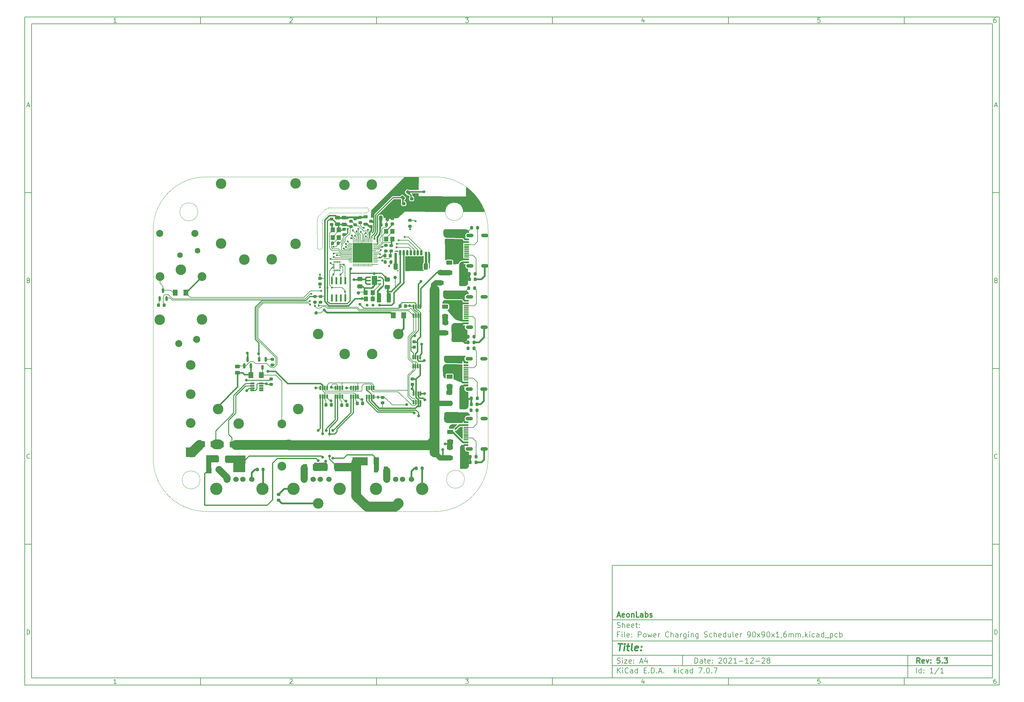
<source format=gbr>
G04 #@! TF.GenerationSoftware,KiCad,Pcbnew,7.0.7*
G04 #@! TF.CreationDate,2023-09-23T13:03:32+02:00*
G04 #@! TF.ProjectId,Power Charging Scheduler 90x90x1_6mm,506f7765-7220-4436-9861-7267696e6720,5.3*
G04 #@! TF.SameCoordinates,Original*
G04 #@! TF.FileFunction,Copper,L1,Top*
G04 #@! TF.FilePolarity,Positive*
%FSLAX46Y46*%
G04 Gerber Fmt 4.6, Leading zero omitted, Abs format (unit mm)*
G04 Created by KiCad (PCBNEW 7.0.7) date 2023-09-23 13:03:32*
%MOMM*%
%LPD*%
G01*
G04 APERTURE LIST*
G04 Aperture macros list*
%AMRoundRect*
0 Rectangle with rounded corners*
0 $1 Rounding radius*
0 $2 $3 $4 $5 $6 $7 $8 $9 X,Y pos of 4 corners*
0 Add a 4 corners polygon primitive as box body*
4,1,4,$2,$3,$4,$5,$6,$7,$8,$9,$2,$3,0*
0 Add four circle primitives for the rounded corners*
1,1,$1+$1,$2,$3*
1,1,$1+$1,$4,$5*
1,1,$1+$1,$6,$7*
1,1,$1+$1,$8,$9*
0 Add four rect primitives between the rounded corners*
20,1,$1+$1,$2,$3,$4,$5,0*
20,1,$1+$1,$4,$5,$6,$7,0*
20,1,$1+$1,$6,$7,$8,$9,0*
20,1,$1+$1,$8,$9,$2,$3,0*%
G04 Aperture macros list end*
%ADD10C,0.100000*%
%ADD11C,0.150000*%
%ADD12C,0.300000*%
%ADD13C,0.400000*%
G04 #@! TA.AperFunction,SMDPad,CuDef*
%ADD14RoundRect,0.200000X0.200000X0.275000X-0.200000X0.275000X-0.200000X-0.275000X0.200000X-0.275000X0*%
G04 #@! TD*
G04 #@! TA.AperFunction,ComponentPad*
%ADD15C,3.500000*%
G04 #@! TD*
G04 #@! TA.AperFunction,ComponentPad*
%ADD16C,1.524000*%
G04 #@! TD*
G04 #@! TA.AperFunction,ComponentPad*
%ADD17R,1.524000X1.524000*%
G04 #@! TD*
G04 #@! TA.AperFunction,SMDPad,CuDef*
%ADD18RoundRect,0.200000X-0.275000X0.200000X-0.275000X-0.200000X0.275000X-0.200000X0.275000X0.200000X0*%
G04 #@! TD*
G04 #@! TA.AperFunction,ComponentPad*
%ADD19C,3.000000*%
G04 #@! TD*
G04 #@! TA.AperFunction,SMDPad,CuDef*
%ADD20RoundRect,0.250000X0.375000X0.625000X-0.375000X0.625000X-0.375000X-0.625000X0.375000X-0.625000X0*%
G04 #@! TD*
G04 #@! TA.AperFunction,SMDPad,CuDef*
%ADD21RoundRect,0.250000X-0.375000X-0.625000X0.375000X-0.625000X0.375000X0.625000X-0.375000X0.625000X0*%
G04 #@! TD*
G04 #@! TA.AperFunction,SMDPad,CuDef*
%ADD22RoundRect,0.028800X-0.576200X-0.211200X0.576200X-0.211200X0.576200X0.211200X-0.576200X0.211200X0*%
G04 #@! TD*
G04 #@! TA.AperFunction,SMDPad,CuDef*
%ADD23RoundRect,0.028800X0.211200X-0.576200X0.211200X0.576200X-0.211200X0.576200X-0.211200X-0.576200X0*%
G04 #@! TD*
G04 #@! TA.AperFunction,SMDPad,CuDef*
%ADD24RoundRect,0.225000X-0.250000X0.225000X-0.250000X-0.225000X0.250000X-0.225000X0.250000X0.225000X0*%
G04 #@! TD*
G04 #@! TA.AperFunction,SMDPad,CuDef*
%ADD25RoundRect,0.225000X-0.225000X-0.250000X0.225000X-0.250000X0.225000X0.250000X-0.225000X0.250000X0*%
G04 #@! TD*
G04 #@! TA.AperFunction,SMDPad,CuDef*
%ADD26RoundRect,0.250000X-0.312500X-0.625000X0.312500X-0.625000X0.312500X0.625000X-0.312500X0.625000X0*%
G04 #@! TD*
G04 #@! TA.AperFunction,SMDPad,CuDef*
%ADD27RoundRect,0.250000X0.312500X0.625000X-0.312500X0.625000X-0.312500X-0.625000X0.312500X-0.625000X0*%
G04 #@! TD*
G04 #@! TA.AperFunction,SMDPad,CuDef*
%ADD28RoundRect,0.150000X0.150000X-0.587500X0.150000X0.587500X-0.150000X0.587500X-0.150000X-0.587500X0*%
G04 #@! TD*
G04 #@! TA.AperFunction,ComponentPad*
%ADD29O,2.100000X1.050000*%
G04 #@! TD*
G04 #@! TA.AperFunction,SMDPad,CuDef*
%ADD30R,1.450000X0.300000*%
G04 #@! TD*
G04 #@! TA.AperFunction,SMDPad,CuDef*
%ADD31R,1.450000X0.600000*%
G04 #@! TD*
G04 #@! TA.AperFunction,SMDPad,CuDef*
%ADD32RoundRect,0.225000X0.250000X-0.225000X0.250000X0.225000X-0.250000X0.225000X-0.250000X-0.225000X0*%
G04 #@! TD*
G04 #@! TA.AperFunction,SMDPad,CuDef*
%ADD33RoundRect,0.250000X-0.350000X-0.450000X0.350000X-0.450000X0.350000X0.450000X-0.350000X0.450000X0*%
G04 #@! TD*
G04 #@! TA.AperFunction,SMDPad,CuDef*
%ADD34RoundRect,0.250000X0.250000X0.475000X-0.250000X0.475000X-0.250000X-0.475000X0.250000X-0.475000X0*%
G04 #@! TD*
G04 #@! TA.AperFunction,SMDPad,CuDef*
%ADD35RoundRect,0.250000X-0.625000X0.312500X-0.625000X-0.312500X0.625000X-0.312500X0.625000X0.312500X0*%
G04 #@! TD*
G04 #@! TA.AperFunction,SMDPad,CuDef*
%ADD36RoundRect,0.250000X0.625000X-0.375000X0.625000X0.375000X-0.625000X0.375000X-0.625000X-0.375000X0*%
G04 #@! TD*
G04 #@! TA.AperFunction,SMDPad,CuDef*
%ADD37RoundRect,0.250000X-0.350000X-0.650000X0.350000X-0.650000X0.350000X0.650000X-0.350000X0.650000X0*%
G04 #@! TD*
G04 #@! TA.AperFunction,SMDPad,CuDef*
%ADD38RoundRect,0.150000X-0.150000X-0.625000X0.150000X-0.625000X0.150000X0.625000X-0.150000X0.625000X0*%
G04 #@! TD*
G04 #@! TA.AperFunction,SMDPad,CuDef*
%ADD39C,1.000000*%
G04 #@! TD*
G04 #@! TA.AperFunction,SMDPad,CuDef*
%ADD40R,0.840000X0.420000*%
G04 #@! TD*
G04 #@! TA.AperFunction,SMDPad,CuDef*
%ADD41R,1.600000X2.500000*%
G04 #@! TD*
G04 #@! TA.AperFunction,SMDPad,CuDef*
%ADD42RoundRect,0.028800X-0.211200X0.576200X-0.211200X-0.576200X0.211200X-0.576200X0.211200X0.576200X0*%
G04 #@! TD*
G04 #@! TA.AperFunction,SMDPad,CuDef*
%ADD43RoundRect,0.150000X0.150000X-0.512500X0.150000X0.512500X-0.150000X0.512500X-0.150000X-0.512500X0*%
G04 #@! TD*
G04 #@! TA.AperFunction,SMDPad,CuDef*
%ADD44RoundRect,0.250000X0.475000X-0.337500X0.475000X0.337500X-0.475000X0.337500X-0.475000X-0.337500X0*%
G04 #@! TD*
G04 #@! TA.AperFunction,SMDPad,CuDef*
%ADD45RoundRect,0.250000X0.450000X-0.262500X0.450000X0.262500X-0.450000X0.262500X-0.450000X-0.262500X0*%
G04 #@! TD*
G04 #@! TA.AperFunction,SMDPad,CuDef*
%ADD46RoundRect,0.225000X0.225000X0.250000X-0.225000X0.250000X-0.225000X-0.250000X0.225000X-0.250000X0*%
G04 #@! TD*
G04 #@! TA.AperFunction,SMDPad,CuDef*
%ADD47RoundRect,0.250000X0.375000X1.075000X-0.375000X1.075000X-0.375000X-1.075000X0.375000X-1.075000X0*%
G04 #@! TD*
G04 #@! TA.AperFunction,SMDPad,CuDef*
%ADD48R,0.350000X0.580000*%
G04 #@! TD*
G04 #@! TA.AperFunction,SMDPad,CuDef*
%ADD49R,0.580000X0.350000*%
G04 #@! TD*
G04 #@! TA.AperFunction,SMDPad,CuDef*
%ADD50R,5.600000X5.600000*%
G04 #@! TD*
G04 #@! TA.AperFunction,SMDPad,CuDef*
%ADD51RoundRect,0.050000X-0.387500X0.050000X-0.387500X-0.050000X0.387500X-0.050000X0.387500X0.050000X0*%
G04 #@! TD*
G04 #@! TA.AperFunction,SMDPad,CuDef*
%ADD52RoundRect,0.050000X-0.050000X0.387500X-0.050000X-0.387500X0.050000X-0.387500X0.050000X0.387500X0*%
G04 #@! TD*
G04 #@! TA.AperFunction,SMDPad,CuDef*
%ADD53RoundRect,0.200000X0.275000X-0.200000X0.275000X0.200000X-0.275000X0.200000X-0.275000X-0.200000X0*%
G04 #@! TD*
G04 #@! TA.AperFunction,SMDPad,CuDef*
%ADD54RoundRect,0.250000X-0.475000X0.250000X-0.475000X-0.250000X0.475000X-0.250000X0.475000X0.250000X0*%
G04 #@! TD*
G04 #@! TA.AperFunction,SMDPad,CuDef*
%ADD55RoundRect,0.250001X0.462499X0.624999X-0.462499X0.624999X-0.462499X-0.624999X0.462499X-0.624999X0*%
G04 #@! TD*
G04 #@! TA.AperFunction,SMDPad,CuDef*
%ADD56RoundRect,0.250001X-0.462499X-0.624999X0.462499X-0.624999X0.462499X0.624999X-0.462499X0.624999X0*%
G04 #@! TD*
G04 #@! TA.AperFunction,SMDPad,CuDef*
%ADD57R,1.200000X1.400000*%
G04 #@! TD*
G04 #@! TA.AperFunction,SMDPad,CuDef*
%ADD58RoundRect,0.150000X-0.150000X0.512500X-0.150000X-0.512500X0.150000X-0.512500X0.150000X0.512500X0*%
G04 #@! TD*
G04 #@! TA.AperFunction,SMDPad,CuDef*
%ADD59RoundRect,0.218750X-0.381250X0.218750X-0.381250X-0.218750X0.381250X-0.218750X0.381250X0.218750X0*%
G04 #@! TD*
G04 #@! TA.AperFunction,SMDPad,CuDef*
%ADD60RoundRect,0.250000X-0.475000X0.337500X-0.475000X-0.337500X0.475000X-0.337500X0.475000X0.337500X0*%
G04 #@! TD*
G04 #@! TA.AperFunction,SMDPad,CuDef*
%ADD61RoundRect,0.218750X-0.114905X0.424264X-0.424264X0.114905X0.114905X-0.424264X0.424264X-0.114905X0*%
G04 #@! TD*
G04 #@! TA.AperFunction,SMDPad,CuDef*
%ADD62R,0.800000X4.500000*%
G04 #@! TD*
G04 #@! TA.AperFunction,SMDPad,CuDef*
%ADD63RoundRect,0.250000X0.350000X0.450000X-0.350000X0.450000X-0.350000X-0.450000X0.350000X-0.450000X0*%
G04 #@! TD*
G04 #@! TA.AperFunction,SMDPad,CuDef*
%ADD64RoundRect,0.041300X0.253700X-0.948700X0.253700X0.948700X-0.253700X0.948700X-0.253700X-0.948700X0*%
G04 #@! TD*
G04 #@! TA.AperFunction,ComponentPad*
%ADD65C,1.600000*%
G04 #@! TD*
G04 #@! TA.AperFunction,ComponentPad*
%ADD66C,2.010000*%
G04 #@! TD*
G04 #@! TA.AperFunction,ComponentPad*
%ADD67C,2.000000*%
G04 #@! TD*
G04 #@! TA.AperFunction,ComponentPad*
%ADD68C,2.500000*%
G04 #@! TD*
G04 #@! TA.AperFunction,ComponentPad*
%ADD69R,2.743200X2.743200*%
G04 #@! TD*
G04 #@! TA.AperFunction,ComponentPad*
%ADD70C,2.743200*%
G04 #@! TD*
G04 #@! TA.AperFunction,ViaPad*
%ADD71C,0.800000*%
G04 #@! TD*
G04 #@! TA.AperFunction,ViaPad*
%ADD72C,0.600000*%
G04 #@! TD*
G04 #@! TA.AperFunction,ViaPad*
%ADD73C,0.700000*%
G04 #@! TD*
G04 #@! TA.AperFunction,Conductor*
%ADD74C,0.400000*%
G04 #@! TD*
G04 #@! TA.AperFunction,Conductor*
%ADD75C,0.510000*%
G04 #@! TD*
G04 #@! TA.AperFunction,Conductor*
%ADD76C,0.150000*%
G04 #@! TD*
G04 #@! TA.AperFunction,Conductor*
%ADD77C,0.300000*%
G04 #@! TD*
G04 #@! TA.AperFunction,Conductor*
%ADD78C,1.500000*%
G04 #@! TD*
G04 #@! TA.AperFunction,Conductor*
%ADD79C,2.800000*%
G04 #@! TD*
G04 #@! TA.AperFunction,Conductor*
%ADD80C,0.250000*%
G04 #@! TD*
G04 #@! TA.AperFunction,Conductor*
%ADD81C,0.200000*%
G04 #@! TD*
G04 #@! TA.AperFunction,Conductor*
%ADD82C,2.000000*%
G04 #@! TD*
G04 #@! TA.AperFunction,Conductor*
%ADD83C,0.320000*%
G04 #@! TD*
G04 #@! TA.AperFunction,Profile*
%ADD84C,0.100000*%
G04 #@! TD*
G04 APERTURE END LIST*
D10*
D11*
X177002200Y-166007200D02*
X285002200Y-166007200D01*
X285002200Y-198007200D01*
X177002200Y-198007200D01*
X177002200Y-166007200D01*
D10*
D11*
X10000000Y-10000000D02*
X287002200Y-10000000D01*
X287002200Y-200007200D01*
X10000000Y-200007200D01*
X10000000Y-10000000D01*
D10*
D11*
X12000000Y-12000000D02*
X285002200Y-12000000D01*
X285002200Y-198007200D01*
X12000000Y-198007200D01*
X12000000Y-12000000D01*
D10*
D11*
X60000000Y-12000000D02*
X60000000Y-10000000D01*
D10*
D11*
X110000000Y-12000000D02*
X110000000Y-10000000D01*
D10*
D11*
X160000000Y-12000000D02*
X160000000Y-10000000D01*
D10*
D11*
X210000000Y-12000000D02*
X210000000Y-10000000D01*
D10*
D11*
X260000000Y-12000000D02*
X260000000Y-10000000D01*
D10*
D11*
X36089160Y-11593604D02*
X35346303Y-11593604D01*
X35717731Y-11593604D02*
X35717731Y-10293604D01*
X35717731Y-10293604D02*
X35593922Y-10479319D01*
X35593922Y-10479319D02*
X35470112Y-10603128D01*
X35470112Y-10603128D02*
X35346303Y-10665033D01*
D10*
D11*
X85346303Y-10417414D02*
X85408207Y-10355509D01*
X85408207Y-10355509D02*
X85532017Y-10293604D01*
X85532017Y-10293604D02*
X85841541Y-10293604D01*
X85841541Y-10293604D02*
X85965350Y-10355509D01*
X85965350Y-10355509D02*
X86027255Y-10417414D01*
X86027255Y-10417414D02*
X86089160Y-10541223D01*
X86089160Y-10541223D02*
X86089160Y-10665033D01*
X86089160Y-10665033D02*
X86027255Y-10850747D01*
X86027255Y-10850747D02*
X85284398Y-11593604D01*
X85284398Y-11593604D02*
X86089160Y-11593604D01*
D10*
D11*
X135284398Y-10293604D02*
X136089160Y-10293604D01*
X136089160Y-10293604D02*
X135655826Y-10788842D01*
X135655826Y-10788842D02*
X135841541Y-10788842D01*
X135841541Y-10788842D02*
X135965350Y-10850747D01*
X135965350Y-10850747D02*
X136027255Y-10912652D01*
X136027255Y-10912652D02*
X136089160Y-11036461D01*
X136089160Y-11036461D02*
X136089160Y-11345985D01*
X136089160Y-11345985D02*
X136027255Y-11469795D01*
X136027255Y-11469795D02*
X135965350Y-11531700D01*
X135965350Y-11531700D02*
X135841541Y-11593604D01*
X135841541Y-11593604D02*
X135470112Y-11593604D01*
X135470112Y-11593604D02*
X135346303Y-11531700D01*
X135346303Y-11531700D02*
X135284398Y-11469795D01*
D10*
D11*
X185965350Y-10726938D02*
X185965350Y-11593604D01*
X185655826Y-10231700D02*
X185346303Y-11160271D01*
X185346303Y-11160271D02*
X186151064Y-11160271D01*
D10*
D11*
X236027255Y-10293604D02*
X235408207Y-10293604D01*
X235408207Y-10293604D02*
X235346303Y-10912652D01*
X235346303Y-10912652D02*
X235408207Y-10850747D01*
X235408207Y-10850747D02*
X235532017Y-10788842D01*
X235532017Y-10788842D02*
X235841541Y-10788842D01*
X235841541Y-10788842D02*
X235965350Y-10850747D01*
X235965350Y-10850747D02*
X236027255Y-10912652D01*
X236027255Y-10912652D02*
X236089160Y-11036461D01*
X236089160Y-11036461D02*
X236089160Y-11345985D01*
X236089160Y-11345985D02*
X236027255Y-11469795D01*
X236027255Y-11469795D02*
X235965350Y-11531700D01*
X235965350Y-11531700D02*
X235841541Y-11593604D01*
X235841541Y-11593604D02*
X235532017Y-11593604D01*
X235532017Y-11593604D02*
X235408207Y-11531700D01*
X235408207Y-11531700D02*
X235346303Y-11469795D01*
D10*
D11*
X285965350Y-10293604D02*
X285717731Y-10293604D01*
X285717731Y-10293604D02*
X285593922Y-10355509D01*
X285593922Y-10355509D02*
X285532017Y-10417414D01*
X285532017Y-10417414D02*
X285408207Y-10603128D01*
X285408207Y-10603128D02*
X285346303Y-10850747D01*
X285346303Y-10850747D02*
X285346303Y-11345985D01*
X285346303Y-11345985D02*
X285408207Y-11469795D01*
X285408207Y-11469795D02*
X285470112Y-11531700D01*
X285470112Y-11531700D02*
X285593922Y-11593604D01*
X285593922Y-11593604D02*
X285841541Y-11593604D01*
X285841541Y-11593604D02*
X285965350Y-11531700D01*
X285965350Y-11531700D02*
X286027255Y-11469795D01*
X286027255Y-11469795D02*
X286089160Y-11345985D01*
X286089160Y-11345985D02*
X286089160Y-11036461D01*
X286089160Y-11036461D02*
X286027255Y-10912652D01*
X286027255Y-10912652D02*
X285965350Y-10850747D01*
X285965350Y-10850747D02*
X285841541Y-10788842D01*
X285841541Y-10788842D02*
X285593922Y-10788842D01*
X285593922Y-10788842D02*
X285470112Y-10850747D01*
X285470112Y-10850747D02*
X285408207Y-10912652D01*
X285408207Y-10912652D02*
X285346303Y-11036461D01*
D10*
D11*
X60000000Y-198007200D02*
X60000000Y-200007200D01*
D10*
D11*
X110000000Y-198007200D02*
X110000000Y-200007200D01*
D10*
D11*
X160000000Y-198007200D02*
X160000000Y-200007200D01*
D10*
D11*
X210000000Y-198007200D02*
X210000000Y-200007200D01*
D10*
D11*
X260000000Y-198007200D02*
X260000000Y-200007200D01*
D10*
D11*
X36089160Y-199600804D02*
X35346303Y-199600804D01*
X35717731Y-199600804D02*
X35717731Y-198300804D01*
X35717731Y-198300804D02*
X35593922Y-198486519D01*
X35593922Y-198486519D02*
X35470112Y-198610328D01*
X35470112Y-198610328D02*
X35346303Y-198672233D01*
D10*
D11*
X85346303Y-198424614D02*
X85408207Y-198362709D01*
X85408207Y-198362709D02*
X85532017Y-198300804D01*
X85532017Y-198300804D02*
X85841541Y-198300804D01*
X85841541Y-198300804D02*
X85965350Y-198362709D01*
X85965350Y-198362709D02*
X86027255Y-198424614D01*
X86027255Y-198424614D02*
X86089160Y-198548423D01*
X86089160Y-198548423D02*
X86089160Y-198672233D01*
X86089160Y-198672233D02*
X86027255Y-198857947D01*
X86027255Y-198857947D02*
X85284398Y-199600804D01*
X85284398Y-199600804D02*
X86089160Y-199600804D01*
D10*
D11*
X135284398Y-198300804D02*
X136089160Y-198300804D01*
X136089160Y-198300804D02*
X135655826Y-198796042D01*
X135655826Y-198796042D02*
X135841541Y-198796042D01*
X135841541Y-198796042D02*
X135965350Y-198857947D01*
X135965350Y-198857947D02*
X136027255Y-198919852D01*
X136027255Y-198919852D02*
X136089160Y-199043661D01*
X136089160Y-199043661D02*
X136089160Y-199353185D01*
X136089160Y-199353185D02*
X136027255Y-199476995D01*
X136027255Y-199476995D02*
X135965350Y-199538900D01*
X135965350Y-199538900D02*
X135841541Y-199600804D01*
X135841541Y-199600804D02*
X135470112Y-199600804D01*
X135470112Y-199600804D02*
X135346303Y-199538900D01*
X135346303Y-199538900D02*
X135284398Y-199476995D01*
D10*
D11*
X185965350Y-198734138D02*
X185965350Y-199600804D01*
X185655826Y-198238900D02*
X185346303Y-199167471D01*
X185346303Y-199167471D02*
X186151064Y-199167471D01*
D10*
D11*
X236027255Y-198300804D02*
X235408207Y-198300804D01*
X235408207Y-198300804D02*
X235346303Y-198919852D01*
X235346303Y-198919852D02*
X235408207Y-198857947D01*
X235408207Y-198857947D02*
X235532017Y-198796042D01*
X235532017Y-198796042D02*
X235841541Y-198796042D01*
X235841541Y-198796042D02*
X235965350Y-198857947D01*
X235965350Y-198857947D02*
X236027255Y-198919852D01*
X236027255Y-198919852D02*
X236089160Y-199043661D01*
X236089160Y-199043661D02*
X236089160Y-199353185D01*
X236089160Y-199353185D02*
X236027255Y-199476995D01*
X236027255Y-199476995D02*
X235965350Y-199538900D01*
X235965350Y-199538900D02*
X235841541Y-199600804D01*
X235841541Y-199600804D02*
X235532017Y-199600804D01*
X235532017Y-199600804D02*
X235408207Y-199538900D01*
X235408207Y-199538900D02*
X235346303Y-199476995D01*
D10*
D11*
X285965350Y-198300804D02*
X285717731Y-198300804D01*
X285717731Y-198300804D02*
X285593922Y-198362709D01*
X285593922Y-198362709D02*
X285532017Y-198424614D01*
X285532017Y-198424614D02*
X285408207Y-198610328D01*
X285408207Y-198610328D02*
X285346303Y-198857947D01*
X285346303Y-198857947D02*
X285346303Y-199353185D01*
X285346303Y-199353185D02*
X285408207Y-199476995D01*
X285408207Y-199476995D02*
X285470112Y-199538900D01*
X285470112Y-199538900D02*
X285593922Y-199600804D01*
X285593922Y-199600804D02*
X285841541Y-199600804D01*
X285841541Y-199600804D02*
X285965350Y-199538900D01*
X285965350Y-199538900D02*
X286027255Y-199476995D01*
X286027255Y-199476995D02*
X286089160Y-199353185D01*
X286089160Y-199353185D02*
X286089160Y-199043661D01*
X286089160Y-199043661D02*
X286027255Y-198919852D01*
X286027255Y-198919852D02*
X285965350Y-198857947D01*
X285965350Y-198857947D02*
X285841541Y-198796042D01*
X285841541Y-198796042D02*
X285593922Y-198796042D01*
X285593922Y-198796042D02*
X285470112Y-198857947D01*
X285470112Y-198857947D02*
X285408207Y-198919852D01*
X285408207Y-198919852D02*
X285346303Y-199043661D01*
D10*
D11*
X10000000Y-60000000D02*
X12000000Y-60000000D01*
D10*
D11*
X10000000Y-110000000D02*
X12000000Y-110000000D01*
D10*
D11*
X10000000Y-160000000D02*
X12000000Y-160000000D01*
D10*
D11*
X10690476Y-35222176D02*
X11309523Y-35222176D01*
X10566666Y-35593604D02*
X10999999Y-34293604D01*
X10999999Y-34293604D02*
X11433333Y-35593604D01*
D10*
D11*
X11092857Y-84912652D02*
X11278571Y-84974557D01*
X11278571Y-84974557D02*
X11340476Y-85036461D01*
X11340476Y-85036461D02*
X11402380Y-85160271D01*
X11402380Y-85160271D02*
X11402380Y-85345985D01*
X11402380Y-85345985D02*
X11340476Y-85469795D01*
X11340476Y-85469795D02*
X11278571Y-85531700D01*
X11278571Y-85531700D02*
X11154761Y-85593604D01*
X11154761Y-85593604D02*
X10659523Y-85593604D01*
X10659523Y-85593604D02*
X10659523Y-84293604D01*
X10659523Y-84293604D02*
X11092857Y-84293604D01*
X11092857Y-84293604D02*
X11216666Y-84355509D01*
X11216666Y-84355509D02*
X11278571Y-84417414D01*
X11278571Y-84417414D02*
X11340476Y-84541223D01*
X11340476Y-84541223D02*
X11340476Y-84665033D01*
X11340476Y-84665033D02*
X11278571Y-84788842D01*
X11278571Y-84788842D02*
X11216666Y-84850747D01*
X11216666Y-84850747D02*
X11092857Y-84912652D01*
X11092857Y-84912652D02*
X10659523Y-84912652D01*
D10*
D11*
X11402380Y-135469795D02*
X11340476Y-135531700D01*
X11340476Y-135531700D02*
X11154761Y-135593604D01*
X11154761Y-135593604D02*
X11030952Y-135593604D01*
X11030952Y-135593604D02*
X10845238Y-135531700D01*
X10845238Y-135531700D02*
X10721428Y-135407890D01*
X10721428Y-135407890D02*
X10659523Y-135284080D01*
X10659523Y-135284080D02*
X10597619Y-135036461D01*
X10597619Y-135036461D02*
X10597619Y-134850747D01*
X10597619Y-134850747D02*
X10659523Y-134603128D01*
X10659523Y-134603128D02*
X10721428Y-134479319D01*
X10721428Y-134479319D02*
X10845238Y-134355509D01*
X10845238Y-134355509D02*
X11030952Y-134293604D01*
X11030952Y-134293604D02*
X11154761Y-134293604D01*
X11154761Y-134293604D02*
X11340476Y-134355509D01*
X11340476Y-134355509D02*
X11402380Y-134417414D01*
D10*
D11*
X10659523Y-185593604D02*
X10659523Y-184293604D01*
X10659523Y-184293604D02*
X10969047Y-184293604D01*
X10969047Y-184293604D02*
X11154761Y-184355509D01*
X11154761Y-184355509D02*
X11278571Y-184479319D01*
X11278571Y-184479319D02*
X11340476Y-184603128D01*
X11340476Y-184603128D02*
X11402380Y-184850747D01*
X11402380Y-184850747D02*
X11402380Y-185036461D01*
X11402380Y-185036461D02*
X11340476Y-185284080D01*
X11340476Y-185284080D02*
X11278571Y-185407890D01*
X11278571Y-185407890D02*
X11154761Y-185531700D01*
X11154761Y-185531700D02*
X10969047Y-185593604D01*
X10969047Y-185593604D02*
X10659523Y-185593604D01*
D10*
D11*
X287002200Y-60000000D02*
X285002200Y-60000000D01*
D10*
D11*
X287002200Y-110000000D02*
X285002200Y-110000000D01*
D10*
D11*
X287002200Y-160000000D02*
X285002200Y-160000000D01*
D10*
D11*
X285692676Y-35222176D02*
X286311723Y-35222176D01*
X285568866Y-35593604D02*
X286002199Y-34293604D01*
X286002199Y-34293604D02*
X286435533Y-35593604D01*
D10*
D11*
X286095057Y-84912652D02*
X286280771Y-84974557D01*
X286280771Y-84974557D02*
X286342676Y-85036461D01*
X286342676Y-85036461D02*
X286404580Y-85160271D01*
X286404580Y-85160271D02*
X286404580Y-85345985D01*
X286404580Y-85345985D02*
X286342676Y-85469795D01*
X286342676Y-85469795D02*
X286280771Y-85531700D01*
X286280771Y-85531700D02*
X286156961Y-85593604D01*
X286156961Y-85593604D02*
X285661723Y-85593604D01*
X285661723Y-85593604D02*
X285661723Y-84293604D01*
X285661723Y-84293604D02*
X286095057Y-84293604D01*
X286095057Y-84293604D02*
X286218866Y-84355509D01*
X286218866Y-84355509D02*
X286280771Y-84417414D01*
X286280771Y-84417414D02*
X286342676Y-84541223D01*
X286342676Y-84541223D02*
X286342676Y-84665033D01*
X286342676Y-84665033D02*
X286280771Y-84788842D01*
X286280771Y-84788842D02*
X286218866Y-84850747D01*
X286218866Y-84850747D02*
X286095057Y-84912652D01*
X286095057Y-84912652D02*
X285661723Y-84912652D01*
D10*
D11*
X286404580Y-135469795D02*
X286342676Y-135531700D01*
X286342676Y-135531700D02*
X286156961Y-135593604D01*
X286156961Y-135593604D02*
X286033152Y-135593604D01*
X286033152Y-135593604D02*
X285847438Y-135531700D01*
X285847438Y-135531700D02*
X285723628Y-135407890D01*
X285723628Y-135407890D02*
X285661723Y-135284080D01*
X285661723Y-135284080D02*
X285599819Y-135036461D01*
X285599819Y-135036461D02*
X285599819Y-134850747D01*
X285599819Y-134850747D02*
X285661723Y-134603128D01*
X285661723Y-134603128D02*
X285723628Y-134479319D01*
X285723628Y-134479319D02*
X285847438Y-134355509D01*
X285847438Y-134355509D02*
X286033152Y-134293604D01*
X286033152Y-134293604D02*
X286156961Y-134293604D01*
X286156961Y-134293604D02*
X286342676Y-134355509D01*
X286342676Y-134355509D02*
X286404580Y-134417414D01*
D10*
D11*
X285661723Y-185593604D02*
X285661723Y-184293604D01*
X285661723Y-184293604D02*
X285971247Y-184293604D01*
X285971247Y-184293604D02*
X286156961Y-184355509D01*
X286156961Y-184355509D02*
X286280771Y-184479319D01*
X286280771Y-184479319D02*
X286342676Y-184603128D01*
X286342676Y-184603128D02*
X286404580Y-184850747D01*
X286404580Y-184850747D02*
X286404580Y-185036461D01*
X286404580Y-185036461D02*
X286342676Y-185284080D01*
X286342676Y-185284080D02*
X286280771Y-185407890D01*
X286280771Y-185407890D02*
X286156961Y-185531700D01*
X286156961Y-185531700D02*
X285971247Y-185593604D01*
X285971247Y-185593604D02*
X285661723Y-185593604D01*
D10*
D11*
X200458026Y-193793328D02*
X200458026Y-192293328D01*
X200458026Y-192293328D02*
X200815169Y-192293328D01*
X200815169Y-192293328D02*
X201029455Y-192364757D01*
X201029455Y-192364757D02*
X201172312Y-192507614D01*
X201172312Y-192507614D02*
X201243741Y-192650471D01*
X201243741Y-192650471D02*
X201315169Y-192936185D01*
X201315169Y-192936185D02*
X201315169Y-193150471D01*
X201315169Y-193150471D02*
X201243741Y-193436185D01*
X201243741Y-193436185D02*
X201172312Y-193579042D01*
X201172312Y-193579042D02*
X201029455Y-193721900D01*
X201029455Y-193721900D02*
X200815169Y-193793328D01*
X200815169Y-193793328D02*
X200458026Y-193793328D01*
X202600884Y-193793328D02*
X202600884Y-193007614D01*
X202600884Y-193007614D02*
X202529455Y-192864757D01*
X202529455Y-192864757D02*
X202386598Y-192793328D01*
X202386598Y-192793328D02*
X202100884Y-192793328D01*
X202100884Y-192793328D02*
X201958026Y-192864757D01*
X202600884Y-193721900D02*
X202458026Y-193793328D01*
X202458026Y-193793328D02*
X202100884Y-193793328D01*
X202100884Y-193793328D02*
X201958026Y-193721900D01*
X201958026Y-193721900D02*
X201886598Y-193579042D01*
X201886598Y-193579042D02*
X201886598Y-193436185D01*
X201886598Y-193436185D02*
X201958026Y-193293328D01*
X201958026Y-193293328D02*
X202100884Y-193221900D01*
X202100884Y-193221900D02*
X202458026Y-193221900D01*
X202458026Y-193221900D02*
X202600884Y-193150471D01*
X203100884Y-192793328D02*
X203672312Y-192793328D01*
X203315169Y-192293328D02*
X203315169Y-193579042D01*
X203315169Y-193579042D02*
X203386598Y-193721900D01*
X203386598Y-193721900D02*
X203529455Y-193793328D01*
X203529455Y-193793328D02*
X203672312Y-193793328D01*
X204743741Y-193721900D02*
X204600884Y-193793328D01*
X204600884Y-193793328D02*
X204315170Y-193793328D01*
X204315170Y-193793328D02*
X204172312Y-193721900D01*
X204172312Y-193721900D02*
X204100884Y-193579042D01*
X204100884Y-193579042D02*
X204100884Y-193007614D01*
X204100884Y-193007614D02*
X204172312Y-192864757D01*
X204172312Y-192864757D02*
X204315170Y-192793328D01*
X204315170Y-192793328D02*
X204600884Y-192793328D01*
X204600884Y-192793328D02*
X204743741Y-192864757D01*
X204743741Y-192864757D02*
X204815170Y-193007614D01*
X204815170Y-193007614D02*
X204815170Y-193150471D01*
X204815170Y-193150471D02*
X204100884Y-193293328D01*
X205458026Y-193650471D02*
X205529455Y-193721900D01*
X205529455Y-193721900D02*
X205458026Y-193793328D01*
X205458026Y-193793328D02*
X205386598Y-193721900D01*
X205386598Y-193721900D02*
X205458026Y-193650471D01*
X205458026Y-193650471D02*
X205458026Y-193793328D01*
X205458026Y-192864757D02*
X205529455Y-192936185D01*
X205529455Y-192936185D02*
X205458026Y-193007614D01*
X205458026Y-193007614D02*
X205386598Y-192936185D01*
X205386598Y-192936185D02*
X205458026Y-192864757D01*
X205458026Y-192864757D02*
X205458026Y-193007614D01*
X207243741Y-192436185D02*
X207315169Y-192364757D01*
X207315169Y-192364757D02*
X207458027Y-192293328D01*
X207458027Y-192293328D02*
X207815169Y-192293328D01*
X207815169Y-192293328D02*
X207958027Y-192364757D01*
X207958027Y-192364757D02*
X208029455Y-192436185D01*
X208029455Y-192436185D02*
X208100884Y-192579042D01*
X208100884Y-192579042D02*
X208100884Y-192721900D01*
X208100884Y-192721900D02*
X208029455Y-192936185D01*
X208029455Y-192936185D02*
X207172312Y-193793328D01*
X207172312Y-193793328D02*
X208100884Y-193793328D01*
X209029455Y-192293328D02*
X209172312Y-192293328D01*
X209172312Y-192293328D02*
X209315169Y-192364757D01*
X209315169Y-192364757D02*
X209386598Y-192436185D01*
X209386598Y-192436185D02*
X209458026Y-192579042D01*
X209458026Y-192579042D02*
X209529455Y-192864757D01*
X209529455Y-192864757D02*
X209529455Y-193221900D01*
X209529455Y-193221900D02*
X209458026Y-193507614D01*
X209458026Y-193507614D02*
X209386598Y-193650471D01*
X209386598Y-193650471D02*
X209315169Y-193721900D01*
X209315169Y-193721900D02*
X209172312Y-193793328D01*
X209172312Y-193793328D02*
X209029455Y-193793328D01*
X209029455Y-193793328D02*
X208886598Y-193721900D01*
X208886598Y-193721900D02*
X208815169Y-193650471D01*
X208815169Y-193650471D02*
X208743740Y-193507614D01*
X208743740Y-193507614D02*
X208672312Y-193221900D01*
X208672312Y-193221900D02*
X208672312Y-192864757D01*
X208672312Y-192864757D02*
X208743740Y-192579042D01*
X208743740Y-192579042D02*
X208815169Y-192436185D01*
X208815169Y-192436185D02*
X208886598Y-192364757D01*
X208886598Y-192364757D02*
X209029455Y-192293328D01*
X210100883Y-192436185D02*
X210172311Y-192364757D01*
X210172311Y-192364757D02*
X210315169Y-192293328D01*
X210315169Y-192293328D02*
X210672311Y-192293328D01*
X210672311Y-192293328D02*
X210815169Y-192364757D01*
X210815169Y-192364757D02*
X210886597Y-192436185D01*
X210886597Y-192436185D02*
X210958026Y-192579042D01*
X210958026Y-192579042D02*
X210958026Y-192721900D01*
X210958026Y-192721900D02*
X210886597Y-192936185D01*
X210886597Y-192936185D02*
X210029454Y-193793328D01*
X210029454Y-193793328D02*
X210958026Y-193793328D01*
X212386597Y-193793328D02*
X211529454Y-193793328D01*
X211958025Y-193793328D02*
X211958025Y-192293328D01*
X211958025Y-192293328D02*
X211815168Y-192507614D01*
X211815168Y-192507614D02*
X211672311Y-192650471D01*
X211672311Y-192650471D02*
X211529454Y-192721900D01*
X213029453Y-193221900D02*
X214172311Y-193221900D01*
X215672311Y-193793328D02*
X214815168Y-193793328D01*
X215243739Y-193793328D02*
X215243739Y-192293328D01*
X215243739Y-192293328D02*
X215100882Y-192507614D01*
X215100882Y-192507614D02*
X214958025Y-192650471D01*
X214958025Y-192650471D02*
X214815168Y-192721900D01*
X216243739Y-192436185D02*
X216315167Y-192364757D01*
X216315167Y-192364757D02*
X216458025Y-192293328D01*
X216458025Y-192293328D02*
X216815167Y-192293328D01*
X216815167Y-192293328D02*
X216958025Y-192364757D01*
X216958025Y-192364757D02*
X217029453Y-192436185D01*
X217029453Y-192436185D02*
X217100882Y-192579042D01*
X217100882Y-192579042D02*
X217100882Y-192721900D01*
X217100882Y-192721900D02*
X217029453Y-192936185D01*
X217029453Y-192936185D02*
X216172310Y-193793328D01*
X216172310Y-193793328D02*
X217100882Y-193793328D01*
X217743738Y-193221900D02*
X218886596Y-193221900D01*
X219529453Y-192436185D02*
X219600881Y-192364757D01*
X219600881Y-192364757D02*
X219743739Y-192293328D01*
X219743739Y-192293328D02*
X220100881Y-192293328D01*
X220100881Y-192293328D02*
X220243739Y-192364757D01*
X220243739Y-192364757D02*
X220315167Y-192436185D01*
X220315167Y-192436185D02*
X220386596Y-192579042D01*
X220386596Y-192579042D02*
X220386596Y-192721900D01*
X220386596Y-192721900D02*
X220315167Y-192936185D01*
X220315167Y-192936185D02*
X219458024Y-193793328D01*
X219458024Y-193793328D02*
X220386596Y-193793328D01*
X221243738Y-192936185D02*
X221100881Y-192864757D01*
X221100881Y-192864757D02*
X221029452Y-192793328D01*
X221029452Y-192793328D02*
X220958024Y-192650471D01*
X220958024Y-192650471D02*
X220958024Y-192579042D01*
X220958024Y-192579042D02*
X221029452Y-192436185D01*
X221029452Y-192436185D02*
X221100881Y-192364757D01*
X221100881Y-192364757D02*
X221243738Y-192293328D01*
X221243738Y-192293328D02*
X221529452Y-192293328D01*
X221529452Y-192293328D02*
X221672310Y-192364757D01*
X221672310Y-192364757D02*
X221743738Y-192436185D01*
X221743738Y-192436185D02*
X221815167Y-192579042D01*
X221815167Y-192579042D02*
X221815167Y-192650471D01*
X221815167Y-192650471D02*
X221743738Y-192793328D01*
X221743738Y-192793328D02*
X221672310Y-192864757D01*
X221672310Y-192864757D02*
X221529452Y-192936185D01*
X221529452Y-192936185D02*
X221243738Y-192936185D01*
X221243738Y-192936185D02*
X221100881Y-193007614D01*
X221100881Y-193007614D02*
X221029452Y-193079042D01*
X221029452Y-193079042D02*
X220958024Y-193221900D01*
X220958024Y-193221900D02*
X220958024Y-193507614D01*
X220958024Y-193507614D02*
X221029452Y-193650471D01*
X221029452Y-193650471D02*
X221100881Y-193721900D01*
X221100881Y-193721900D02*
X221243738Y-193793328D01*
X221243738Y-193793328D02*
X221529452Y-193793328D01*
X221529452Y-193793328D02*
X221672310Y-193721900D01*
X221672310Y-193721900D02*
X221743738Y-193650471D01*
X221743738Y-193650471D02*
X221815167Y-193507614D01*
X221815167Y-193507614D02*
X221815167Y-193221900D01*
X221815167Y-193221900D02*
X221743738Y-193079042D01*
X221743738Y-193079042D02*
X221672310Y-193007614D01*
X221672310Y-193007614D02*
X221529452Y-192936185D01*
D10*
D11*
X177002200Y-194507200D02*
X285002200Y-194507200D01*
D10*
D11*
X178458026Y-196593328D02*
X178458026Y-195093328D01*
X179315169Y-196593328D02*
X178672312Y-195736185D01*
X179315169Y-195093328D02*
X178458026Y-195950471D01*
X179958026Y-196593328D02*
X179958026Y-195593328D01*
X179958026Y-195093328D02*
X179886598Y-195164757D01*
X179886598Y-195164757D02*
X179958026Y-195236185D01*
X179958026Y-195236185D02*
X180029455Y-195164757D01*
X180029455Y-195164757D02*
X179958026Y-195093328D01*
X179958026Y-195093328D02*
X179958026Y-195236185D01*
X181529455Y-196450471D02*
X181458027Y-196521900D01*
X181458027Y-196521900D02*
X181243741Y-196593328D01*
X181243741Y-196593328D02*
X181100884Y-196593328D01*
X181100884Y-196593328D02*
X180886598Y-196521900D01*
X180886598Y-196521900D02*
X180743741Y-196379042D01*
X180743741Y-196379042D02*
X180672312Y-196236185D01*
X180672312Y-196236185D02*
X180600884Y-195950471D01*
X180600884Y-195950471D02*
X180600884Y-195736185D01*
X180600884Y-195736185D02*
X180672312Y-195450471D01*
X180672312Y-195450471D02*
X180743741Y-195307614D01*
X180743741Y-195307614D02*
X180886598Y-195164757D01*
X180886598Y-195164757D02*
X181100884Y-195093328D01*
X181100884Y-195093328D02*
X181243741Y-195093328D01*
X181243741Y-195093328D02*
X181458027Y-195164757D01*
X181458027Y-195164757D02*
X181529455Y-195236185D01*
X182815170Y-196593328D02*
X182815170Y-195807614D01*
X182815170Y-195807614D02*
X182743741Y-195664757D01*
X182743741Y-195664757D02*
X182600884Y-195593328D01*
X182600884Y-195593328D02*
X182315170Y-195593328D01*
X182315170Y-195593328D02*
X182172312Y-195664757D01*
X182815170Y-196521900D02*
X182672312Y-196593328D01*
X182672312Y-196593328D02*
X182315170Y-196593328D01*
X182315170Y-196593328D02*
X182172312Y-196521900D01*
X182172312Y-196521900D02*
X182100884Y-196379042D01*
X182100884Y-196379042D02*
X182100884Y-196236185D01*
X182100884Y-196236185D02*
X182172312Y-196093328D01*
X182172312Y-196093328D02*
X182315170Y-196021900D01*
X182315170Y-196021900D02*
X182672312Y-196021900D01*
X182672312Y-196021900D02*
X182815170Y-195950471D01*
X184172313Y-196593328D02*
X184172313Y-195093328D01*
X184172313Y-196521900D02*
X184029455Y-196593328D01*
X184029455Y-196593328D02*
X183743741Y-196593328D01*
X183743741Y-196593328D02*
X183600884Y-196521900D01*
X183600884Y-196521900D02*
X183529455Y-196450471D01*
X183529455Y-196450471D02*
X183458027Y-196307614D01*
X183458027Y-196307614D02*
X183458027Y-195879042D01*
X183458027Y-195879042D02*
X183529455Y-195736185D01*
X183529455Y-195736185D02*
X183600884Y-195664757D01*
X183600884Y-195664757D02*
X183743741Y-195593328D01*
X183743741Y-195593328D02*
X184029455Y-195593328D01*
X184029455Y-195593328D02*
X184172313Y-195664757D01*
X186029455Y-195807614D02*
X186529455Y-195807614D01*
X186743741Y-196593328D02*
X186029455Y-196593328D01*
X186029455Y-196593328D02*
X186029455Y-195093328D01*
X186029455Y-195093328D02*
X186743741Y-195093328D01*
X187386598Y-196450471D02*
X187458027Y-196521900D01*
X187458027Y-196521900D02*
X187386598Y-196593328D01*
X187386598Y-196593328D02*
X187315170Y-196521900D01*
X187315170Y-196521900D02*
X187386598Y-196450471D01*
X187386598Y-196450471D02*
X187386598Y-196593328D01*
X188100884Y-196593328D02*
X188100884Y-195093328D01*
X188100884Y-195093328D02*
X188458027Y-195093328D01*
X188458027Y-195093328D02*
X188672313Y-195164757D01*
X188672313Y-195164757D02*
X188815170Y-195307614D01*
X188815170Y-195307614D02*
X188886599Y-195450471D01*
X188886599Y-195450471D02*
X188958027Y-195736185D01*
X188958027Y-195736185D02*
X188958027Y-195950471D01*
X188958027Y-195950471D02*
X188886599Y-196236185D01*
X188886599Y-196236185D02*
X188815170Y-196379042D01*
X188815170Y-196379042D02*
X188672313Y-196521900D01*
X188672313Y-196521900D02*
X188458027Y-196593328D01*
X188458027Y-196593328D02*
X188100884Y-196593328D01*
X189600884Y-196450471D02*
X189672313Y-196521900D01*
X189672313Y-196521900D02*
X189600884Y-196593328D01*
X189600884Y-196593328D02*
X189529456Y-196521900D01*
X189529456Y-196521900D02*
X189600884Y-196450471D01*
X189600884Y-196450471D02*
X189600884Y-196593328D01*
X190243742Y-196164757D02*
X190958028Y-196164757D01*
X190100885Y-196593328D02*
X190600885Y-195093328D01*
X190600885Y-195093328D02*
X191100885Y-196593328D01*
X191600884Y-196450471D02*
X191672313Y-196521900D01*
X191672313Y-196521900D02*
X191600884Y-196593328D01*
X191600884Y-196593328D02*
X191529456Y-196521900D01*
X191529456Y-196521900D02*
X191600884Y-196450471D01*
X191600884Y-196450471D02*
X191600884Y-196593328D01*
X194600884Y-196593328D02*
X194600884Y-195093328D01*
X194743742Y-196021900D02*
X195172313Y-196593328D01*
X195172313Y-195593328D02*
X194600884Y-196164757D01*
X195815170Y-196593328D02*
X195815170Y-195593328D01*
X195815170Y-195093328D02*
X195743742Y-195164757D01*
X195743742Y-195164757D02*
X195815170Y-195236185D01*
X195815170Y-195236185D02*
X195886599Y-195164757D01*
X195886599Y-195164757D02*
X195815170Y-195093328D01*
X195815170Y-195093328D02*
X195815170Y-195236185D01*
X197172314Y-196521900D02*
X197029456Y-196593328D01*
X197029456Y-196593328D02*
X196743742Y-196593328D01*
X196743742Y-196593328D02*
X196600885Y-196521900D01*
X196600885Y-196521900D02*
X196529456Y-196450471D01*
X196529456Y-196450471D02*
X196458028Y-196307614D01*
X196458028Y-196307614D02*
X196458028Y-195879042D01*
X196458028Y-195879042D02*
X196529456Y-195736185D01*
X196529456Y-195736185D02*
X196600885Y-195664757D01*
X196600885Y-195664757D02*
X196743742Y-195593328D01*
X196743742Y-195593328D02*
X197029456Y-195593328D01*
X197029456Y-195593328D02*
X197172314Y-195664757D01*
X198458028Y-196593328D02*
X198458028Y-195807614D01*
X198458028Y-195807614D02*
X198386599Y-195664757D01*
X198386599Y-195664757D02*
X198243742Y-195593328D01*
X198243742Y-195593328D02*
X197958028Y-195593328D01*
X197958028Y-195593328D02*
X197815170Y-195664757D01*
X198458028Y-196521900D02*
X198315170Y-196593328D01*
X198315170Y-196593328D02*
X197958028Y-196593328D01*
X197958028Y-196593328D02*
X197815170Y-196521900D01*
X197815170Y-196521900D02*
X197743742Y-196379042D01*
X197743742Y-196379042D02*
X197743742Y-196236185D01*
X197743742Y-196236185D02*
X197815170Y-196093328D01*
X197815170Y-196093328D02*
X197958028Y-196021900D01*
X197958028Y-196021900D02*
X198315170Y-196021900D01*
X198315170Y-196021900D02*
X198458028Y-195950471D01*
X199815171Y-196593328D02*
X199815171Y-195093328D01*
X199815171Y-196521900D02*
X199672313Y-196593328D01*
X199672313Y-196593328D02*
X199386599Y-196593328D01*
X199386599Y-196593328D02*
X199243742Y-196521900D01*
X199243742Y-196521900D02*
X199172313Y-196450471D01*
X199172313Y-196450471D02*
X199100885Y-196307614D01*
X199100885Y-196307614D02*
X199100885Y-195879042D01*
X199100885Y-195879042D02*
X199172313Y-195736185D01*
X199172313Y-195736185D02*
X199243742Y-195664757D01*
X199243742Y-195664757D02*
X199386599Y-195593328D01*
X199386599Y-195593328D02*
X199672313Y-195593328D01*
X199672313Y-195593328D02*
X199815171Y-195664757D01*
X201529456Y-195093328D02*
X202529456Y-195093328D01*
X202529456Y-195093328D02*
X201886599Y-196593328D01*
X203100884Y-196450471D02*
X203172313Y-196521900D01*
X203172313Y-196521900D02*
X203100884Y-196593328D01*
X203100884Y-196593328D02*
X203029456Y-196521900D01*
X203029456Y-196521900D02*
X203100884Y-196450471D01*
X203100884Y-196450471D02*
X203100884Y-196593328D01*
X204100885Y-195093328D02*
X204243742Y-195093328D01*
X204243742Y-195093328D02*
X204386599Y-195164757D01*
X204386599Y-195164757D02*
X204458028Y-195236185D01*
X204458028Y-195236185D02*
X204529456Y-195379042D01*
X204529456Y-195379042D02*
X204600885Y-195664757D01*
X204600885Y-195664757D02*
X204600885Y-196021900D01*
X204600885Y-196021900D02*
X204529456Y-196307614D01*
X204529456Y-196307614D02*
X204458028Y-196450471D01*
X204458028Y-196450471D02*
X204386599Y-196521900D01*
X204386599Y-196521900D02*
X204243742Y-196593328D01*
X204243742Y-196593328D02*
X204100885Y-196593328D01*
X204100885Y-196593328D02*
X203958028Y-196521900D01*
X203958028Y-196521900D02*
X203886599Y-196450471D01*
X203886599Y-196450471D02*
X203815170Y-196307614D01*
X203815170Y-196307614D02*
X203743742Y-196021900D01*
X203743742Y-196021900D02*
X203743742Y-195664757D01*
X203743742Y-195664757D02*
X203815170Y-195379042D01*
X203815170Y-195379042D02*
X203886599Y-195236185D01*
X203886599Y-195236185D02*
X203958028Y-195164757D01*
X203958028Y-195164757D02*
X204100885Y-195093328D01*
X205243741Y-196450471D02*
X205315170Y-196521900D01*
X205315170Y-196521900D02*
X205243741Y-196593328D01*
X205243741Y-196593328D02*
X205172313Y-196521900D01*
X205172313Y-196521900D02*
X205243741Y-196450471D01*
X205243741Y-196450471D02*
X205243741Y-196593328D01*
X205815170Y-195093328D02*
X206815170Y-195093328D01*
X206815170Y-195093328D02*
X206172313Y-196593328D01*
D10*
D11*
X177002200Y-191507200D02*
X285002200Y-191507200D01*
D10*
D12*
X264413853Y-193785528D02*
X263913853Y-193071242D01*
X263556710Y-193785528D02*
X263556710Y-192285528D01*
X263556710Y-192285528D02*
X264128139Y-192285528D01*
X264128139Y-192285528D02*
X264270996Y-192356957D01*
X264270996Y-192356957D02*
X264342425Y-192428385D01*
X264342425Y-192428385D02*
X264413853Y-192571242D01*
X264413853Y-192571242D02*
X264413853Y-192785528D01*
X264413853Y-192785528D02*
X264342425Y-192928385D01*
X264342425Y-192928385D02*
X264270996Y-192999814D01*
X264270996Y-192999814D02*
X264128139Y-193071242D01*
X264128139Y-193071242D02*
X263556710Y-193071242D01*
X265628139Y-193714100D02*
X265485282Y-193785528D01*
X265485282Y-193785528D02*
X265199568Y-193785528D01*
X265199568Y-193785528D02*
X265056710Y-193714100D01*
X265056710Y-193714100D02*
X264985282Y-193571242D01*
X264985282Y-193571242D02*
X264985282Y-192999814D01*
X264985282Y-192999814D02*
X265056710Y-192856957D01*
X265056710Y-192856957D02*
X265199568Y-192785528D01*
X265199568Y-192785528D02*
X265485282Y-192785528D01*
X265485282Y-192785528D02*
X265628139Y-192856957D01*
X265628139Y-192856957D02*
X265699568Y-192999814D01*
X265699568Y-192999814D02*
X265699568Y-193142671D01*
X265699568Y-193142671D02*
X264985282Y-193285528D01*
X266199567Y-192785528D02*
X266556710Y-193785528D01*
X266556710Y-193785528D02*
X266913853Y-192785528D01*
X267485281Y-193642671D02*
X267556710Y-193714100D01*
X267556710Y-193714100D02*
X267485281Y-193785528D01*
X267485281Y-193785528D02*
X267413853Y-193714100D01*
X267413853Y-193714100D02*
X267485281Y-193642671D01*
X267485281Y-193642671D02*
X267485281Y-193785528D01*
X267485281Y-192856957D02*
X267556710Y-192928385D01*
X267556710Y-192928385D02*
X267485281Y-192999814D01*
X267485281Y-192999814D02*
X267413853Y-192928385D01*
X267413853Y-192928385D02*
X267485281Y-192856957D01*
X267485281Y-192856957D02*
X267485281Y-192999814D01*
X270056710Y-192285528D02*
X269342424Y-192285528D01*
X269342424Y-192285528D02*
X269270996Y-192999814D01*
X269270996Y-192999814D02*
X269342424Y-192928385D01*
X269342424Y-192928385D02*
X269485282Y-192856957D01*
X269485282Y-192856957D02*
X269842424Y-192856957D01*
X269842424Y-192856957D02*
X269985282Y-192928385D01*
X269985282Y-192928385D02*
X270056710Y-192999814D01*
X270056710Y-192999814D02*
X270128139Y-193142671D01*
X270128139Y-193142671D02*
X270128139Y-193499814D01*
X270128139Y-193499814D02*
X270056710Y-193642671D01*
X270056710Y-193642671D02*
X269985282Y-193714100D01*
X269985282Y-193714100D02*
X269842424Y-193785528D01*
X269842424Y-193785528D02*
X269485282Y-193785528D01*
X269485282Y-193785528D02*
X269342424Y-193714100D01*
X269342424Y-193714100D02*
X269270996Y-193642671D01*
X270770995Y-193642671D02*
X270842424Y-193714100D01*
X270842424Y-193714100D02*
X270770995Y-193785528D01*
X270770995Y-193785528D02*
X270699567Y-193714100D01*
X270699567Y-193714100D02*
X270770995Y-193642671D01*
X270770995Y-193642671D02*
X270770995Y-193785528D01*
X271342424Y-192285528D02*
X272270996Y-192285528D01*
X272270996Y-192285528D02*
X271770996Y-192856957D01*
X271770996Y-192856957D02*
X271985281Y-192856957D01*
X271985281Y-192856957D02*
X272128139Y-192928385D01*
X272128139Y-192928385D02*
X272199567Y-192999814D01*
X272199567Y-192999814D02*
X272270996Y-193142671D01*
X272270996Y-193142671D02*
X272270996Y-193499814D01*
X272270996Y-193499814D02*
X272199567Y-193642671D01*
X272199567Y-193642671D02*
X272128139Y-193714100D01*
X272128139Y-193714100D02*
X271985281Y-193785528D01*
X271985281Y-193785528D02*
X271556710Y-193785528D01*
X271556710Y-193785528D02*
X271413853Y-193714100D01*
X271413853Y-193714100D02*
X271342424Y-193642671D01*
D10*
D11*
X178386598Y-193721900D02*
X178600884Y-193793328D01*
X178600884Y-193793328D02*
X178958026Y-193793328D01*
X178958026Y-193793328D02*
X179100884Y-193721900D01*
X179100884Y-193721900D02*
X179172312Y-193650471D01*
X179172312Y-193650471D02*
X179243741Y-193507614D01*
X179243741Y-193507614D02*
X179243741Y-193364757D01*
X179243741Y-193364757D02*
X179172312Y-193221900D01*
X179172312Y-193221900D02*
X179100884Y-193150471D01*
X179100884Y-193150471D02*
X178958026Y-193079042D01*
X178958026Y-193079042D02*
X178672312Y-193007614D01*
X178672312Y-193007614D02*
X178529455Y-192936185D01*
X178529455Y-192936185D02*
X178458026Y-192864757D01*
X178458026Y-192864757D02*
X178386598Y-192721900D01*
X178386598Y-192721900D02*
X178386598Y-192579042D01*
X178386598Y-192579042D02*
X178458026Y-192436185D01*
X178458026Y-192436185D02*
X178529455Y-192364757D01*
X178529455Y-192364757D02*
X178672312Y-192293328D01*
X178672312Y-192293328D02*
X179029455Y-192293328D01*
X179029455Y-192293328D02*
X179243741Y-192364757D01*
X179886597Y-193793328D02*
X179886597Y-192793328D01*
X179886597Y-192293328D02*
X179815169Y-192364757D01*
X179815169Y-192364757D02*
X179886597Y-192436185D01*
X179886597Y-192436185D02*
X179958026Y-192364757D01*
X179958026Y-192364757D02*
X179886597Y-192293328D01*
X179886597Y-192293328D02*
X179886597Y-192436185D01*
X180458026Y-192793328D02*
X181243741Y-192793328D01*
X181243741Y-192793328D02*
X180458026Y-193793328D01*
X180458026Y-193793328D02*
X181243741Y-193793328D01*
X182386598Y-193721900D02*
X182243741Y-193793328D01*
X182243741Y-193793328D02*
X181958027Y-193793328D01*
X181958027Y-193793328D02*
X181815169Y-193721900D01*
X181815169Y-193721900D02*
X181743741Y-193579042D01*
X181743741Y-193579042D02*
X181743741Y-193007614D01*
X181743741Y-193007614D02*
X181815169Y-192864757D01*
X181815169Y-192864757D02*
X181958027Y-192793328D01*
X181958027Y-192793328D02*
X182243741Y-192793328D01*
X182243741Y-192793328D02*
X182386598Y-192864757D01*
X182386598Y-192864757D02*
X182458027Y-193007614D01*
X182458027Y-193007614D02*
X182458027Y-193150471D01*
X182458027Y-193150471D02*
X181743741Y-193293328D01*
X183100883Y-193650471D02*
X183172312Y-193721900D01*
X183172312Y-193721900D02*
X183100883Y-193793328D01*
X183100883Y-193793328D02*
X183029455Y-193721900D01*
X183029455Y-193721900D02*
X183100883Y-193650471D01*
X183100883Y-193650471D02*
X183100883Y-193793328D01*
X183100883Y-192864757D02*
X183172312Y-192936185D01*
X183172312Y-192936185D02*
X183100883Y-193007614D01*
X183100883Y-193007614D02*
X183029455Y-192936185D01*
X183029455Y-192936185D02*
X183100883Y-192864757D01*
X183100883Y-192864757D02*
X183100883Y-193007614D01*
X184886598Y-193364757D02*
X185600884Y-193364757D01*
X184743741Y-193793328D02*
X185243741Y-192293328D01*
X185243741Y-192293328D02*
X185743741Y-193793328D01*
X186886598Y-192793328D02*
X186886598Y-193793328D01*
X186529455Y-192221900D02*
X186172312Y-193293328D01*
X186172312Y-193293328D02*
X187100883Y-193293328D01*
D10*
D11*
X263458026Y-196593328D02*
X263458026Y-195093328D01*
X264815170Y-196593328D02*
X264815170Y-195093328D01*
X264815170Y-196521900D02*
X264672312Y-196593328D01*
X264672312Y-196593328D02*
X264386598Y-196593328D01*
X264386598Y-196593328D02*
X264243741Y-196521900D01*
X264243741Y-196521900D02*
X264172312Y-196450471D01*
X264172312Y-196450471D02*
X264100884Y-196307614D01*
X264100884Y-196307614D02*
X264100884Y-195879042D01*
X264100884Y-195879042D02*
X264172312Y-195736185D01*
X264172312Y-195736185D02*
X264243741Y-195664757D01*
X264243741Y-195664757D02*
X264386598Y-195593328D01*
X264386598Y-195593328D02*
X264672312Y-195593328D01*
X264672312Y-195593328D02*
X264815170Y-195664757D01*
X265529455Y-196450471D02*
X265600884Y-196521900D01*
X265600884Y-196521900D02*
X265529455Y-196593328D01*
X265529455Y-196593328D02*
X265458027Y-196521900D01*
X265458027Y-196521900D02*
X265529455Y-196450471D01*
X265529455Y-196450471D02*
X265529455Y-196593328D01*
X265529455Y-195664757D02*
X265600884Y-195736185D01*
X265600884Y-195736185D02*
X265529455Y-195807614D01*
X265529455Y-195807614D02*
X265458027Y-195736185D01*
X265458027Y-195736185D02*
X265529455Y-195664757D01*
X265529455Y-195664757D02*
X265529455Y-195807614D01*
X268172313Y-196593328D02*
X267315170Y-196593328D01*
X267743741Y-196593328D02*
X267743741Y-195093328D01*
X267743741Y-195093328D02*
X267600884Y-195307614D01*
X267600884Y-195307614D02*
X267458027Y-195450471D01*
X267458027Y-195450471D02*
X267315170Y-195521900D01*
X269886598Y-195021900D02*
X268600884Y-196950471D01*
X271172313Y-196593328D02*
X270315170Y-196593328D01*
X270743741Y-196593328D02*
X270743741Y-195093328D01*
X270743741Y-195093328D02*
X270600884Y-195307614D01*
X270600884Y-195307614D02*
X270458027Y-195450471D01*
X270458027Y-195450471D02*
X270315170Y-195521900D01*
D10*
D11*
X177002200Y-187507200D02*
X285002200Y-187507200D01*
D10*
D13*
X178693928Y-188211638D02*
X179836785Y-188211638D01*
X179015357Y-190211638D02*
X179265357Y-188211638D01*
X180253452Y-190211638D02*
X180420119Y-188878304D01*
X180503452Y-188211638D02*
X180396309Y-188306876D01*
X180396309Y-188306876D02*
X180479643Y-188402114D01*
X180479643Y-188402114D02*
X180586786Y-188306876D01*
X180586786Y-188306876D02*
X180503452Y-188211638D01*
X180503452Y-188211638D02*
X180479643Y-188402114D01*
X181086786Y-188878304D02*
X181848690Y-188878304D01*
X181455833Y-188211638D02*
X181241548Y-189925923D01*
X181241548Y-189925923D02*
X181312976Y-190116400D01*
X181312976Y-190116400D02*
X181491548Y-190211638D01*
X181491548Y-190211638D02*
X181682024Y-190211638D01*
X182634405Y-190211638D02*
X182455833Y-190116400D01*
X182455833Y-190116400D02*
X182384405Y-189925923D01*
X182384405Y-189925923D02*
X182598690Y-188211638D01*
X184170119Y-190116400D02*
X183967738Y-190211638D01*
X183967738Y-190211638D02*
X183586785Y-190211638D01*
X183586785Y-190211638D02*
X183408214Y-190116400D01*
X183408214Y-190116400D02*
X183336785Y-189925923D01*
X183336785Y-189925923D02*
X183432024Y-189164019D01*
X183432024Y-189164019D02*
X183551071Y-188973542D01*
X183551071Y-188973542D02*
X183753452Y-188878304D01*
X183753452Y-188878304D02*
X184134404Y-188878304D01*
X184134404Y-188878304D02*
X184312976Y-188973542D01*
X184312976Y-188973542D02*
X184384404Y-189164019D01*
X184384404Y-189164019D02*
X184360595Y-189354495D01*
X184360595Y-189354495D02*
X183384404Y-189544971D01*
X185134405Y-190021161D02*
X185217738Y-190116400D01*
X185217738Y-190116400D02*
X185110595Y-190211638D01*
X185110595Y-190211638D02*
X185027262Y-190116400D01*
X185027262Y-190116400D02*
X185134405Y-190021161D01*
X185134405Y-190021161D02*
X185110595Y-190211638D01*
X185265357Y-188973542D02*
X185348690Y-189068780D01*
X185348690Y-189068780D02*
X185241548Y-189164019D01*
X185241548Y-189164019D02*
X185158214Y-189068780D01*
X185158214Y-189068780D02*
X185265357Y-188973542D01*
X185265357Y-188973542D02*
X185241548Y-189164019D01*
D10*
D11*
X178958026Y-185607614D02*
X178458026Y-185607614D01*
X178458026Y-186393328D02*
X178458026Y-184893328D01*
X178458026Y-184893328D02*
X179172312Y-184893328D01*
X179743740Y-186393328D02*
X179743740Y-185393328D01*
X179743740Y-184893328D02*
X179672312Y-184964757D01*
X179672312Y-184964757D02*
X179743740Y-185036185D01*
X179743740Y-185036185D02*
X179815169Y-184964757D01*
X179815169Y-184964757D02*
X179743740Y-184893328D01*
X179743740Y-184893328D02*
X179743740Y-185036185D01*
X180672312Y-186393328D02*
X180529455Y-186321900D01*
X180529455Y-186321900D02*
X180458026Y-186179042D01*
X180458026Y-186179042D02*
X180458026Y-184893328D01*
X181815169Y-186321900D02*
X181672312Y-186393328D01*
X181672312Y-186393328D02*
X181386598Y-186393328D01*
X181386598Y-186393328D02*
X181243740Y-186321900D01*
X181243740Y-186321900D02*
X181172312Y-186179042D01*
X181172312Y-186179042D02*
X181172312Y-185607614D01*
X181172312Y-185607614D02*
X181243740Y-185464757D01*
X181243740Y-185464757D02*
X181386598Y-185393328D01*
X181386598Y-185393328D02*
X181672312Y-185393328D01*
X181672312Y-185393328D02*
X181815169Y-185464757D01*
X181815169Y-185464757D02*
X181886598Y-185607614D01*
X181886598Y-185607614D02*
X181886598Y-185750471D01*
X181886598Y-185750471D02*
X181172312Y-185893328D01*
X182529454Y-186250471D02*
X182600883Y-186321900D01*
X182600883Y-186321900D02*
X182529454Y-186393328D01*
X182529454Y-186393328D02*
X182458026Y-186321900D01*
X182458026Y-186321900D02*
X182529454Y-186250471D01*
X182529454Y-186250471D02*
X182529454Y-186393328D01*
X182529454Y-185464757D02*
X182600883Y-185536185D01*
X182600883Y-185536185D02*
X182529454Y-185607614D01*
X182529454Y-185607614D02*
X182458026Y-185536185D01*
X182458026Y-185536185D02*
X182529454Y-185464757D01*
X182529454Y-185464757D02*
X182529454Y-185607614D01*
X184386597Y-186393328D02*
X184386597Y-184893328D01*
X184386597Y-184893328D02*
X184958026Y-184893328D01*
X184958026Y-184893328D02*
X185100883Y-184964757D01*
X185100883Y-184964757D02*
X185172312Y-185036185D01*
X185172312Y-185036185D02*
X185243740Y-185179042D01*
X185243740Y-185179042D02*
X185243740Y-185393328D01*
X185243740Y-185393328D02*
X185172312Y-185536185D01*
X185172312Y-185536185D02*
X185100883Y-185607614D01*
X185100883Y-185607614D02*
X184958026Y-185679042D01*
X184958026Y-185679042D02*
X184386597Y-185679042D01*
X186100883Y-186393328D02*
X185958026Y-186321900D01*
X185958026Y-186321900D02*
X185886597Y-186250471D01*
X185886597Y-186250471D02*
X185815169Y-186107614D01*
X185815169Y-186107614D02*
X185815169Y-185679042D01*
X185815169Y-185679042D02*
X185886597Y-185536185D01*
X185886597Y-185536185D02*
X185958026Y-185464757D01*
X185958026Y-185464757D02*
X186100883Y-185393328D01*
X186100883Y-185393328D02*
X186315169Y-185393328D01*
X186315169Y-185393328D02*
X186458026Y-185464757D01*
X186458026Y-185464757D02*
X186529455Y-185536185D01*
X186529455Y-185536185D02*
X186600883Y-185679042D01*
X186600883Y-185679042D02*
X186600883Y-186107614D01*
X186600883Y-186107614D02*
X186529455Y-186250471D01*
X186529455Y-186250471D02*
X186458026Y-186321900D01*
X186458026Y-186321900D02*
X186315169Y-186393328D01*
X186315169Y-186393328D02*
X186100883Y-186393328D01*
X187100883Y-185393328D02*
X187386598Y-186393328D01*
X187386598Y-186393328D02*
X187672312Y-185679042D01*
X187672312Y-185679042D02*
X187958026Y-186393328D01*
X187958026Y-186393328D02*
X188243740Y-185393328D01*
X189386598Y-186321900D02*
X189243741Y-186393328D01*
X189243741Y-186393328D02*
X188958027Y-186393328D01*
X188958027Y-186393328D02*
X188815169Y-186321900D01*
X188815169Y-186321900D02*
X188743741Y-186179042D01*
X188743741Y-186179042D02*
X188743741Y-185607614D01*
X188743741Y-185607614D02*
X188815169Y-185464757D01*
X188815169Y-185464757D02*
X188958027Y-185393328D01*
X188958027Y-185393328D02*
X189243741Y-185393328D01*
X189243741Y-185393328D02*
X189386598Y-185464757D01*
X189386598Y-185464757D02*
X189458027Y-185607614D01*
X189458027Y-185607614D02*
X189458027Y-185750471D01*
X189458027Y-185750471D02*
X188743741Y-185893328D01*
X190100883Y-186393328D02*
X190100883Y-185393328D01*
X190100883Y-185679042D02*
X190172312Y-185536185D01*
X190172312Y-185536185D02*
X190243741Y-185464757D01*
X190243741Y-185464757D02*
X190386598Y-185393328D01*
X190386598Y-185393328D02*
X190529455Y-185393328D01*
X193029454Y-186250471D02*
X192958026Y-186321900D01*
X192958026Y-186321900D02*
X192743740Y-186393328D01*
X192743740Y-186393328D02*
X192600883Y-186393328D01*
X192600883Y-186393328D02*
X192386597Y-186321900D01*
X192386597Y-186321900D02*
X192243740Y-186179042D01*
X192243740Y-186179042D02*
X192172311Y-186036185D01*
X192172311Y-186036185D02*
X192100883Y-185750471D01*
X192100883Y-185750471D02*
X192100883Y-185536185D01*
X192100883Y-185536185D02*
X192172311Y-185250471D01*
X192172311Y-185250471D02*
X192243740Y-185107614D01*
X192243740Y-185107614D02*
X192386597Y-184964757D01*
X192386597Y-184964757D02*
X192600883Y-184893328D01*
X192600883Y-184893328D02*
X192743740Y-184893328D01*
X192743740Y-184893328D02*
X192958026Y-184964757D01*
X192958026Y-184964757D02*
X193029454Y-185036185D01*
X193672311Y-186393328D02*
X193672311Y-184893328D01*
X194315169Y-186393328D02*
X194315169Y-185607614D01*
X194315169Y-185607614D02*
X194243740Y-185464757D01*
X194243740Y-185464757D02*
X194100883Y-185393328D01*
X194100883Y-185393328D02*
X193886597Y-185393328D01*
X193886597Y-185393328D02*
X193743740Y-185464757D01*
X193743740Y-185464757D02*
X193672311Y-185536185D01*
X195672312Y-186393328D02*
X195672312Y-185607614D01*
X195672312Y-185607614D02*
X195600883Y-185464757D01*
X195600883Y-185464757D02*
X195458026Y-185393328D01*
X195458026Y-185393328D02*
X195172312Y-185393328D01*
X195172312Y-185393328D02*
X195029454Y-185464757D01*
X195672312Y-186321900D02*
X195529454Y-186393328D01*
X195529454Y-186393328D02*
X195172312Y-186393328D01*
X195172312Y-186393328D02*
X195029454Y-186321900D01*
X195029454Y-186321900D02*
X194958026Y-186179042D01*
X194958026Y-186179042D02*
X194958026Y-186036185D01*
X194958026Y-186036185D02*
X195029454Y-185893328D01*
X195029454Y-185893328D02*
X195172312Y-185821900D01*
X195172312Y-185821900D02*
X195529454Y-185821900D01*
X195529454Y-185821900D02*
X195672312Y-185750471D01*
X196386597Y-186393328D02*
X196386597Y-185393328D01*
X196386597Y-185679042D02*
X196458026Y-185536185D01*
X196458026Y-185536185D02*
X196529455Y-185464757D01*
X196529455Y-185464757D02*
X196672312Y-185393328D01*
X196672312Y-185393328D02*
X196815169Y-185393328D01*
X197958026Y-185393328D02*
X197958026Y-186607614D01*
X197958026Y-186607614D02*
X197886597Y-186750471D01*
X197886597Y-186750471D02*
X197815168Y-186821900D01*
X197815168Y-186821900D02*
X197672311Y-186893328D01*
X197672311Y-186893328D02*
X197458026Y-186893328D01*
X197458026Y-186893328D02*
X197315168Y-186821900D01*
X197958026Y-186321900D02*
X197815168Y-186393328D01*
X197815168Y-186393328D02*
X197529454Y-186393328D01*
X197529454Y-186393328D02*
X197386597Y-186321900D01*
X197386597Y-186321900D02*
X197315168Y-186250471D01*
X197315168Y-186250471D02*
X197243740Y-186107614D01*
X197243740Y-186107614D02*
X197243740Y-185679042D01*
X197243740Y-185679042D02*
X197315168Y-185536185D01*
X197315168Y-185536185D02*
X197386597Y-185464757D01*
X197386597Y-185464757D02*
X197529454Y-185393328D01*
X197529454Y-185393328D02*
X197815168Y-185393328D01*
X197815168Y-185393328D02*
X197958026Y-185464757D01*
X198672311Y-186393328D02*
X198672311Y-185393328D01*
X198672311Y-184893328D02*
X198600883Y-184964757D01*
X198600883Y-184964757D02*
X198672311Y-185036185D01*
X198672311Y-185036185D02*
X198743740Y-184964757D01*
X198743740Y-184964757D02*
X198672311Y-184893328D01*
X198672311Y-184893328D02*
X198672311Y-185036185D01*
X199386597Y-185393328D02*
X199386597Y-186393328D01*
X199386597Y-185536185D02*
X199458026Y-185464757D01*
X199458026Y-185464757D02*
X199600883Y-185393328D01*
X199600883Y-185393328D02*
X199815169Y-185393328D01*
X199815169Y-185393328D02*
X199958026Y-185464757D01*
X199958026Y-185464757D02*
X200029455Y-185607614D01*
X200029455Y-185607614D02*
X200029455Y-186393328D01*
X201386598Y-185393328D02*
X201386598Y-186607614D01*
X201386598Y-186607614D02*
X201315169Y-186750471D01*
X201315169Y-186750471D02*
X201243740Y-186821900D01*
X201243740Y-186821900D02*
X201100883Y-186893328D01*
X201100883Y-186893328D02*
X200886598Y-186893328D01*
X200886598Y-186893328D02*
X200743740Y-186821900D01*
X201386598Y-186321900D02*
X201243740Y-186393328D01*
X201243740Y-186393328D02*
X200958026Y-186393328D01*
X200958026Y-186393328D02*
X200815169Y-186321900D01*
X200815169Y-186321900D02*
X200743740Y-186250471D01*
X200743740Y-186250471D02*
X200672312Y-186107614D01*
X200672312Y-186107614D02*
X200672312Y-185679042D01*
X200672312Y-185679042D02*
X200743740Y-185536185D01*
X200743740Y-185536185D02*
X200815169Y-185464757D01*
X200815169Y-185464757D02*
X200958026Y-185393328D01*
X200958026Y-185393328D02*
X201243740Y-185393328D01*
X201243740Y-185393328D02*
X201386598Y-185464757D01*
X203172312Y-186321900D02*
X203386598Y-186393328D01*
X203386598Y-186393328D02*
X203743740Y-186393328D01*
X203743740Y-186393328D02*
X203886598Y-186321900D01*
X203886598Y-186321900D02*
X203958026Y-186250471D01*
X203958026Y-186250471D02*
X204029455Y-186107614D01*
X204029455Y-186107614D02*
X204029455Y-185964757D01*
X204029455Y-185964757D02*
X203958026Y-185821900D01*
X203958026Y-185821900D02*
X203886598Y-185750471D01*
X203886598Y-185750471D02*
X203743740Y-185679042D01*
X203743740Y-185679042D02*
X203458026Y-185607614D01*
X203458026Y-185607614D02*
X203315169Y-185536185D01*
X203315169Y-185536185D02*
X203243740Y-185464757D01*
X203243740Y-185464757D02*
X203172312Y-185321900D01*
X203172312Y-185321900D02*
X203172312Y-185179042D01*
X203172312Y-185179042D02*
X203243740Y-185036185D01*
X203243740Y-185036185D02*
X203315169Y-184964757D01*
X203315169Y-184964757D02*
X203458026Y-184893328D01*
X203458026Y-184893328D02*
X203815169Y-184893328D01*
X203815169Y-184893328D02*
X204029455Y-184964757D01*
X205315169Y-186321900D02*
X205172311Y-186393328D01*
X205172311Y-186393328D02*
X204886597Y-186393328D01*
X204886597Y-186393328D02*
X204743740Y-186321900D01*
X204743740Y-186321900D02*
X204672311Y-186250471D01*
X204672311Y-186250471D02*
X204600883Y-186107614D01*
X204600883Y-186107614D02*
X204600883Y-185679042D01*
X204600883Y-185679042D02*
X204672311Y-185536185D01*
X204672311Y-185536185D02*
X204743740Y-185464757D01*
X204743740Y-185464757D02*
X204886597Y-185393328D01*
X204886597Y-185393328D02*
X205172311Y-185393328D01*
X205172311Y-185393328D02*
X205315169Y-185464757D01*
X205958025Y-186393328D02*
X205958025Y-184893328D01*
X206600883Y-186393328D02*
X206600883Y-185607614D01*
X206600883Y-185607614D02*
X206529454Y-185464757D01*
X206529454Y-185464757D02*
X206386597Y-185393328D01*
X206386597Y-185393328D02*
X206172311Y-185393328D01*
X206172311Y-185393328D02*
X206029454Y-185464757D01*
X206029454Y-185464757D02*
X205958025Y-185536185D01*
X207886597Y-186321900D02*
X207743740Y-186393328D01*
X207743740Y-186393328D02*
X207458026Y-186393328D01*
X207458026Y-186393328D02*
X207315168Y-186321900D01*
X207315168Y-186321900D02*
X207243740Y-186179042D01*
X207243740Y-186179042D02*
X207243740Y-185607614D01*
X207243740Y-185607614D02*
X207315168Y-185464757D01*
X207315168Y-185464757D02*
X207458026Y-185393328D01*
X207458026Y-185393328D02*
X207743740Y-185393328D01*
X207743740Y-185393328D02*
X207886597Y-185464757D01*
X207886597Y-185464757D02*
X207958026Y-185607614D01*
X207958026Y-185607614D02*
X207958026Y-185750471D01*
X207958026Y-185750471D02*
X207243740Y-185893328D01*
X209243740Y-186393328D02*
X209243740Y-184893328D01*
X209243740Y-186321900D02*
X209100882Y-186393328D01*
X209100882Y-186393328D02*
X208815168Y-186393328D01*
X208815168Y-186393328D02*
X208672311Y-186321900D01*
X208672311Y-186321900D02*
X208600882Y-186250471D01*
X208600882Y-186250471D02*
X208529454Y-186107614D01*
X208529454Y-186107614D02*
X208529454Y-185679042D01*
X208529454Y-185679042D02*
X208600882Y-185536185D01*
X208600882Y-185536185D02*
X208672311Y-185464757D01*
X208672311Y-185464757D02*
X208815168Y-185393328D01*
X208815168Y-185393328D02*
X209100882Y-185393328D01*
X209100882Y-185393328D02*
X209243740Y-185464757D01*
X210600883Y-185393328D02*
X210600883Y-186393328D01*
X209958025Y-185393328D02*
X209958025Y-186179042D01*
X209958025Y-186179042D02*
X210029454Y-186321900D01*
X210029454Y-186321900D02*
X210172311Y-186393328D01*
X210172311Y-186393328D02*
X210386597Y-186393328D01*
X210386597Y-186393328D02*
X210529454Y-186321900D01*
X210529454Y-186321900D02*
X210600883Y-186250471D01*
X211529454Y-186393328D02*
X211386597Y-186321900D01*
X211386597Y-186321900D02*
X211315168Y-186179042D01*
X211315168Y-186179042D02*
X211315168Y-184893328D01*
X212672311Y-186321900D02*
X212529454Y-186393328D01*
X212529454Y-186393328D02*
X212243740Y-186393328D01*
X212243740Y-186393328D02*
X212100882Y-186321900D01*
X212100882Y-186321900D02*
X212029454Y-186179042D01*
X212029454Y-186179042D02*
X212029454Y-185607614D01*
X212029454Y-185607614D02*
X212100882Y-185464757D01*
X212100882Y-185464757D02*
X212243740Y-185393328D01*
X212243740Y-185393328D02*
X212529454Y-185393328D01*
X212529454Y-185393328D02*
X212672311Y-185464757D01*
X212672311Y-185464757D02*
X212743740Y-185607614D01*
X212743740Y-185607614D02*
X212743740Y-185750471D01*
X212743740Y-185750471D02*
X212029454Y-185893328D01*
X213386596Y-186393328D02*
X213386596Y-185393328D01*
X213386596Y-185679042D02*
X213458025Y-185536185D01*
X213458025Y-185536185D02*
X213529454Y-185464757D01*
X213529454Y-185464757D02*
X213672311Y-185393328D01*
X213672311Y-185393328D02*
X213815168Y-185393328D01*
X215529453Y-186393328D02*
X215815167Y-186393328D01*
X215815167Y-186393328D02*
X215958024Y-186321900D01*
X215958024Y-186321900D02*
X216029453Y-186250471D01*
X216029453Y-186250471D02*
X216172310Y-186036185D01*
X216172310Y-186036185D02*
X216243739Y-185750471D01*
X216243739Y-185750471D02*
X216243739Y-185179042D01*
X216243739Y-185179042D02*
X216172310Y-185036185D01*
X216172310Y-185036185D02*
X216100882Y-184964757D01*
X216100882Y-184964757D02*
X215958024Y-184893328D01*
X215958024Y-184893328D02*
X215672310Y-184893328D01*
X215672310Y-184893328D02*
X215529453Y-184964757D01*
X215529453Y-184964757D02*
X215458024Y-185036185D01*
X215458024Y-185036185D02*
X215386596Y-185179042D01*
X215386596Y-185179042D02*
X215386596Y-185536185D01*
X215386596Y-185536185D02*
X215458024Y-185679042D01*
X215458024Y-185679042D02*
X215529453Y-185750471D01*
X215529453Y-185750471D02*
X215672310Y-185821900D01*
X215672310Y-185821900D02*
X215958024Y-185821900D01*
X215958024Y-185821900D02*
X216100882Y-185750471D01*
X216100882Y-185750471D02*
X216172310Y-185679042D01*
X216172310Y-185679042D02*
X216243739Y-185536185D01*
X217172310Y-184893328D02*
X217315167Y-184893328D01*
X217315167Y-184893328D02*
X217458024Y-184964757D01*
X217458024Y-184964757D02*
X217529453Y-185036185D01*
X217529453Y-185036185D02*
X217600881Y-185179042D01*
X217600881Y-185179042D02*
X217672310Y-185464757D01*
X217672310Y-185464757D02*
X217672310Y-185821900D01*
X217672310Y-185821900D02*
X217600881Y-186107614D01*
X217600881Y-186107614D02*
X217529453Y-186250471D01*
X217529453Y-186250471D02*
X217458024Y-186321900D01*
X217458024Y-186321900D02*
X217315167Y-186393328D01*
X217315167Y-186393328D02*
X217172310Y-186393328D01*
X217172310Y-186393328D02*
X217029453Y-186321900D01*
X217029453Y-186321900D02*
X216958024Y-186250471D01*
X216958024Y-186250471D02*
X216886595Y-186107614D01*
X216886595Y-186107614D02*
X216815167Y-185821900D01*
X216815167Y-185821900D02*
X216815167Y-185464757D01*
X216815167Y-185464757D02*
X216886595Y-185179042D01*
X216886595Y-185179042D02*
X216958024Y-185036185D01*
X216958024Y-185036185D02*
X217029453Y-184964757D01*
X217029453Y-184964757D02*
X217172310Y-184893328D01*
X218172309Y-186393328D02*
X218958024Y-185393328D01*
X218172309Y-185393328D02*
X218958024Y-186393328D01*
X219600881Y-186393328D02*
X219886595Y-186393328D01*
X219886595Y-186393328D02*
X220029452Y-186321900D01*
X220029452Y-186321900D02*
X220100881Y-186250471D01*
X220100881Y-186250471D02*
X220243738Y-186036185D01*
X220243738Y-186036185D02*
X220315167Y-185750471D01*
X220315167Y-185750471D02*
X220315167Y-185179042D01*
X220315167Y-185179042D02*
X220243738Y-185036185D01*
X220243738Y-185036185D02*
X220172310Y-184964757D01*
X220172310Y-184964757D02*
X220029452Y-184893328D01*
X220029452Y-184893328D02*
X219743738Y-184893328D01*
X219743738Y-184893328D02*
X219600881Y-184964757D01*
X219600881Y-184964757D02*
X219529452Y-185036185D01*
X219529452Y-185036185D02*
X219458024Y-185179042D01*
X219458024Y-185179042D02*
X219458024Y-185536185D01*
X219458024Y-185536185D02*
X219529452Y-185679042D01*
X219529452Y-185679042D02*
X219600881Y-185750471D01*
X219600881Y-185750471D02*
X219743738Y-185821900D01*
X219743738Y-185821900D02*
X220029452Y-185821900D01*
X220029452Y-185821900D02*
X220172310Y-185750471D01*
X220172310Y-185750471D02*
X220243738Y-185679042D01*
X220243738Y-185679042D02*
X220315167Y-185536185D01*
X221243738Y-184893328D02*
X221386595Y-184893328D01*
X221386595Y-184893328D02*
X221529452Y-184964757D01*
X221529452Y-184964757D02*
X221600881Y-185036185D01*
X221600881Y-185036185D02*
X221672309Y-185179042D01*
X221672309Y-185179042D02*
X221743738Y-185464757D01*
X221743738Y-185464757D02*
X221743738Y-185821900D01*
X221743738Y-185821900D02*
X221672309Y-186107614D01*
X221672309Y-186107614D02*
X221600881Y-186250471D01*
X221600881Y-186250471D02*
X221529452Y-186321900D01*
X221529452Y-186321900D02*
X221386595Y-186393328D01*
X221386595Y-186393328D02*
X221243738Y-186393328D01*
X221243738Y-186393328D02*
X221100881Y-186321900D01*
X221100881Y-186321900D02*
X221029452Y-186250471D01*
X221029452Y-186250471D02*
X220958023Y-186107614D01*
X220958023Y-186107614D02*
X220886595Y-185821900D01*
X220886595Y-185821900D02*
X220886595Y-185464757D01*
X220886595Y-185464757D02*
X220958023Y-185179042D01*
X220958023Y-185179042D02*
X221029452Y-185036185D01*
X221029452Y-185036185D02*
X221100881Y-184964757D01*
X221100881Y-184964757D02*
X221243738Y-184893328D01*
X222243737Y-186393328D02*
X223029452Y-185393328D01*
X222243737Y-185393328D02*
X223029452Y-186393328D01*
X224386595Y-186393328D02*
X223529452Y-186393328D01*
X223958023Y-186393328D02*
X223958023Y-184893328D01*
X223958023Y-184893328D02*
X223815166Y-185107614D01*
X223815166Y-185107614D02*
X223672309Y-185250471D01*
X223672309Y-185250471D02*
X223529452Y-185321900D01*
X225100880Y-186321900D02*
X225100880Y-186393328D01*
X225100880Y-186393328D02*
X225029451Y-186536185D01*
X225029451Y-186536185D02*
X224958023Y-186607614D01*
X226386595Y-184893328D02*
X226100880Y-184893328D01*
X226100880Y-184893328D02*
X225958023Y-184964757D01*
X225958023Y-184964757D02*
X225886595Y-185036185D01*
X225886595Y-185036185D02*
X225743737Y-185250471D01*
X225743737Y-185250471D02*
X225672309Y-185536185D01*
X225672309Y-185536185D02*
X225672309Y-186107614D01*
X225672309Y-186107614D02*
X225743737Y-186250471D01*
X225743737Y-186250471D02*
X225815166Y-186321900D01*
X225815166Y-186321900D02*
X225958023Y-186393328D01*
X225958023Y-186393328D02*
X226243737Y-186393328D01*
X226243737Y-186393328D02*
X226386595Y-186321900D01*
X226386595Y-186321900D02*
X226458023Y-186250471D01*
X226458023Y-186250471D02*
X226529452Y-186107614D01*
X226529452Y-186107614D02*
X226529452Y-185750471D01*
X226529452Y-185750471D02*
X226458023Y-185607614D01*
X226458023Y-185607614D02*
X226386595Y-185536185D01*
X226386595Y-185536185D02*
X226243737Y-185464757D01*
X226243737Y-185464757D02*
X225958023Y-185464757D01*
X225958023Y-185464757D02*
X225815166Y-185536185D01*
X225815166Y-185536185D02*
X225743737Y-185607614D01*
X225743737Y-185607614D02*
X225672309Y-185750471D01*
X227172308Y-186393328D02*
X227172308Y-185393328D01*
X227172308Y-185536185D02*
X227243737Y-185464757D01*
X227243737Y-185464757D02*
X227386594Y-185393328D01*
X227386594Y-185393328D02*
X227600880Y-185393328D01*
X227600880Y-185393328D02*
X227743737Y-185464757D01*
X227743737Y-185464757D02*
X227815166Y-185607614D01*
X227815166Y-185607614D02*
X227815166Y-186393328D01*
X227815166Y-185607614D02*
X227886594Y-185464757D01*
X227886594Y-185464757D02*
X228029451Y-185393328D01*
X228029451Y-185393328D02*
X228243737Y-185393328D01*
X228243737Y-185393328D02*
X228386594Y-185464757D01*
X228386594Y-185464757D02*
X228458023Y-185607614D01*
X228458023Y-185607614D02*
X228458023Y-186393328D01*
X229172308Y-186393328D02*
X229172308Y-185393328D01*
X229172308Y-185536185D02*
X229243737Y-185464757D01*
X229243737Y-185464757D02*
X229386594Y-185393328D01*
X229386594Y-185393328D02*
X229600880Y-185393328D01*
X229600880Y-185393328D02*
X229743737Y-185464757D01*
X229743737Y-185464757D02*
X229815166Y-185607614D01*
X229815166Y-185607614D02*
X229815166Y-186393328D01*
X229815166Y-185607614D02*
X229886594Y-185464757D01*
X229886594Y-185464757D02*
X230029451Y-185393328D01*
X230029451Y-185393328D02*
X230243737Y-185393328D01*
X230243737Y-185393328D02*
X230386594Y-185464757D01*
X230386594Y-185464757D02*
X230458023Y-185607614D01*
X230458023Y-185607614D02*
X230458023Y-186393328D01*
X231172308Y-186250471D02*
X231243737Y-186321900D01*
X231243737Y-186321900D02*
X231172308Y-186393328D01*
X231172308Y-186393328D02*
X231100880Y-186321900D01*
X231100880Y-186321900D02*
X231172308Y-186250471D01*
X231172308Y-186250471D02*
X231172308Y-186393328D01*
X231886594Y-186393328D02*
X231886594Y-184893328D01*
X232029452Y-185821900D02*
X232458023Y-186393328D01*
X232458023Y-185393328D02*
X231886594Y-185964757D01*
X233100880Y-186393328D02*
X233100880Y-185393328D01*
X233100880Y-184893328D02*
X233029452Y-184964757D01*
X233029452Y-184964757D02*
X233100880Y-185036185D01*
X233100880Y-185036185D02*
X233172309Y-184964757D01*
X233172309Y-184964757D02*
X233100880Y-184893328D01*
X233100880Y-184893328D02*
X233100880Y-185036185D01*
X234458024Y-186321900D02*
X234315166Y-186393328D01*
X234315166Y-186393328D02*
X234029452Y-186393328D01*
X234029452Y-186393328D02*
X233886595Y-186321900D01*
X233886595Y-186321900D02*
X233815166Y-186250471D01*
X233815166Y-186250471D02*
X233743738Y-186107614D01*
X233743738Y-186107614D02*
X233743738Y-185679042D01*
X233743738Y-185679042D02*
X233815166Y-185536185D01*
X233815166Y-185536185D02*
X233886595Y-185464757D01*
X233886595Y-185464757D02*
X234029452Y-185393328D01*
X234029452Y-185393328D02*
X234315166Y-185393328D01*
X234315166Y-185393328D02*
X234458024Y-185464757D01*
X235743738Y-186393328D02*
X235743738Y-185607614D01*
X235743738Y-185607614D02*
X235672309Y-185464757D01*
X235672309Y-185464757D02*
X235529452Y-185393328D01*
X235529452Y-185393328D02*
X235243738Y-185393328D01*
X235243738Y-185393328D02*
X235100880Y-185464757D01*
X235743738Y-186321900D02*
X235600880Y-186393328D01*
X235600880Y-186393328D02*
X235243738Y-186393328D01*
X235243738Y-186393328D02*
X235100880Y-186321900D01*
X235100880Y-186321900D02*
X235029452Y-186179042D01*
X235029452Y-186179042D02*
X235029452Y-186036185D01*
X235029452Y-186036185D02*
X235100880Y-185893328D01*
X235100880Y-185893328D02*
X235243738Y-185821900D01*
X235243738Y-185821900D02*
X235600880Y-185821900D01*
X235600880Y-185821900D02*
X235743738Y-185750471D01*
X237100881Y-186393328D02*
X237100881Y-184893328D01*
X237100881Y-186321900D02*
X236958023Y-186393328D01*
X236958023Y-186393328D02*
X236672309Y-186393328D01*
X236672309Y-186393328D02*
X236529452Y-186321900D01*
X236529452Y-186321900D02*
X236458023Y-186250471D01*
X236458023Y-186250471D02*
X236386595Y-186107614D01*
X236386595Y-186107614D02*
X236386595Y-185679042D01*
X236386595Y-185679042D02*
X236458023Y-185536185D01*
X236458023Y-185536185D02*
X236529452Y-185464757D01*
X236529452Y-185464757D02*
X236672309Y-185393328D01*
X236672309Y-185393328D02*
X236958023Y-185393328D01*
X236958023Y-185393328D02*
X237100881Y-185464757D01*
X237458024Y-186536185D02*
X238600881Y-186536185D01*
X238958023Y-185393328D02*
X238958023Y-186893328D01*
X238958023Y-185464757D02*
X239100881Y-185393328D01*
X239100881Y-185393328D02*
X239386595Y-185393328D01*
X239386595Y-185393328D02*
X239529452Y-185464757D01*
X239529452Y-185464757D02*
X239600881Y-185536185D01*
X239600881Y-185536185D02*
X239672309Y-185679042D01*
X239672309Y-185679042D02*
X239672309Y-186107614D01*
X239672309Y-186107614D02*
X239600881Y-186250471D01*
X239600881Y-186250471D02*
X239529452Y-186321900D01*
X239529452Y-186321900D02*
X239386595Y-186393328D01*
X239386595Y-186393328D02*
X239100881Y-186393328D01*
X239100881Y-186393328D02*
X238958023Y-186321900D01*
X240958024Y-186321900D02*
X240815166Y-186393328D01*
X240815166Y-186393328D02*
X240529452Y-186393328D01*
X240529452Y-186393328D02*
X240386595Y-186321900D01*
X240386595Y-186321900D02*
X240315166Y-186250471D01*
X240315166Y-186250471D02*
X240243738Y-186107614D01*
X240243738Y-186107614D02*
X240243738Y-185679042D01*
X240243738Y-185679042D02*
X240315166Y-185536185D01*
X240315166Y-185536185D02*
X240386595Y-185464757D01*
X240386595Y-185464757D02*
X240529452Y-185393328D01*
X240529452Y-185393328D02*
X240815166Y-185393328D01*
X240815166Y-185393328D02*
X240958024Y-185464757D01*
X241600880Y-186393328D02*
X241600880Y-184893328D01*
X241600880Y-185464757D02*
X241743738Y-185393328D01*
X241743738Y-185393328D02*
X242029452Y-185393328D01*
X242029452Y-185393328D02*
X242172309Y-185464757D01*
X242172309Y-185464757D02*
X242243738Y-185536185D01*
X242243738Y-185536185D02*
X242315166Y-185679042D01*
X242315166Y-185679042D02*
X242315166Y-186107614D01*
X242315166Y-186107614D02*
X242243738Y-186250471D01*
X242243738Y-186250471D02*
X242172309Y-186321900D01*
X242172309Y-186321900D02*
X242029452Y-186393328D01*
X242029452Y-186393328D02*
X241743738Y-186393328D01*
X241743738Y-186393328D02*
X241600880Y-186321900D01*
D10*
D11*
X177002200Y-181507200D02*
X285002200Y-181507200D01*
D10*
D11*
X178386598Y-183621900D02*
X178600884Y-183693328D01*
X178600884Y-183693328D02*
X178958026Y-183693328D01*
X178958026Y-183693328D02*
X179100884Y-183621900D01*
X179100884Y-183621900D02*
X179172312Y-183550471D01*
X179172312Y-183550471D02*
X179243741Y-183407614D01*
X179243741Y-183407614D02*
X179243741Y-183264757D01*
X179243741Y-183264757D02*
X179172312Y-183121900D01*
X179172312Y-183121900D02*
X179100884Y-183050471D01*
X179100884Y-183050471D02*
X178958026Y-182979042D01*
X178958026Y-182979042D02*
X178672312Y-182907614D01*
X178672312Y-182907614D02*
X178529455Y-182836185D01*
X178529455Y-182836185D02*
X178458026Y-182764757D01*
X178458026Y-182764757D02*
X178386598Y-182621900D01*
X178386598Y-182621900D02*
X178386598Y-182479042D01*
X178386598Y-182479042D02*
X178458026Y-182336185D01*
X178458026Y-182336185D02*
X178529455Y-182264757D01*
X178529455Y-182264757D02*
X178672312Y-182193328D01*
X178672312Y-182193328D02*
X179029455Y-182193328D01*
X179029455Y-182193328D02*
X179243741Y-182264757D01*
X179886597Y-183693328D02*
X179886597Y-182193328D01*
X180529455Y-183693328D02*
X180529455Y-182907614D01*
X180529455Y-182907614D02*
X180458026Y-182764757D01*
X180458026Y-182764757D02*
X180315169Y-182693328D01*
X180315169Y-182693328D02*
X180100883Y-182693328D01*
X180100883Y-182693328D02*
X179958026Y-182764757D01*
X179958026Y-182764757D02*
X179886597Y-182836185D01*
X181815169Y-183621900D02*
X181672312Y-183693328D01*
X181672312Y-183693328D02*
X181386598Y-183693328D01*
X181386598Y-183693328D02*
X181243740Y-183621900D01*
X181243740Y-183621900D02*
X181172312Y-183479042D01*
X181172312Y-183479042D02*
X181172312Y-182907614D01*
X181172312Y-182907614D02*
X181243740Y-182764757D01*
X181243740Y-182764757D02*
X181386598Y-182693328D01*
X181386598Y-182693328D02*
X181672312Y-182693328D01*
X181672312Y-182693328D02*
X181815169Y-182764757D01*
X181815169Y-182764757D02*
X181886598Y-182907614D01*
X181886598Y-182907614D02*
X181886598Y-183050471D01*
X181886598Y-183050471D02*
X181172312Y-183193328D01*
X183100883Y-183621900D02*
X182958026Y-183693328D01*
X182958026Y-183693328D02*
X182672312Y-183693328D01*
X182672312Y-183693328D02*
X182529454Y-183621900D01*
X182529454Y-183621900D02*
X182458026Y-183479042D01*
X182458026Y-183479042D02*
X182458026Y-182907614D01*
X182458026Y-182907614D02*
X182529454Y-182764757D01*
X182529454Y-182764757D02*
X182672312Y-182693328D01*
X182672312Y-182693328D02*
X182958026Y-182693328D01*
X182958026Y-182693328D02*
X183100883Y-182764757D01*
X183100883Y-182764757D02*
X183172312Y-182907614D01*
X183172312Y-182907614D02*
X183172312Y-183050471D01*
X183172312Y-183050471D02*
X182458026Y-183193328D01*
X183600883Y-182693328D02*
X184172311Y-182693328D01*
X183815168Y-182193328D02*
X183815168Y-183479042D01*
X183815168Y-183479042D02*
X183886597Y-183621900D01*
X183886597Y-183621900D02*
X184029454Y-183693328D01*
X184029454Y-183693328D02*
X184172311Y-183693328D01*
X184672311Y-183550471D02*
X184743740Y-183621900D01*
X184743740Y-183621900D02*
X184672311Y-183693328D01*
X184672311Y-183693328D02*
X184600883Y-183621900D01*
X184600883Y-183621900D02*
X184672311Y-183550471D01*
X184672311Y-183550471D02*
X184672311Y-183693328D01*
X184672311Y-182764757D02*
X184743740Y-182836185D01*
X184743740Y-182836185D02*
X184672311Y-182907614D01*
X184672311Y-182907614D02*
X184600883Y-182836185D01*
X184600883Y-182836185D02*
X184672311Y-182764757D01*
X184672311Y-182764757D02*
X184672311Y-182907614D01*
D10*
D12*
X178485282Y-180256957D02*
X179199568Y-180256957D01*
X178342425Y-180685528D02*
X178842425Y-179185528D01*
X178842425Y-179185528D02*
X179342425Y-180685528D01*
X180413853Y-180614100D02*
X180270996Y-180685528D01*
X180270996Y-180685528D02*
X179985282Y-180685528D01*
X179985282Y-180685528D02*
X179842424Y-180614100D01*
X179842424Y-180614100D02*
X179770996Y-180471242D01*
X179770996Y-180471242D02*
X179770996Y-179899814D01*
X179770996Y-179899814D02*
X179842424Y-179756957D01*
X179842424Y-179756957D02*
X179985282Y-179685528D01*
X179985282Y-179685528D02*
X180270996Y-179685528D01*
X180270996Y-179685528D02*
X180413853Y-179756957D01*
X180413853Y-179756957D02*
X180485282Y-179899814D01*
X180485282Y-179899814D02*
X180485282Y-180042671D01*
X180485282Y-180042671D02*
X179770996Y-180185528D01*
X181342424Y-180685528D02*
X181199567Y-180614100D01*
X181199567Y-180614100D02*
X181128138Y-180542671D01*
X181128138Y-180542671D02*
X181056710Y-180399814D01*
X181056710Y-180399814D02*
X181056710Y-179971242D01*
X181056710Y-179971242D02*
X181128138Y-179828385D01*
X181128138Y-179828385D02*
X181199567Y-179756957D01*
X181199567Y-179756957D02*
X181342424Y-179685528D01*
X181342424Y-179685528D02*
X181556710Y-179685528D01*
X181556710Y-179685528D02*
X181699567Y-179756957D01*
X181699567Y-179756957D02*
X181770996Y-179828385D01*
X181770996Y-179828385D02*
X181842424Y-179971242D01*
X181842424Y-179971242D02*
X181842424Y-180399814D01*
X181842424Y-180399814D02*
X181770996Y-180542671D01*
X181770996Y-180542671D02*
X181699567Y-180614100D01*
X181699567Y-180614100D02*
X181556710Y-180685528D01*
X181556710Y-180685528D02*
X181342424Y-180685528D01*
X182485281Y-179685528D02*
X182485281Y-180685528D01*
X182485281Y-179828385D02*
X182556710Y-179756957D01*
X182556710Y-179756957D02*
X182699567Y-179685528D01*
X182699567Y-179685528D02*
X182913853Y-179685528D01*
X182913853Y-179685528D02*
X183056710Y-179756957D01*
X183056710Y-179756957D02*
X183128139Y-179899814D01*
X183128139Y-179899814D02*
X183128139Y-180685528D01*
X184556710Y-180685528D02*
X183842424Y-180685528D01*
X183842424Y-180685528D02*
X183842424Y-179185528D01*
X185699568Y-180685528D02*
X185699568Y-179899814D01*
X185699568Y-179899814D02*
X185628139Y-179756957D01*
X185628139Y-179756957D02*
X185485282Y-179685528D01*
X185485282Y-179685528D02*
X185199568Y-179685528D01*
X185199568Y-179685528D02*
X185056710Y-179756957D01*
X185699568Y-180614100D02*
X185556710Y-180685528D01*
X185556710Y-180685528D02*
X185199568Y-180685528D01*
X185199568Y-180685528D02*
X185056710Y-180614100D01*
X185056710Y-180614100D02*
X184985282Y-180471242D01*
X184985282Y-180471242D02*
X184985282Y-180328385D01*
X184985282Y-180328385D02*
X185056710Y-180185528D01*
X185056710Y-180185528D02*
X185199568Y-180114100D01*
X185199568Y-180114100D02*
X185556710Y-180114100D01*
X185556710Y-180114100D02*
X185699568Y-180042671D01*
X186413853Y-180685528D02*
X186413853Y-179185528D01*
X186413853Y-179756957D02*
X186556711Y-179685528D01*
X186556711Y-179685528D02*
X186842425Y-179685528D01*
X186842425Y-179685528D02*
X186985282Y-179756957D01*
X186985282Y-179756957D02*
X187056711Y-179828385D01*
X187056711Y-179828385D02*
X187128139Y-179971242D01*
X187128139Y-179971242D02*
X187128139Y-180399814D01*
X187128139Y-180399814D02*
X187056711Y-180542671D01*
X187056711Y-180542671D02*
X186985282Y-180614100D01*
X186985282Y-180614100D02*
X186842425Y-180685528D01*
X186842425Y-180685528D02*
X186556711Y-180685528D01*
X186556711Y-180685528D02*
X186413853Y-180614100D01*
X187699568Y-180614100D02*
X187842425Y-180685528D01*
X187842425Y-180685528D02*
X188128139Y-180685528D01*
X188128139Y-180685528D02*
X188270996Y-180614100D01*
X188270996Y-180614100D02*
X188342425Y-180471242D01*
X188342425Y-180471242D02*
X188342425Y-180399814D01*
X188342425Y-180399814D02*
X188270996Y-180256957D01*
X188270996Y-180256957D02*
X188128139Y-180185528D01*
X188128139Y-180185528D02*
X187913854Y-180185528D01*
X187913854Y-180185528D02*
X187770996Y-180114100D01*
X187770996Y-180114100D02*
X187699568Y-179971242D01*
X187699568Y-179971242D02*
X187699568Y-179899814D01*
X187699568Y-179899814D02*
X187770996Y-179756957D01*
X187770996Y-179756957D02*
X187913854Y-179685528D01*
X187913854Y-179685528D02*
X188128139Y-179685528D01*
X188128139Y-179685528D02*
X188270996Y-179756957D01*
D10*
D11*
D10*
D11*
D10*
D11*
D10*
D11*
D10*
D11*
X197002200Y-191507200D02*
X197002200Y-194507200D01*
D10*
D11*
X261002200Y-191507200D02*
X261002200Y-198007200D01*
D14*
G04 #@! TO.P,USB-C2_R3,1*
G04 #@! TO.N,Net-(USB-C2-SHIELD-PadS1)*
X138040000Y-84640000D03*
G04 #@! TO.P,USB-C2_R3,2*
G04 #@! TO.N,GND*
X136390000Y-84640000D03*
G04 #@! TD*
D15*
G04 #@! TO.P,USB-A3,S2,SHIELD*
G04 #@! TO.N,Net-(USB-A3-SHIELD-PadS1)*
X122990000Y-144190000D03*
G04 #@! TO.P,USB-A3,S1,SHIELD*
X109850000Y-144190000D03*
D16*
G04 #@! TO.P,USB-A3,4,GND*
G04 #@! TO.N,GND*
X119920000Y-141480000D03*
G04 #@! TO.P,USB-A3,3,D+*
G04 #@! TO.N,unconnected-(USB-A3-D+-Pad3)*
X117420000Y-141480000D03*
G04 #@! TO.P,USB-A3,2,D-*
G04 #@! TO.N,unconnected-(USB-A3-D--Pad2)*
X115420000Y-141480000D03*
D17*
G04 #@! TO.P,USB-A3,1,VCC*
G04 #@! TO.N,Net-(USB-A3-VCC)*
X112920000Y-141480000D03*
G04 #@! TD*
D15*
G04 #@! TO.P,USB-A2,S2,SHIELD*
G04 #@! TO.N,Net-(USB-A2-SHIELD-PadS1)*
X99540000Y-144220000D03*
G04 #@! TO.P,USB-A2,S1,SHIELD*
X86400000Y-144220000D03*
D16*
G04 #@! TO.P,USB-A2,4,GND*
G04 #@! TO.N,GND*
X96470000Y-141510000D03*
G04 #@! TO.P,USB-A2,3,D+*
G04 #@! TO.N,unconnected-(USB-A2-D+-Pad3)*
X93970000Y-141510000D03*
G04 #@! TO.P,USB-A2,2,D-*
G04 #@! TO.N,unconnected-(USB-A2-D--Pad2)*
X91970000Y-141510000D03*
D17*
G04 #@! TO.P,USB-A2,1,VCC*
G04 #@! TO.N,Net-(USB-A2-VCC)*
X89470000Y-141510000D03*
G04 #@! TD*
D15*
G04 #@! TO.P,USB-A1,S2,SHIELD*
G04 #@! TO.N,Net-(USB-A1-SHIELD-PadS1)*
X77600000Y-144200000D03*
G04 #@! TO.P,USB-A1,S1,SHIELD*
X64460000Y-144200000D03*
D16*
G04 #@! TO.P,USB-A1,4,GND*
G04 #@! TO.N,GND*
X74530000Y-141490000D03*
G04 #@! TO.P,USB-A1,3,D+*
G04 #@! TO.N,unconnected-(USB-A1-D+-Pad3)*
X72030000Y-141490000D03*
G04 #@! TO.P,USB-A1,2,D-*
G04 #@! TO.N,unconnected-(USB-A1-D--Pad2)*
X70030000Y-141490000D03*
D17*
G04 #@! TO.P,USB-A1,1,VCC*
G04 #@! TO.N,Net-(USB-A1-VCC)*
X67530000Y-141490000D03*
G04 #@! TD*
D14*
G04 #@! TO.P,USB_PLUG_R9,1*
G04 #@! TO.N,Net-(USB-C4-CC1)*
X138285000Y-135070000D03*
G04 #@! TO.P,USB_PLUG_R9,2*
G04 #@! TO.N,GND*
X136635000Y-135070000D03*
G04 #@! TD*
G04 #@! TO.P,USB_PLUG_R8,1*
G04 #@! TO.N,Net-(USB-C3-CC1)*
X137675000Y-100930000D03*
G04 #@! TO.P,USB_PLUG_R8,2*
G04 #@! TO.N,GND*
X136025000Y-100930000D03*
G04 #@! TD*
G04 #@! TO.P,USB_PLUG_R7,1*
G04 #@! TO.N,Net-(USB-C2-CC1)*
X138025000Y-83050000D03*
G04 #@! TO.P,USB_PLUG_R7,2*
G04 #@! TO.N,GND*
X136375000Y-83050000D03*
G04 #@! TD*
G04 #@! TO.P,USB_PLUG_R6,1*
G04 #@! TO.N,Net-(USB-C1-CC1)*
X138590000Y-118480000D03*
G04 #@! TO.P,USB_PLUG_R6,2*
G04 #@! TO.N,GND*
X136940000Y-118480000D03*
G04 #@! TD*
G04 #@! TO.P,USB_PLUG_R5,1*
G04 #@! TO.N,Net-(USB-C4-CC2)*
X138525000Y-121860000D03*
G04 #@! TO.P,USB_PLUG_R5,2*
G04 #@! TO.N,GND*
X136875000Y-121860000D03*
G04 #@! TD*
G04 #@! TO.P,USB_PLUG_R4,1*
G04 #@! TO.N,Net-(USB-C3-CC2)*
X137865000Y-87160000D03*
G04 #@! TO.P,USB_PLUG_R4,2*
G04 #@! TO.N,GND*
X136215000Y-87160000D03*
G04 #@! TD*
G04 #@! TO.P,USB_PLUG_R3,1*
G04 #@! TO.N,Net-(USB-C2-CC2)*
X138695000Y-70000000D03*
G04 #@! TO.P,USB_PLUG_R3,2*
G04 #@! TO.N,GND*
X137045000Y-70000000D03*
G04 #@! TD*
G04 #@! TO.P,USB_PLUG_R2,1*
G04 #@! TO.N,Net-(USB-C1-CC2)*
X137675000Y-104290000D03*
G04 #@! TO.P,USB_PLUG_R2,2*
G04 #@! TO.N,GND*
X136025000Y-104290000D03*
G04 #@! TD*
G04 #@! TO.P,USB-C4_R1,1*
G04 #@! TO.N,Net-(USB-C4-SHIELD-PadS1)*
X138290000Y-136700000D03*
G04 #@! TO.P,USB-C4_R1,2*
G04 #@! TO.N,GND*
X136640000Y-136700000D03*
G04 #@! TD*
G04 #@! TO.P,USB-C3_R1,1*
G04 #@! TO.N,Net-(USB-C3-SHIELD-PadS1)*
X137665000Y-102580000D03*
G04 #@! TO.P,USB-C3_R1,2*
G04 #@! TO.N,GND*
X136015000Y-102580000D03*
G04 #@! TD*
G04 #@! TO.P,USB-C1_R1,1*
G04 #@! TO.N,Net-(USB-C1-SHIELD-PadS1)*
X138575000Y-120160000D03*
G04 #@! TO.P,USB-C1_R1,2*
G04 #@! TO.N,GND*
X136925000Y-120160000D03*
G04 #@! TD*
G04 #@! TO.P,USB-A3_R1,1*
G04 #@! TO.N,Net-(USB-A3-SHIELD-PadS1)*
X122945000Y-138380000D03*
G04 #@! TO.P,USB-A3_R1,2*
G04 #@! TO.N,GND*
X121295000Y-138380000D03*
G04 #@! TD*
D18*
G04 #@! TO.P,USB-A2_R1,1*
G04 #@! TO.N,Net-(USB-A2-SHIELD-PadS1)*
X82190000Y-145785000D03*
G04 #@! TO.P,USB-A2_R1,2*
G04 #@! TO.N,GND*
X82190000Y-147435000D03*
G04 #@! TD*
D14*
G04 #@! TO.P,USB-A1_R1,1*
G04 #@! TO.N,Net-(USB-A1-SHIELD-PadS1)*
X77765000Y-138740000D03*
G04 #@! TO.P,USB-A1_R1,2*
G04 #@! TO.N,GND*
X76115000Y-138740000D03*
G04 #@! TD*
D19*
G04 #@! TO.P,HiLink2,1,AC_N*
G04 #@! TO.N,AC_220_IN_N*
X100890000Y-57730000D03*
G04 #@! TO.P,HiLink2,2,AC_L*
G04 #@! TO.N,AC_220_IN_L*
X108650000Y-57680000D03*
G04 #@! TO.P,HiLink2,3,DC-*
G04 #@! TO.N,GND*
X93390000Y-100210000D03*
G04 #@! TO.P,HiLink2,4,DC+*
G04 #@! TO.N,5V0*
X116170000Y-100230000D03*
G04 #@! TD*
D20*
G04 #@! TO.P,USB-A1_FUSE4,1*
G04 #@! TO.N,5V0_DC_CONN*
X63450000Y-131540000D03*
G04 #@! TO.P,USB-A1_FUSE4,2*
G04 #@! TO.N,Net-(Main220Connector1-Pin_1)*
X60650000Y-131540000D03*
G04 #@! TD*
D21*
G04 #@! TO.P,USB-A1_FUSE3,2*
G04 #@! TO.N,Net-(USB-A3-VCC)*
X112610000Y-138720000D03*
G04 #@! TO.P,USB-A1_FUSE3,1*
G04 #@! TO.N,5V0_USB_A3*
X109810000Y-138720000D03*
G04 #@! TD*
D20*
G04 #@! TO.P,USB-A1_FUSE2,1*
G04 #@! TO.N,5V0_USB_A2*
X92500000Y-138060000D03*
G04 #@! TO.P,USB-A1_FUSE2,2*
G04 #@! TO.N,Net-(USB-A2-VCC)*
X89700000Y-138060000D03*
G04 #@! TD*
D21*
G04 #@! TO.P,USB-A1_FUSE1,1*
G04 #@! TO.N,5V0_USB_A1*
X62390000Y-138690000D03*
G04 #@! TO.P,USB-A1_FUSE1,2*
G04 #@! TO.N,Net-(USB-A1-VCC)*
X65190000Y-138690000D03*
G04 #@! TD*
D22*
G04 #@! TO.P,INA8,1,IN+*
G04 #@! TO.N,5V0_DC_CONN*
X74740000Y-114260000D03*
G04 #@! TO.P,INA8,2,IN-*
G04 #@! TO.N,5V0_TERM*
X74740000Y-114910000D03*
G04 #@! TO.P,INA8,3,GND*
G04 #@! TO.N,GNDD*
X74740000Y-115560000D03*
G04 #@! TO.P,INA8,4,VS*
G04 #@! TO.N,3V3*
X74740000Y-116210000D03*
G04 #@! TO.P,INA8,5,SCL*
G04 #@! TO.N,GPIO9_I2C_SCL*
X77250000Y-116210000D03*
G04 #@! TO.P,INA8,6,SDA*
G04 #@! TO.N,GPIO8_I2C_SDA*
X77250000Y-115560000D03*
G04 #@! TO.P,INA8,7,A0*
G04 #@! TO.N,GPIO8_I2C_SCL*
X77250000Y-114910000D03*
G04 #@! TO.P,INA8,8,A1*
G04 #@! TO.N,3V3*
X77250000Y-114260000D03*
G04 #@! TD*
D23*
G04 #@! TO.P,INA7,1,IN+*
G04 #@! TO.N,5V0_USB_A3*
X102750000Y-118010000D03*
G04 #@! TO.P,INA7,2,IN-*
G04 #@! TO.N,5V0*
X103400000Y-118010000D03*
G04 #@! TO.P,INA7,3,GND*
G04 #@! TO.N,GNDD*
X104050000Y-118010000D03*
G04 #@! TO.P,INA7,4,VS*
G04 #@! TO.N,3V3*
X104700000Y-118010000D03*
G04 #@! TO.P,INA7,5,SCL*
G04 #@! TO.N,GPIO9_I2C_SCL*
X104700000Y-115500000D03*
G04 #@! TO.P,INA7,6,SDA*
G04 #@! TO.N,GPIO8_I2C_SDA*
X104050000Y-115500000D03*
G04 #@! TO.P,INA7,7,A0*
X103400000Y-115500000D03*
G04 #@! TO.P,INA7,8,A1*
G04 #@! TO.N,3V3*
X102750000Y-115500000D03*
G04 #@! TD*
G04 #@! TO.P,INA6,1,IN+*
G04 #@! TO.N,5V0_USB_A2*
X98290000Y-118010000D03*
G04 #@! TO.P,INA6,2,IN-*
G04 #@! TO.N,5V0*
X98940000Y-118010000D03*
G04 #@! TO.P,INA6,3,GND*
G04 #@! TO.N,GNDD*
X99590000Y-118010000D03*
G04 #@! TO.P,INA6,4,VS*
G04 #@! TO.N,3V3*
X100240000Y-118010000D03*
G04 #@! TO.P,INA6,5,SCL*
G04 #@! TO.N,GPIO9_I2C_SCL*
X100240000Y-115500000D03*
G04 #@! TO.P,INA6,6,SDA*
G04 #@! TO.N,GPIO8_I2C_SDA*
X99590000Y-115500000D03*
G04 #@! TO.P,INA6,7,A0*
G04 #@! TO.N,3V3*
X98940000Y-115500000D03*
G04 #@! TO.P,INA6,8,A1*
X98290000Y-115500000D03*
G04 #@! TD*
G04 #@! TO.P,INA5,1,IN+*
G04 #@! TO.N,5V0_USB_A1*
X94000000Y-118010000D03*
G04 #@! TO.P,INA5,2,IN-*
G04 #@! TO.N,5V0*
X94650000Y-118010000D03*
G04 #@! TO.P,INA5,3,GND*
G04 #@! TO.N,GNDD*
X95300000Y-118010000D03*
G04 #@! TO.P,INA5,4,VS*
G04 #@! TO.N,3V3*
X95950000Y-118010000D03*
G04 #@! TO.P,INA5,5,SCL*
G04 #@! TO.N,GPIO9_I2C_SCL*
X95950000Y-115500000D03*
G04 #@! TO.P,INA5,6,SDA*
G04 #@! TO.N,GPIO8_I2C_SDA*
X95300000Y-115500000D03*
G04 #@! TO.P,INA5,7,A0*
G04 #@! TO.N,GNDD*
X94650000Y-115500000D03*
G04 #@! TO.P,INA5,8,A1*
G04 #@! TO.N,3V3*
X94000000Y-115500000D03*
G04 #@! TD*
D24*
G04 #@! TO.P,INA1_C5,1*
G04 #@! TO.N,GNDD*
X80050000Y-112945000D03*
G04 #@! TO.P,INA1_C5,2*
G04 #@! TO.N,3V3*
X80050000Y-114495000D03*
G04 #@! TD*
D25*
G04 #@! TO.P,INA1_C4,1*
G04 #@! TO.N,GNDD*
X104485000Y-119940000D03*
G04 #@! TO.P,INA1_C4,2*
G04 #@! TO.N,3V3*
X106035000Y-119940000D03*
G04 #@! TD*
G04 #@! TO.P,INA1_C3,1*
G04 #@! TO.N,GNDD*
X100075000Y-120400000D03*
G04 #@! TO.P,INA1_C3,2*
G04 #@! TO.N,3V3*
X101625000Y-120400000D03*
G04 #@! TD*
G04 #@! TO.P,INA1_C2,1*
G04 #@! TO.N,GNDD*
X95620000Y-120350000D03*
G04 #@! TO.P,INA1_C2,2*
G04 #@! TO.N,3V3*
X97170000Y-120350000D03*
G04 #@! TD*
D26*
G04 #@! TO.P,ER4,1*
G04 #@! TO.N,5V0_DC_CONN*
X65967500Y-131580000D03*
G04 #@! TO.P,ER4,2*
G04 #@! TO.N,5V0_TERM*
X68892500Y-131580000D03*
G04 #@! TD*
D27*
G04 #@! TO.P,ER3,1*
G04 #@! TO.N,5V0_USB_A3*
X109822500Y-136360000D03*
G04 #@! TO.P,ER3,2*
G04 #@! TO.N,5V0*
X106897500Y-136360000D03*
G04 #@! TD*
D26*
G04 #@! TO.P,ER2,1*
G04 #@! TO.N,5V0_USB_A2*
X95557500Y-137970000D03*
G04 #@! TO.P,ER2,2*
G04 #@! TO.N,5V0*
X98482500Y-137970000D03*
G04 #@! TD*
G04 #@! TO.P,ER1,1*
G04 #@! TO.N,5V0_USB_A1*
X64617500Y-135720000D03*
G04 #@! TO.P,ER1,2*
G04 #@! TO.N,5V0*
X67542500Y-135720000D03*
G04 #@! TD*
D28*
G04 #@! TO.P,MTRT1,1*
G04 #@! TO.N,PERIPHERALS_PWR_EN_IO10*
X72380000Y-109280000D03*
G04 #@! TO.P,MTRT1,2*
G04 #@! TO.N,GND*
X74280000Y-109280000D03*
G04 #@! TO.P,MTRT1,3*
G04 #@! TO.N,GNDD*
X73330000Y-107405000D03*
G04 #@! TD*
D29*
G04 #@! TO.P,USB-C2,S4,SHIELD*
G04 #@! TO.N,Net-(USB-C2-SHIELD-PadS1)*
X140720000Y-72190000D03*
G04 #@! TO.P,USB-C2,S3,SHIELD*
X140720000Y-80830000D03*
G04 #@! TO.P,USB-C2,S2,SHIELD*
X136540000Y-72190000D03*
G04 #@! TO.P,USB-C2,S1,SHIELD*
X136540000Y-80830000D03*
D30*
G04 #@! TO.P,USB-C2,B8,SBU2*
G04 #@! TO.N,unconnected-(USB-C2-SBU2-PadB8)*
X135625000Y-78260000D03*
G04 #@! TO.P,USB-C2,B7,DN2*
G04 #@! TO.N,unconnected-(USB-C2-DN2-PadB7)*
X135625000Y-77260000D03*
G04 #@! TO.P,USB-C2,B6,DP2*
G04 #@! TO.N,unconnected-(USB-C2-DP2-PadB6)*
X135625000Y-75760000D03*
G04 #@! TO.P,USB-C2,B5,CC2*
G04 #@! TO.N,Net-(USB-C2-CC2)*
X135625000Y-74760000D03*
D31*
G04 #@! TO.P,USB-C2,B4A9*
G04 #@! TO.N,N/C*
X135625000Y-74060000D03*
G04 #@! TO.P,USB-C2,B1A12*
X135625000Y-73260000D03*
D30*
G04 #@! TO.P,USB-C2,A8,SBU1*
G04 #@! TO.N,unconnected-(USB-C2-SBU1-PadA8)*
X135625000Y-75260000D03*
G04 #@! TO.P,USB-C2,A7,DN1*
G04 #@! TO.N,unconnected-(USB-C2-DN1-PadA7)*
X135625000Y-76260000D03*
G04 #@! TO.P,USB-C2,A6,DP1*
G04 #@! TO.N,unconnected-(USB-C2-DP1-PadA6)*
X135625000Y-76760000D03*
G04 #@! TO.P,USB-C2,A5,CC1*
G04 #@! TO.N,Net-(USB-C2-CC1)*
X135625000Y-77760000D03*
D31*
G04 #@! TO.P,USB-C2,A4B9*
G04 #@! TO.N,N/C*
X135625000Y-78960000D03*
G04 #@! TO.P,USB-C2,A1B12*
X135625000Y-79760000D03*
G04 #@! TD*
D32*
G04 #@! TO.P,INA1_C1,1*
G04 #@! TO.N,GNDD*
X111710000Y-119775000D03*
G04 #@! TO.P,INA1_C1,2*
G04 #@! TO.N,3V3*
X111710000Y-118225000D03*
G04 #@! TD*
D33*
G04 #@! TO.P,AUR_R1,1*
G04 #@! TO.N,3V3*
X106935000Y-90240000D03*
G04 #@! TO.P,AUR_R1,2*
G04 #@! TO.N,Net-(AUR1-FB)*
X108935000Y-90240000D03*
G04 #@! TD*
D34*
G04 #@! TO.P,E_VDDA_C2,1*
G04 #@! TO.N,GND*
X113100000Y-67215000D03*
G04 #@! TO.P,E_VDDA_C2,2*
G04 #@! TO.N,3V3*
X111200000Y-67215000D03*
G04 #@! TD*
D35*
G04 #@! TO.P,INA2_R1,1*
G04 #@! TO.N,5V0_USB_2*
X128180000Y-82677500D03*
G04 #@! TO.P,INA2_R1,2*
G04 #@! TO.N,5V0_TERM*
X128180000Y-85602500D03*
G04 #@! TD*
D36*
G04 #@! TO.P,USB-C2_FUSE1,1*
G04 #@! TO.N,5V0_USB_2*
X130670000Y-82710000D03*
G04 #@! TO.P,USB-C2_FUSE1,2*
G04 #@! TO.N,Net-(USB-C2-PadA4)*
X130670000Y-79910000D03*
G04 #@! TD*
D35*
G04 #@! TO.P,INA1_R1,1*
G04 #@! TO.N,5V0_USB_1*
X130650000Y-116857500D03*
G04 #@! TO.P,INA1_R1,2*
G04 #@! TO.N,5V0_TERM*
X130650000Y-119782500D03*
G04 #@! TD*
D37*
G04 #@! TO.P,JICSP1,MP*
G04 #@! TO.N,N/C*
X124025019Y-80936304D03*
X115425019Y-80936304D03*
D38*
G04 #@! TO.P,JICSP1,7,Pin_7*
G04 #@! TO.N,CHIP_EN*
X122725019Y-77061304D03*
G04 #@! TO.P,JICSP1,6,Pin_6*
G04 #@! TO.N,ESP_GPIO0_BOOT-DTR*
X121725019Y-77061304D03*
G04 #@! TO.P,JICSP1,5,Pin_5*
G04 #@! TO.N,RXD0*
X120725019Y-77061304D03*
G04 #@! TO.P,JICSP1,4,Pin_4*
G04 #@! TO.N,TXD0*
X119725019Y-77061304D03*
G04 #@! TO.P,JICSP1,3,Pin_3*
G04 #@! TO.N,unconnected-(JICSP1-Pin_3-Pad3)*
X118725019Y-77061304D03*
G04 #@! TO.P,JICSP1,2,Pin_2*
G04 #@! TO.N,GND*
X117725019Y-77061304D03*
G04 #@! TO.P,JICSP1,1,Pin_1*
G04 #@! TO.N,3V3*
X116725019Y-77061304D03*
G04 #@! TD*
D39*
G04 #@! TO.P,TP1,1,1*
G04 #@! TO.N,VIN*
X92810000Y-94210000D03*
G04 #@! TD*
D40*
G04 #@! TO.P,AUR1,1,FB*
G04 #@! TO.N,Net-(AUR1-FB)*
X110840000Y-85940000D03*
G04 #@! TO.P,AUR1,2,GND*
G04 #@! TO.N,GND*
X110840000Y-84990000D03*
G04 #@! TO.P,AUR1,3,SW*
G04 #@! TO.N,Net-(AUR1-SW)*
X110840000Y-84040000D03*
G04 #@! TO.P,AUR1,4,VIN_SW*
G04 #@! TO.N,VIN*
X107970000Y-84040000D03*
G04 #@! TO.P,AUR1,5,VIN_A*
X107970000Y-84990000D03*
G04 #@! TO.P,AUR1,6,EN*
X107970000Y-85940000D03*
D41*
G04 #@! TO.P,AUR1,7,GND*
G04 #@! TO.N,GND*
X109405000Y-84990000D03*
G04 #@! TD*
D42*
G04 #@! TO.P,INA2,1,IN+*
G04 #@! TO.N,5V0_USB_2*
X122490000Y-92390000D03*
G04 #@! TO.P,INA2,2,IN-*
G04 #@! TO.N,5V0_TERM*
X121840000Y-92390000D03*
G04 #@! TO.P,INA2,3,GND*
G04 #@! TO.N,GNDD*
X121190000Y-92390000D03*
G04 #@! TO.P,INA2,4,VS*
G04 #@! TO.N,3V3*
X120540000Y-92390000D03*
G04 #@! TO.P,INA2,5,SCL*
G04 #@! TO.N,GPIO9_I2C_SCL*
X120540000Y-94900000D03*
G04 #@! TO.P,INA2,6,SDA*
G04 #@! TO.N,GPIO8_I2C_SDA*
X121190000Y-94900000D03*
G04 #@! TO.P,INA2,7,A0*
G04 #@! TO.N,3V3*
X121840000Y-94900000D03*
G04 #@! TO.P,INA2,8,A1*
G04 #@! TO.N,GNDD*
X122490000Y-94900000D03*
G04 #@! TD*
D32*
G04 #@! TO.P,E_XTAL40_C1,1*
G04 #@! TO.N,Net-(ESP32S1-XTAL_P)*
X114500000Y-68900000D03*
G04 #@! TO.P,E_XTAL40_C1,2*
G04 #@! TO.N,GND*
X114500000Y-67350000D03*
G04 #@! TD*
D24*
G04 #@! TO.P,E_LNA_C1,1*
G04 #@! TO.N,Net-(E_LNA_ANT2-SIG)*
X119990000Y-61715000D03*
G04 #@! TO.P,E_LNA_C1,2*
G04 #@! TO.N,GND*
X119990000Y-63265000D03*
G04 #@! TD*
D36*
G04 #@! TO.P,USB-C4_FUSE1,1*
G04 #@! TO.N,5V0_USB_4*
X130920000Y-130830000D03*
G04 #@! TO.P,USB-C4_FUSE1,2*
G04 #@! TO.N,Net-(USB-C4-PadA4)*
X130920000Y-128030000D03*
G04 #@! TD*
D42*
G04 #@! TO.P,INA1,1,IN+*
G04 #@! TO.N,5V0_USB_1*
X122500000Y-117090000D03*
G04 #@! TO.P,INA1,2,IN-*
G04 #@! TO.N,5V0_TERM*
X121850000Y-117090000D03*
G04 #@! TO.P,INA1,3,GND*
G04 #@! TO.N,GNDD*
X121200000Y-117090000D03*
G04 #@! TO.P,INA1,4,VS*
G04 #@! TO.N,3V3*
X120550000Y-117090000D03*
G04 #@! TO.P,INA1,5,SCL*
G04 #@! TO.N,GPIO9_I2C_SCL*
X120550000Y-119600000D03*
G04 #@! TO.P,INA1,6,SDA*
G04 #@! TO.N,GPIO8_I2C_SDA*
X121200000Y-119600000D03*
G04 #@! TO.P,INA1,7,A0*
G04 #@! TO.N,GNDD*
X121850000Y-119600000D03*
G04 #@! TO.P,INA1,8,A1*
X122500000Y-119600000D03*
G04 #@! TD*
D24*
G04 #@! TO.P,INA4_C1,1*
G04 #@! TO.N,GNDD*
X120200000Y-112985000D03*
G04 #@! TO.P,INA4_C1,2*
G04 #@! TO.N,3V3*
X120200000Y-114535000D03*
G04 #@! TD*
D32*
G04 #@! TO.P,E_XTAL32_C2,1*
G04 #@! TO.N,Net-(ESP32S1-GPIO16{slash}ADC2_CH5{slash}XTAL_32K_N)*
X97240000Y-69020000D03*
G04 #@! TO.P,E_XTAL32_C2,2*
G04 #@! TO.N,GND*
X97240000Y-67470000D03*
G04 #@! TD*
D43*
G04 #@! TO.P,RQ1,1,E*
G04 #@! TO.N,Net-(RQ1-E)*
X48390000Y-90125000D03*
G04 #@! TO.P,RQ1,2,B*
G04 #@! TO.N,3V3*
X50290000Y-90125000D03*
G04 #@! TO.P,RQ1,3,C*
G04 #@! TO.N,Net-(HLD1-K)*
X49340000Y-87850000D03*
G04 #@! TD*
D18*
G04 #@! TO.P,I2C_SCL_R1,1*
G04 #@! TO.N,3V3*
X92480000Y-89505000D03*
G04 #@! TO.P,I2C_SCL_R1,2*
G04 #@! TO.N,GPIO9_I2C_SCL*
X92480000Y-91155000D03*
G04 #@! TD*
D44*
G04 #@! TO.P,AUR_C1,1*
G04 #@! TO.N,3V3*
X113085000Y-86787500D03*
G04 #@! TO.P,AUR_C1,2*
G04 #@! TO.N,GND*
X113085000Y-84712500D03*
G04 #@! TD*
D45*
G04 #@! TO.P,MTRR1,1*
G04 #@! TO.N,GND*
X70490000Y-111232500D03*
G04 #@! TO.P,MTRR1,2*
G04 #@! TO.N,PERIPHERALS_PWR_EN_IO10*
X70490000Y-109407500D03*
G04 #@! TD*
D25*
G04 #@! TO.P,E_XTAL32_C1,1*
G04 #@! TO.N,Net-(ESP32S1-GPIO15{slash}ADC2_CH4{slash}XTAL_32K_P)*
X97515000Y-74365000D03*
G04 #@! TO.P,E_XTAL32_C1,2*
G04 #@! TO.N,GND*
X99065000Y-74365000D03*
G04 #@! TD*
D24*
G04 #@! TO.P,E_LNA_C2,1*
G04 #@! TO.N,Net-(ESP32S1-LNA_IN{slash}RF)*
X117710000Y-63105000D03*
G04 #@! TO.P,E_LNA_C2,2*
G04 #@! TO.N,GND*
X117710000Y-64655000D03*
G04 #@! TD*
D46*
G04 #@! TO.P,E_VDDA_C1,1*
G04 #@! TO.N,GND*
X112825000Y-69095000D03*
G04 #@! TO.P,E_VDDA_C1,2*
G04 #@! TO.N,3V3*
X111275000Y-69095000D03*
G04 #@! TD*
D47*
G04 #@! TO.P,AUR_l1,1,1*
G04 #@! TO.N,3V3*
X113455000Y-89850000D03*
G04 #@! TO.P,AUR_l1,2,2*
G04 #@! TO.N,Net-(AUR1-SW)*
X110655000Y-89850000D03*
G04 #@! TD*
D48*
G04 #@! TO.P,IMU1,1,SDO/SA0*
G04 #@! TO.N,unconnected-(IMU1-SDO{slash}SA0-Pad1)*
X99530000Y-79735000D03*
G04 #@! TO.P,IMU1,2,SDX*
G04 #@! TO.N,unconnected-(IMU1-SDX-Pad2)*
X99030000Y-79735000D03*
G04 #@! TO.P,IMU1,3,SCX*
G04 #@! TO.N,unconnected-(IMU1-SCX-Pad3)*
X98530000Y-79735000D03*
G04 #@! TO.P,IMU1,4,INT1*
G04 #@! TO.N,unconnected-(IMU1-INT1-Pad4)*
X98030000Y-79735000D03*
D49*
G04 #@! TO.P,IMU1,5,VDDIO*
G04 #@! TO.N,3V3*
X97855000Y-80410000D03*
G04 #@! TO.P,IMU1,6,GND*
G04 #@! TO.N,GNDD*
X97855000Y-80910000D03*
G04 #@! TO.P,IMU1,7,GND*
X97855000Y-81410000D03*
D48*
G04 #@! TO.P,IMU1,8,VDD*
G04 #@! TO.N,3V3*
X98030000Y-82085000D03*
G04 #@! TO.P,IMU1,9,INT2*
G04 #@! TO.N,unconnected-(IMU1-INT2-Pad9)*
X98530000Y-82085000D03*
G04 #@! TO.P,IMU1,10,NC*
G04 #@! TO.N,unconnected-(IMU1-NC-Pad10)*
X99030000Y-82085000D03*
G04 #@! TO.P,IMU1,11,NC*
G04 #@! TO.N,unconnected-(IMU1-NC-Pad11)*
X99530000Y-82085000D03*
D49*
G04 #@! TO.P,IMU1,12,CS*
G04 #@! TO.N,unconnected-(IMU1-CS-Pad12)*
X99705000Y-81410000D03*
G04 #@! TO.P,IMU1,13,SCL*
G04 #@! TO.N,GPIO9_I2C_SCL*
X99705000Y-80910000D03*
G04 #@! TO.P,IMU1,14,SDA*
G04 #@! TO.N,GPIO8_I2C_SDA*
X99705000Y-80410000D03*
G04 #@! TD*
D50*
G04 #@! TO.P,ESP32S1,57,GND*
G04 #@! TO.N,GND*
X106050000Y-77095000D03*
D51*
G04 #@! TO.P,ESP32S1,56,VDDA*
G04 #@! TO.N,3V3*
X109487500Y-74495000D03*
G04 #@! TO.P,ESP32S1,55,VDDA*
X109487500Y-74895000D03*
G04 #@! TO.P,ESP32S1,54,XTAL_P*
G04 #@! TO.N,Net-(ESP32S1-XTAL_P)*
X109487500Y-75295000D03*
G04 #@! TO.P,ESP32S1,53,XTAL_N*
G04 #@! TO.N,Net-(ESP32S1-XTAL_N)*
X109487500Y-75695000D03*
G04 #@! TO.P,ESP32S1,52,GPIO46*
G04 #@! TO.N,ESP_GPIO0_BOOT-DTR*
X109487500Y-76095000D03*
G04 #@! TO.P,ESP32S1,51,GPIO45*
G04 #@! TO.N,GND*
X109487500Y-76495000D03*
G04 #@! TO.P,ESP32S1,50,U0RXD/PROG/GPIO44*
G04 #@! TO.N,RXD0*
X109487500Y-76895000D03*
G04 #@! TO.P,ESP32S1,49,U0TXD/PROG/GPIO43*
G04 #@! TO.N,Net-(ESP32S1-U0TXD{slash}PROG{slash}GPIO43)*
X109487500Y-77295000D03*
G04 #@! TO.P,ESP32S1,48,MTMS/JTAG/GPIO42*
G04 #@! TO.N,unconnected-(ESP32S1-MTMS{slash}JTAG{slash}GPIO42-Pad48)*
X109487500Y-77695000D03*
G04 #@! TO.P,ESP32S1,47,MTDI/JTAG/GPIO41*
G04 #@! TO.N,unconnected-(ESP32S1-MTDI{slash}JTAG{slash}GPIO41-Pad47)*
X109487500Y-78095000D03*
G04 #@! TO.P,ESP32S1,46,VDD3P3_CPU*
G04 #@! TO.N,3V3*
X109487500Y-78495000D03*
G04 #@! TO.P,ESP32S1,45,MTDO/JTAG/GPIO40*
G04 #@! TO.N,unconnected-(ESP32S1-MTDO{slash}JTAG{slash}GPIO40-Pad45)*
X109487500Y-78895000D03*
G04 #@! TO.P,ESP32S1,44,MTCK/JTAG/GPIO39*
G04 #@! TO.N,unconnected-(ESP32S1-MTCK{slash}JTAG{slash}GPIO39-Pad44)*
X109487500Y-79295000D03*
G04 #@! TO.P,ESP32S1,43,GPIO38*
G04 #@! TO.N,LCD_I2C_SDA_IO38*
X109487500Y-79695000D03*
D52*
G04 #@! TO.P,ESP32S1,42,GPIO37*
G04 #@! TO.N,LCD_RST_IO37*
X108650000Y-80532500D03*
G04 #@! TO.P,ESP32S1,41,GPIO36*
G04 #@! TO.N,unconnected-(ESP32S1-GPIO36-Pad41)*
X108250000Y-80532500D03*
G04 #@! TO.P,ESP32S1,40,GPIO35*
G04 #@! TO.N,unconnected-(ESP32S1-GPIO35-Pad40)*
X107850000Y-80532500D03*
G04 #@! TO.P,ESP32S1,39,GPIO34*
G04 #@! TO.N,unconnected-(ESP32S1-GPIO34-Pad39)*
X107450000Y-80532500D03*
G04 #@! TO.P,ESP32S1,38,GPIO33*
G04 #@! TO.N,unconnected-(ESP32S1-GPIO33-Pad38)*
X107050000Y-80532500D03*
G04 #@! TO.P,ESP32S1,37,SPICLK_P/GPIO47*
G04 #@! TO.N,unconnected-(ESP32S1-SPICLK_P{slash}GPIO47-Pad37)*
X106650000Y-80532500D03*
G04 #@! TO.P,ESP32S1,36,SPICLK_N/GPIO48*
G04 #@! TO.N,unconnected-(ESP32S1-SPICLK_N{slash}GPIO48-Pad36)*
X106250000Y-80532500D03*
G04 #@! TO.P,ESP32S1,35,SPID/GPIO32*
G04 #@! TO.N,SPID*
X105850000Y-80532500D03*
G04 #@! TO.P,ESP32S1,34,SPIQ/GPIO31*
G04 #@! TO.N,SPIQ*
X105450000Y-80532500D03*
G04 #@! TO.P,ESP32S1,33,SPICLK/GPIO30*
G04 #@! TO.N,SPICLK*
X105050000Y-80532500D03*
G04 #@! TO.P,ESP32S1,32,SPICS0/GPIO29*
G04 #@! TO.N,SPICS0*
X104650000Y-80532500D03*
G04 #@! TO.P,ESP32S1,31,SPIWP/GPIO28*
G04 #@! TO.N,SPIWP*
X104250000Y-80532500D03*
G04 #@! TO.P,ESP32S1,30,SPIHD/GPIO27*
G04 #@! TO.N,SPIHD*
X103850000Y-80532500D03*
G04 #@! TO.P,ESP32S1,29,VDD_SPI*
G04 #@! TO.N,unconnected-(ESP32S1-VDD_SPI-Pad29)*
X103450000Y-80532500D03*
D51*
G04 #@! TO.P,ESP32S1,28,SPI_CS1/GPIO26*
G04 #@! TO.N,SPICS1*
X102612500Y-79695000D03*
G04 #@! TO.P,ESP32S1,27,GPIO21*
G04 #@! TO.N,unconnected-(ESP32S1-GPIO21-Pad27)*
X102612500Y-79295000D03*
G04 #@! TO.P,ESP32S1,26,GPIO20/USB_D+/ADC2_CH9*
G04 #@! TO.N,USB_D+*
X102612500Y-78895000D03*
G04 #@! TO.P,ESP32S1,25,GPIO19/USB_D-/ADC2_CH8*
G04 #@! TO.N,USB_D-*
X102612500Y-78495000D03*
G04 #@! TO.P,ESP32S1,24,GPIO18/ADC2_CH7/DAC_1*
G04 #@! TO.N,unconnected-(ESP32S1-GPIO18{slash}ADC2_CH7{slash}DAC_1-Pad24)*
X102612500Y-78095000D03*
G04 #@! TO.P,ESP32S1,23,GPIO17/ADC2_CH6/DAC_2*
G04 #@! TO.N,unconnected-(ESP32S1-GPIO17{slash}ADC2_CH6{slash}DAC_2-Pad23)*
X102612500Y-77695000D03*
G04 #@! TO.P,ESP32S1,22,GPIO16/ADC2_CH5/XTAL_32K_N*
G04 #@! TO.N,Net-(ESP32S1-GPIO16{slash}ADC2_CH5{slash}XTAL_32K_N)*
X102612500Y-77295000D03*
G04 #@! TO.P,ESP32S1,21,GPIO15/ADC2_CH4/XTAL_32K_P*
G04 #@! TO.N,Net-(ESP32S1-GPIO15{slash}ADC2_CH4{slash}XTAL_32K_P)*
X102612500Y-76895000D03*
G04 #@! TO.P,ESP32S1,20,VDD3P3_RTC*
G04 #@! TO.N,3V3*
X102612500Y-76495000D03*
G04 #@! TO.P,ESP32S1,19,GPIO14/ADC2_CH3*
G04 #@! TO.N,unconnected-(ESP32S1-GPIO14{slash}ADC2_CH3-Pad19)*
X102612500Y-76095000D03*
G04 #@! TO.P,ESP32S1,18,GPIO13/ADC2_CH2*
G04 #@! TO.N,unconnected-(ESP32S1-GPIO13{slash}ADC2_CH2-Pad18)*
X102612500Y-75695000D03*
G04 #@! TO.P,ESP32S1,17,GPIO12/ADC2_CH1*
G04 #@! TO.N,unconnected-(ESP32S1-GPIO12{slash}ADC2_CH1-Pad17)*
X102612500Y-75295000D03*
G04 #@! TO.P,ESP32S1,16,GPIO11/ADC2_CH0*
G04 #@! TO.N,unconnected-(ESP32S1-GPIO11{slash}ADC2_CH0-Pad16)*
X102612500Y-74895000D03*
G04 #@! TO.P,ESP32S1,15,GPIO10/ADC1_CH9*
G04 #@! TO.N,PERIPHERALS_PWR_EN_IO10*
X102612500Y-74495000D03*
D52*
G04 #@! TO.P,ESP32S1,14,GPIO9/ADC1_CH8*
G04 #@! TO.N,GPIO9_I2C_SCL*
X103450000Y-73657500D03*
G04 #@! TO.P,ESP32S1,13,GPIO8/ADC1_CH7*
G04 #@! TO.N,GPIO8_I2C_SDA*
X103850000Y-73657500D03*
G04 #@! TO.P,ESP32S1,12,GPIO7/ADC1_CH6*
G04 #@! TO.N,unconnected-(ESP32S1-GPIO7{slash}ADC1_CH6-Pad12)*
X104250000Y-73657500D03*
G04 #@! TO.P,ESP32S1,11,GPIO6/ADC1_CH5*
G04 #@! TO.N,unconnected-(ESP32S1-GPIO6{slash}ADC1_CH5-Pad11)*
X104650000Y-73657500D03*
G04 #@! TO.P,ESP32S1,10,GPIO5/ADC1_CH4*
G04 #@! TO.N,LED_B_IO05*
X105050000Y-73657500D03*
G04 #@! TO.P,ESP32S1,9,GPIO4/ADC1_CH3*
G04 #@! TO.N,LED_R_IO04*
X105450000Y-73657500D03*
G04 #@! TO.P,ESP32S1,8,GPIO3/ADC1_CH2*
G04 #@! TO.N,GND*
X105850000Y-73657500D03*
G04 #@! TO.P,ESP32S1,7,GPIO2/ADC1_CH1*
G04 #@! TO.N,LED_G_IO02*
X106250000Y-73657500D03*
G04 #@! TO.P,ESP32S1,6,GPIO1/ADC1_CH0*
G04 #@! TO.N,unconnected-(ESP32S1-GPIO1{slash}ADC1_CH0-Pad6)*
X106650000Y-73657500D03*
G04 #@! TO.P,ESP32S1,5,GPIO0/BOOT*
G04 #@! TO.N,ESP_GPIO0_BOOT-DTR*
X107050000Y-73657500D03*
G04 #@! TO.P,ESP32S1,4,CHIP_PU/RESET*
G04 #@! TO.N,CHIP_EN*
X107450000Y-73657500D03*
G04 #@! TO.P,ESP32S1,3,VDD3P3*
G04 #@! TO.N,Net-(ESP32S1-VDD3P3-Pad2)*
X107850000Y-73657500D03*
G04 #@! TO.P,ESP32S1,2,VDD3P3*
X108250000Y-73657500D03*
G04 #@! TO.P,ESP32S1,1,LNA_IN/RF*
G04 #@! TO.N,Net-(ESP32S1-LNA_IN{slash}RF)*
X108650000Y-73657500D03*
G04 #@! TD*
D24*
G04 #@! TO.P,INA3_C1,1*
G04 #@! TO.N,GNDD*
X120710000Y-102365000D03*
G04 #@! TO.P,INA3_C1,2*
G04 #@! TO.N,3V3*
X120710000Y-103915000D03*
G04 #@! TD*
D53*
G04 #@! TO.P,I2C_SDA_R1,1*
G04 #@! TO.N,GPIO8_I2C_SDA*
X94060000Y-91145000D03*
G04 #@! TO.P,I2C_SDA_R1,2*
G04 #@! TO.N,3V3*
X94060000Y-89495000D03*
G04 #@! TD*
D29*
G04 #@! TO.P,USB-C1,S4,SHIELD*
G04 #@! TO.N,Net-(USB-C1-SHIELD-PadS1)*
X140485000Y-107190000D03*
G04 #@! TO.P,USB-C1,S3,SHIELD*
X140485000Y-115830000D03*
G04 #@! TO.P,USB-C1,S2,SHIELD*
X136305000Y-107190000D03*
G04 #@! TO.P,USB-C1,S1,SHIELD*
X136305000Y-115830000D03*
D30*
G04 #@! TO.P,USB-C1,B8,SBU2*
G04 #@! TO.N,unconnected-(USB-C1-SBU2-PadB8)*
X135390000Y-113260000D03*
G04 #@! TO.P,USB-C1,B7,DN2*
G04 #@! TO.N,unconnected-(USB-C1-DN2-PadB7)*
X135390000Y-112260000D03*
G04 #@! TO.P,USB-C1,B6,DP2*
G04 #@! TO.N,unconnected-(USB-C1-DP2-PadB6)*
X135390000Y-110760000D03*
G04 #@! TO.P,USB-C1,B5,CC2*
G04 #@! TO.N,Net-(USB-C1-CC2)*
X135390000Y-109760000D03*
D31*
G04 #@! TO.P,USB-C1,B4A9*
G04 #@! TO.N,N/C*
X135390000Y-109060000D03*
G04 #@! TO.P,USB-C1,B1A12*
X135390000Y-108260000D03*
D30*
G04 #@! TO.P,USB-C1,A8,SBU1*
G04 #@! TO.N,unconnected-(USB-C1-SBU1-PadA8)*
X135390000Y-110260000D03*
G04 #@! TO.P,USB-C1,A7,DN1*
G04 #@! TO.N,unconnected-(USB-C1-DN1-PadA7)*
X135390000Y-111260000D03*
G04 #@! TO.P,USB-C1,A6,DP1*
G04 #@! TO.N,unconnected-(USB-C1-DP1-PadA6)*
X135390000Y-111760000D03*
G04 #@! TO.P,USB-C1,A5,CC1*
G04 #@! TO.N,Net-(USB-C1-CC1)*
X135390000Y-112760000D03*
D31*
G04 #@! TO.P,USB-C1,A4B9*
G04 #@! TO.N,N/C*
X135390000Y-113960000D03*
G04 #@! TO.P,USB-C1,A1B12*
X135390000Y-114760000D03*
G04 #@! TD*
D32*
G04 #@! TO.P,E_RTS_C1,1*
G04 #@! TO.N,GND*
X102730000Y-69635000D03*
G04 #@! TO.P,E_RTS_C1,2*
G04 #@! TO.N,CHIP_EN*
X102730000Y-68085000D03*
G04 #@! TD*
D53*
G04 #@! TO.P,RR2,1*
G04 #@! TO.N,RELAY_EN_IO12*
X80400000Y-109000000D03*
G04 #@! TO.P,RR2,2*
G04 #@! TO.N,Net-(RQ2-E)*
X80400000Y-107350000D03*
G04 #@! TD*
D39*
G04 #@! TO.P,TP3,1,1*
G04 #@! TO.N,GND*
X104830000Y-88540000D03*
G04 #@! TD*
D32*
G04 #@! TO.P,ATSHA_C1,1*
G04 #@! TO.N,GNDD*
X93960000Y-85945000D03*
G04 #@! TO.P,ATSHA_C1,2*
G04 #@! TO.N,3V3*
X93960000Y-84395000D03*
G04 #@! TD*
G04 #@! TO.P,E_VDD_3_C4,1*
G04 #@! TO.N,Net-(ESP32S1-VDD3P3-Pad2)*
X108380000Y-69610000D03*
G04 #@! TO.P,E_VDD_3_C4,2*
G04 #@! TO.N,GND*
X108380000Y-68060000D03*
G04 #@! TD*
D54*
G04 #@! TO.P,E_VDD_3_C2,1*
G04 #@! TO.N,3V3*
X100770000Y-67095000D03*
G04 #@! TO.P,E_VDD_3_C2,2*
G04 #@! TO.N,GND*
X100770000Y-68995000D03*
G04 #@! TD*
D25*
G04 #@! TO.P,E_VDD_CPU_C1,1*
G04 #@! TO.N,3V3*
X112395000Y-77910000D03*
G04 #@! TO.P,E_VDD_CPU_C1,2*
G04 #@! TO.N,GND*
X113945000Y-77910000D03*
G04 #@! TD*
D55*
G04 #@! TO.P,PWR_FUSE1,1*
G04 #@! TO.N,5V0*
X117757500Y-94860000D03*
G04 #@! TO.P,PWR_FUSE1,2*
G04 #@! TO.N,VIN*
X114782500Y-94860000D03*
G04 #@! TD*
D23*
G04 #@! TO.P,INA4,1,IN+*
G04 #@! TO.N,5V0_USB_4*
X107245000Y-118025000D03*
G04 #@! TO.P,INA4,2,IN-*
G04 #@! TO.N,5V0_TERM*
X107895000Y-118025000D03*
G04 #@! TO.P,INA4,3,GND*
G04 #@! TO.N,GNDD*
X108545000Y-118025000D03*
G04 #@! TO.P,INA4,4,VS*
G04 #@! TO.N,3V3*
X109195000Y-118025000D03*
G04 #@! TO.P,INA4,5,SCL*
G04 #@! TO.N,GPIO9_I2C_SCL*
X109195000Y-115515000D03*
G04 #@! TO.P,INA4,6,SDA*
G04 #@! TO.N,GPIO8_I2C_SDA*
X108545000Y-115515000D03*
G04 #@! TO.P,INA4,7,A0*
G04 #@! TO.N,GPIO9_I2C_SCL*
X107895000Y-115515000D03*
G04 #@! TO.P,INA4,8,A1*
G04 #@! TO.N,GNDD*
X107245000Y-115515000D03*
G04 #@! TD*
D35*
G04 #@! TO.P,INA4_R1,1*
G04 #@! TO.N,5V0_USB_4*
X130850000Y-132477500D03*
G04 #@! TO.P,INA4_R1,2*
G04 #@! TO.N,5V0_TERM*
X130850000Y-135402500D03*
G04 #@! TD*
D56*
G04 #@! TO.P,HLD1,1,K*
G04 #@! TO.N,Net-(HLD1-K)*
X52820000Y-88440000D03*
G04 #@! TO.P,HLD1,2,A*
G04 #@! TO.N,GND*
X55795000Y-88440000D03*
G04 #@! TD*
D53*
G04 #@! TO.P,E_DTR_R1,1*
G04 #@! TO.N,3V3*
X112650000Y-76585000D03*
G04 #@! TO.P,E_DTR_R1,2*
G04 #@! TO.N,ESP_GPIO0_BOOT-DTR*
X112650000Y-74935000D03*
G04 #@! TD*
D57*
G04 #@! TO.P,E_XTAL40_1,1,1*
G04 #@! TO.N,Net-(ESP32S1-XTAL_P)*
X112760000Y-70995000D03*
G04 #@! TO.P,E_XTAL40_1,2,2*
G04 #@! TO.N,GND*
X112760000Y-73195000D03*
G04 #@! TO.P,E_XTAL40_1,3,3*
G04 #@! TO.N,Net-(ESP32S1-XTAL_N)*
X114460000Y-73195000D03*
G04 #@! TO.P,E_XTAL40_1,4,4*
G04 #@! TO.N,GND*
X114460000Y-70995000D03*
G04 #@! TD*
D36*
G04 #@! TO.P,USB-C1_FUSE1,1*
G04 #@! TO.N,5V0_USB_1*
X130750000Y-115100000D03*
G04 #@! TO.P,USB-C1_FUSE1,2*
G04 #@! TO.N,Net-(USB-C1-PadA4)*
X130750000Y-112300000D03*
G04 #@! TD*
D57*
G04 #@! TO.P,E_XTAL32_1,1,1*
G04 #@! TO.N,Net-(ESP32S1-GPIO16{slash}ADC2_CH5{slash}XTAL_32K_N)*
X97570000Y-70585000D03*
G04 #@! TO.P,E_XTAL32_1,2,2*
G04 #@! TO.N,GND*
X97570000Y-72785000D03*
G04 #@! TO.P,E_XTAL32_1,3,3*
G04 #@! TO.N,Net-(ESP32S1-GPIO15{slash}ADC2_CH4{slash}XTAL_32K_P)*
X99270000Y-72785000D03*
G04 #@! TO.P,E_XTAL32_1,4,4*
G04 #@! TO.N,GND*
X99270000Y-70585000D03*
G04 #@! TD*
D58*
G04 #@! TO.P,RQ2,1,E*
G04 #@! TO.N,Net-(RQ2-E)*
X78520000Y-107380000D03*
G04 #@! TO.P,RQ2,2,B*
G04 #@! TO.N,3V3*
X76620000Y-107380000D03*
G04 #@! TO.P,RQ2,3,C*
G04 #@! TO.N,Net-(HLD2-K)*
X77570000Y-109655000D03*
G04 #@! TD*
D59*
G04 #@! TO.P,E_VDD_L1,1,1*
G04 #@! TO.N,3V3*
X106860000Y-66797500D03*
G04 #@! TO.P,E_VDD_L1,2,2*
G04 #@! TO.N,Net-(ESP32S1-VDD3P3-Pad2)*
X106860000Y-68922500D03*
G04 #@! TD*
D36*
G04 #@! TO.P,USB-C3_FUSE1,1*
G04 #@! TO.N,5V0_USB_3*
X129510000Y-95230000D03*
G04 #@! TO.P,USB-C3_FUSE1,2*
G04 #@! TO.N,Net-(USB-C3-PadA4)*
X129510000Y-92430000D03*
G04 #@! TD*
D25*
G04 #@! TO.P,INA2_C1,1*
G04 #@! TO.N,GNDD*
X116695000Y-92250000D03*
G04 #@! TO.P,INA2_C1,2*
G04 #@! TO.N,3V3*
X118245000Y-92250000D03*
G04 #@! TD*
D60*
G04 #@! TO.P,AUR_C2,1*
G04 #@! TO.N,VIN*
X105265000Y-84532500D03*
G04 #@! TO.P,AUR_C2,2*
G04 #@! TO.N,GND*
X105265000Y-86607500D03*
G04 #@! TD*
D35*
G04 #@! TO.P,INA3_R1,1*
G04 #@! TO.N,5V0_USB_3*
X129560000Y-96950000D03*
G04 #@! TO.P,INA3_R1,2*
G04 #@! TO.N,5V0_TERM*
X129560000Y-99875000D03*
G04 #@! TD*
D29*
G04 #@! TO.P,USB-C3,S4,SHIELD*
G04 #@! TO.N,Net-(USB-C3-SHIELD-PadS1)*
X140580000Y-89610000D03*
G04 #@! TO.P,USB-C3,S3,SHIELD*
X140580000Y-98250000D03*
G04 #@! TO.P,USB-C3,S2,SHIELD*
X136400000Y-89610000D03*
G04 #@! TO.P,USB-C3,S1,SHIELD*
X136400000Y-98250000D03*
D30*
G04 #@! TO.P,USB-C3,B8,SBU2*
G04 #@! TO.N,unconnected-(USB-C3-SBU2-PadB8)*
X135485000Y-95680000D03*
G04 #@! TO.P,USB-C3,B7,DN2*
G04 #@! TO.N,unconnected-(USB-C3-DN2-PadB7)*
X135485000Y-94680000D03*
G04 #@! TO.P,USB-C3,B6,DP2*
G04 #@! TO.N,unconnected-(USB-C3-DP2-PadB6)*
X135485000Y-93180000D03*
G04 #@! TO.P,USB-C3,B5,CC2*
G04 #@! TO.N,Net-(USB-C3-CC2)*
X135485000Y-92180000D03*
D31*
G04 #@! TO.P,USB-C3,B4A9*
G04 #@! TO.N,N/C*
X135485000Y-91480000D03*
G04 #@! TO.P,USB-C3,B1A12*
X135485000Y-90680000D03*
D30*
G04 #@! TO.P,USB-C3,A8,SBU1*
G04 #@! TO.N,unconnected-(USB-C3-SBU1-PadA8)*
X135485000Y-92680000D03*
G04 #@! TO.P,USB-C3,A7,DN1*
G04 #@! TO.N,unconnected-(USB-C3-DN1-PadA7)*
X135485000Y-93680000D03*
G04 #@! TO.P,USB-C3,A6,DP1*
G04 #@! TO.N,unconnected-(USB-C3-DP1-PadA6)*
X135485000Y-94180000D03*
G04 #@! TO.P,USB-C3,A5,CC1*
G04 #@! TO.N,Net-(USB-C3-CC1)*
X135485000Y-95180000D03*
D31*
G04 #@! TO.P,USB-C3,A4B9*
G04 #@! TO.N,N/C*
X135485000Y-96380000D03*
G04 #@! TO.P,USB-C3,A1B12*
X135485000Y-97180000D03*
G04 #@! TD*
D55*
G04 #@! TO.P,HLD2,1,K*
G04 #@! TO.N,Net-(HLD2-K)*
X77260000Y-111850000D03*
G04 #@! TO.P,HLD2,2,A*
G04 #@! TO.N,GND*
X74285000Y-111850000D03*
G04 #@! TD*
D18*
G04 #@! TO.P,E_RTS_R1,1*
G04 #@! TO.N,3V3*
X103930000Y-67445000D03*
G04 #@! TO.P,E_RTS_R1,2*
G04 #@! TO.N,CHIP_EN*
X103930000Y-69095000D03*
G04 #@! TD*
D24*
G04 #@! TO.P,E_XTAL40_C2,1*
G04 #@! TO.N,Net-(ESP32S1-XTAL_N)*
X114150000Y-75015000D03*
G04 #@! TO.P,E_XTAL40_C2,2*
G04 #@! TO.N,GND*
X114150000Y-76565000D03*
G04 #@! TD*
D53*
G04 #@! TO.P,LR1,1*
G04 #@! TO.N,LED_R_IO04*
X119520000Y-69525000D03*
G04 #@! TO.P,LR1,2*
G04 #@! TO.N,Net-(LED1-RA)*
X119520000Y-67875000D03*
G04 #@! TD*
D54*
G04 #@! TO.P,E_VDD_3_C1,1*
G04 #@! TO.N,3V3*
X98910000Y-67055000D03*
G04 #@! TO.P,E_VDD_3_C1,2*
G04 #@! TO.N,GND*
X98910000Y-68955000D03*
G04 #@! TD*
D32*
G04 #@! TO.P,E_VDD_RTC_C1,1*
G04 #@! TO.N,3V3*
X100760000Y-71910000D03*
G04 #@! TO.P,E_VDD_RTC_C1,2*
G04 #@! TO.N,GND*
X100760000Y-70360000D03*
G04 #@! TD*
D14*
G04 #@! TO.P,E_UART_TX_1,1*
G04 #@! TO.N,TXD0*
X114105000Y-79700000D03*
G04 #@! TO.P,E_UART_TX_1,2*
G04 #@! TO.N,Net-(ESP32S1-U0TXD{slash}PROG{slash}GPIO43)*
X112455000Y-79700000D03*
G04 #@! TD*
D61*
G04 #@! TO.P,E_LNA_l1,1,1*
G04 #@! TO.N,Net-(E_LNA_ANT2-SIG)*
X118951301Y-59918699D03*
G04 #@! TO.P,E_LNA_l1,2,2*
G04 #@! TO.N,Net-(ESP32S1-LNA_IN{slash}RF)*
X117448699Y-61421301D03*
G04 #@! TD*
D62*
G04 #@! TO.P,,1*
G04 #@! TO.N,N/C*
X115425019Y-79306304D03*
G04 #@! TD*
D63*
G04 #@! TO.P,AUR_R2,1*
G04 #@! TO.N,Net-(AUR1-FB)*
X108885000Y-88390000D03*
G04 #@! TO.P,AUR_R2,2*
G04 #@! TO.N,GND*
X106885000Y-88390000D03*
G04 #@! TD*
D42*
G04 #@! TO.P,INA3,1,IN+*
G04 #@! TO.N,5V0_USB_3*
X122340000Y-106800000D03*
G04 #@! TO.P,INA3,2,IN-*
G04 #@! TO.N,5V0_TERM*
X121690000Y-106800000D03*
G04 #@! TO.P,INA3,3,GND*
G04 #@! TO.N,GNDD*
X121040000Y-106800000D03*
G04 #@! TO.P,INA3,4,VS*
G04 #@! TO.N,3V3*
X120390000Y-106800000D03*
G04 #@! TO.P,INA3,5,SCL*
G04 #@! TO.N,GPIO9_I2C_SCL*
X120390000Y-109310000D03*
G04 #@! TO.P,INA3,6,SDA*
G04 #@! TO.N,GPIO8_I2C_SDA*
X121040000Y-109310000D03*
G04 #@! TO.P,INA3,7,A0*
X121690000Y-109310000D03*
G04 #@! TO.P,INA3,8,A1*
G04 #@! TO.N,GNDD*
X122340000Y-109310000D03*
G04 #@! TD*
D24*
G04 #@! TO.P,E_VDD_3_C3,1*
G04 #@! TO.N,3V3*
X105350000Y-66995000D03*
G04 #@! TO.P,E_VDD_3_C3,2*
G04 #@! TO.N,GND*
X105350000Y-68545000D03*
G04 #@! TD*
D29*
G04 #@! TO.P,USB-C4,S4,SHIELD*
G04 #@! TO.N,Net-(USB-C4-SHIELD-PadS1)*
X140540000Y-124200000D03*
G04 #@! TO.P,USB-C4,S3,SHIELD*
X140540000Y-132840000D03*
G04 #@! TO.P,USB-C4,S2,SHIELD*
X136360000Y-124200000D03*
G04 #@! TO.P,USB-C4,S1,SHIELD*
X136360000Y-132840000D03*
D30*
G04 #@! TO.P,USB-C4,B8,SBU2*
G04 #@! TO.N,unconnected-(USB-C4-SBU2-PadB8)*
X135445000Y-130270000D03*
G04 #@! TO.P,USB-C4,B7,DN2*
G04 #@! TO.N,unconnected-(USB-C4-DN2-PadB7)*
X135445000Y-129270000D03*
G04 #@! TO.P,USB-C4,B6,DP2*
G04 #@! TO.N,unconnected-(USB-C4-DP2-PadB6)*
X135445000Y-127770000D03*
G04 #@! TO.P,USB-C4,B5,CC2*
G04 #@! TO.N,Net-(USB-C4-CC2)*
X135445000Y-126770000D03*
D31*
G04 #@! TO.P,USB-C4,B4A9*
G04 #@! TO.N,N/C*
X135445000Y-126070000D03*
G04 #@! TO.P,USB-C4,B1A12*
X135445000Y-125270000D03*
D30*
G04 #@! TO.P,USB-C4,A8,SBU1*
G04 #@! TO.N,unconnected-(USB-C4-SBU1-PadA8)*
X135445000Y-127270000D03*
G04 #@! TO.P,USB-C4,A7,DN1*
G04 #@! TO.N,unconnected-(USB-C4-DN1-PadA7)*
X135445000Y-128270000D03*
G04 #@! TO.P,USB-C4,A6,DP1*
G04 #@! TO.N,unconnected-(USB-C4-DP1-PadA6)*
X135445000Y-128770000D03*
G04 #@! TO.P,USB-C4,A5,CC1*
G04 #@! TO.N,Net-(USB-C4-CC1)*
X135445000Y-129770000D03*
D31*
G04 #@! TO.P,USB-C4,A4B9*
G04 #@! TO.N,N/C*
X135445000Y-130970000D03*
G04 #@! TO.P,USB-C4,A1B12*
X135445000Y-131770000D03*
G04 #@! TD*
D14*
G04 #@! TO.P,RR1,1*
G04 #@! TO.N,RELAY_EN_IO11*
X49685000Y-91990000D03*
G04 #@! TO.P,RR1,2*
G04 #@! TO.N,Net-(RQ1-E)*
X48035000Y-91990000D03*
G04 #@! TD*
D39*
G04 #@! TO.P,TP2,1,1*
G04 #@! TO.N,3V3*
X115300000Y-84100000D03*
G04 #@! TD*
D64*
G04 #@! TO.P,U2,8,VCC*
G04 #@! TO.N,3V3*
X97280000Y-85035000D03*
G04 #@! TO.P,U2,7*
G04 #@! TO.N,N/C*
X98550000Y-85035000D03*
G04 #@! TO.P,U2,6,SCL*
G04 #@! TO.N,GPIO9_I2C_SCL*
X99820000Y-85035000D03*
G04 #@! TO.P,U2,5,SDA*
G04 #@! TO.N,GPIO8_I2C_SDA*
X101090000Y-85035000D03*
G04 #@! TO.P,U2,4,GND*
G04 #@! TO.N,GNDD*
X101090000Y-89975000D03*
G04 #@! TO.P,U2,3*
G04 #@! TO.N,N/C*
X99820000Y-89975000D03*
G04 #@! TO.P,U2,2*
X98550000Y-89975000D03*
G04 #@! TO.P,U2,1*
X97280000Y-89975000D03*
G04 #@! TD*
D62*
G04 #@! TO.P,,1*
G04 #@! TO.N,N/C*
X124045019Y-79056304D03*
G04 #@! TD*
D65*
G04 #@! TO.P,HLV1,1*
G04 #@! TO.N,AC_220_IN_L_TERM*
X59120000Y-76450000D03*
G04 #@! TO.P,HLV1,2*
G04 #@! TO.N,AC_220_IN_N_TERM_RELAY*
X54120000Y-77750000D03*
G04 #@! TD*
D66*
G04 #@! TO.P,PF1,1*
G04 #@! TO.N,Net-(Main220Connector1-Pin_4)*
X53760000Y-102890000D03*
G04 #@! TO.P,PF1,2*
G04 #@! TO.N,AC_220_IN_N_TERM*
X58860000Y-101690000D03*
G04 #@! TD*
D19*
G04 #@! TO.P,HiLink1,1,AC_N*
G04 #@! TO.N,AC_220_IN_N*
X72450000Y-79020000D03*
G04 #@! TO.P,HiLink1,2,AC_L*
G04 #@! TO.N,AC_220_IN_L*
X80210000Y-78970000D03*
G04 #@! TO.P,HiLink1,3,DC-*
G04 #@! TO.N,GND*
X64950000Y-121500000D03*
G04 #@! TO.P,HiLink1,4,DC+*
G04 #@! TO.N,5V0*
X87730000Y-121520000D03*
G04 #@! TD*
D67*
G04 #@! TO.P,HLC2,1*
G04 #@! TO.N,AC_220_IN_L_TERM*
X58370000Y-71560000D03*
G04 #@! TO.P,HLC2,2*
G04 #@! TO.N,AC_220_IN_N_TERM_RELAY*
X48370000Y-71560000D03*
G04 #@! TD*
D19*
G04 #@! TO.P,Relay1,1*
G04 #@! TO.N,AC_220_IN_N_TERM_RELAY*
X54390000Y-81890000D03*
D68*
G04 #@! TO.P,Relay1,2*
G04 #@! TO.N,GND*
X60440000Y-83840000D03*
D19*
G04 #@! TO.P,Relay1,3*
G04 #@! TO.N,AC_220_IN_N_TERM*
X60440000Y-96040000D03*
G04 #@! TO.P,Relay1,4*
G04 #@! TO.N,unconnected-(Relay1-Pad4)*
X48390000Y-96090000D03*
D68*
G04 #@! TO.P,Relay1,5*
G04 #@! TO.N,Net-(HLD1-K)*
X48440000Y-83840000D03*
G04 #@! TD*
D19*
G04 #@! TO.P,HLL2,1,1*
G04 #@! TO.N,AC_220_IN_N_TERM_RELAY*
X65830000Y-57410000D03*
G04 #@! TO.P,HLL2,2,2*
G04 #@! TO.N,AC_220_IN_L_TERM*
X87000000Y-57330000D03*
G04 #@! TO.P,HLL2,3,3*
G04 #@! TO.N,AC_220_IN_N*
X65780000Y-74460000D03*
G04 #@! TO.P,HLL2,4,4*
G04 #@! TO.N,AC_220_IN_L*
X86990000Y-74520000D03*
G04 #@! TD*
G04 #@! TO.P,HiLink3,1,AC_N*
G04 #@! TO.N,AC_220_IN_N*
X100950000Y-105880000D03*
G04 #@! TO.P,HiLink3,2,AC_L*
G04 #@! TO.N,AC_220_IN_L*
X108710000Y-105830000D03*
G04 #@! TO.P,HiLink3,3,DC-*
G04 #@! TO.N,GND*
X93450000Y-148360000D03*
G04 #@! TO.P,HiLink3,4,DC+*
G04 #@! TO.N,5V0*
X116230000Y-148380000D03*
G04 #@! TD*
D69*
G04 #@! TO.P,Main220Connector1,1,Pin_1*
G04 #@! TO.N,Net-(Main220Connector1-Pin_1)*
X57150000Y-133790000D03*
D70*
G04 #@! TO.P,Main220Connector1,2,Pin_2*
G04 #@! TO.N,GND*
X57150000Y-125535000D03*
G04 #@! TO.P,Main220Connector1,3,Pin_3*
G04 #@! TO.N,AC_220_IN_L_TERM*
X57150000Y-117280000D03*
G04 #@! TO.P,Main220Connector1,4,Pin_4*
G04 #@! TO.N,Net-(Main220Connector1-Pin_4)*
X57150000Y-109025000D03*
G04 #@! TD*
D19*
G04 #@! TO.P,Relay2,1*
G04 #@! TO.N,5V0_TERM*
X85030000Y-131690000D03*
D68*
G04 #@! TO.P,Relay2,2*
G04 #@! TO.N,GND*
X83080000Y-137740000D03*
D19*
G04 #@! TO.P,Relay2,3*
G04 #@! TO.N,5V0*
X70880000Y-137740000D03*
G04 #@! TO.P,Relay2,4*
G04 #@! TO.N,unconnected-(Relay2-Pad4)*
X70830000Y-125690000D03*
D68*
G04 #@! TO.P,Relay2,5*
G04 #@! TO.N,Net-(HLD2-K)*
X83080000Y-125740000D03*
G04 #@! TD*
D71*
G04 #@! TO.N,3V3*
X92750000Y-115490000D03*
X97130000Y-115360000D03*
X101500000Y-115530000D03*
X97030000Y-119160000D03*
X101330000Y-119240000D03*
X105850000Y-118780000D03*
X110420000Y-118130000D03*
X118570000Y-120250000D03*
G04 #@! TO.N,5V0_USB_4*
X120690000Y-122584500D03*
G04 #@! TO.N,5V0_TERM*
X121970000Y-123490000D03*
G04 #@! TO.N,5V0*
X94690000Y-128550000D03*
G04 #@! TO.N,5V0_USB_A1*
X93430000Y-127580000D03*
G04 #@! TO.N,5V0_USB_A2*
X95670000Y-127630000D03*
G04 #@! TO.N,5V0*
X96620000Y-128610000D03*
G04 #@! TO.N,5V0_USB_A3*
X97600000Y-127580000D03*
X97580000Y-135490000D03*
G04 #@! TO.N,5V0*
X96620000Y-134910000D03*
G04 #@! TO.N,5V0_USB_A2*
X95557500Y-136300000D03*
G04 #@! TO.N,5V0_USB_A1*
X93410000Y-136180000D03*
G04 #@! TO.N,5V0*
X94670000Y-135200000D03*
D72*
G04 #@! TO.N,RELAY_EN_IO12*
X91010000Y-90820000D03*
G04 #@! TO.N,PERIPHERALS_PWR_EN_IO10*
X91120000Y-91790000D03*
D71*
G04 #@! TO.N,3V3*
X76510000Y-105770000D03*
X78710000Y-114300000D03*
G04 #@! TO.N,GNDD*
X73020000Y-113310000D03*
X73060000Y-116240000D03*
D72*
G04 #@! TO.N,*
X100675443Y-75895500D03*
X98750000Y-77775000D03*
D71*
G04 #@! TO.N,GND*
X129950000Y-124220000D03*
X116830000Y-65950000D03*
X134300000Y-117630000D03*
X122320000Y-64900000D03*
X134220000Y-72450000D03*
X108970000Y-91990000D03*
X134260000Y-137640000D03*
X118270000Y-56210000D03*
X119320000Y-65000000D03*
D72*
X97774500Y-75356882D03*
X109387855Y-73125000D03*
D71*
X121560000Y-58730000D03*
X131075000Y-89680000D03*
X135290000Y-82200000D03*
X134350000Y-61760000D03*
X127110000Y-64900000D03*
X134290000Y-119200000D03*
X135470000Y-137250000D03*
X130445000Y-88740000D03*
X134030000Y-101590000D03*
X131200000Y-72290000D03*
X135500000Y-134210000D03*
X134140000Y-120660000D03*
X128610000Y-64930000D03*
X134360000Y-133010000D03*
X117250000Y-57360000D03*
D73*
X112545000Y-84040000D03*
D71*
X134430000Y-124460000D03*
X132880000Y-107940000D03*
X134410000Y-136180000D03*
X134050000Y-85630000D03*
X129740000Y-107940000D03*
X107290000Y-92010000D03*
X132290000Y-100100000D03*
X130780000Y-123360000D03*
X136250000Y-59890000D03*
X132120000Y-107040000D03*
X121550000Y-57050000D03*
X131985000Y-88600000D03*
X133335000Y-88650000D03*
X127830000Y-61680000D03*
X132555000Y-89790000D03*
X135390000Y-118620000D03*
X135300000Y-83590000D03*
X132320000Y-98430000D03*
X132110000Y-61720000D03*
X132320000Y-123220000D03*
X116380000Y-58270000D03*
X129740000Y-72210000D03*
D72*
X108930000Y-68315000D03*
D71*
X134420000Y-134610000D03*
X125510000Y-64930000D03*
D72*
X106361233Y-69948767D03*
D71*
X133770000Y-107020000D03*
X131410000Y-124300000D03*
X134095000Y-89840000D03*
X139660000Y-65010000D03*
X135510000Y-135600000D03*
D72*
X96080000Y-87070000D03*
D71*
X134085000Y-99990000D03*
D72*
X94300000Y-87890000D03*
X97255213Y-73094302D03*
D73*
X108965000Y-86850000D03*
D71*
X110820000Y-91950000D03*
X135380000Y-117230000D03*
X132890000Y-124410000D03*
X130430000Y-106990000D03*
X129615000Y-89600000D03*
X114500000Y-59950000D03*
X138180000Y-65020000D03*
X134025000Y-98390000D03*
X108198536Y-74948536D03*
X121060000Y-64950000D03*
D72*
X103655213Y-79104302D03*
D71*
X135350000Y-120270000D03*
X131220000Y-107910000D03*
X136510000Y-64960000D03*
X133460000Y-71260000D03*
X134200000Y-84170000D03*
X115540000Y-59120000D03*
X136320000Y-61440000D03*
X120350000Y-56170000D03*
X135260000Y-85240000D03*
X102620000Y-81650000D03*
X134150000Y-81000000D03*
X132350000Y-101640000D03*
X129890000Y-61770000D03*
X134210000Y-82600000D03*
X132680000Y-72400000D03*
X115800000Y-66790000D03*
X134240000Y-116030000D03*
X130570000Y-71350000D03*
X124020000Y-64880000D03*
X132110000Y-71210000D03*
X109300000Y-82980000D03*
X133670000Y-123270000D03*
G04 #@! TO.N,3V3*
X105855000Y-90150000D03*
X119380000Y-92180000D03*
X101753321Y-67193750D03*
X113195000Y-88060000D03*
D72*
X96962821Y-80055000D03*
X93910000Y-83260000D03*
X97730000Y-83225000D03*
D71*
X120880000Y-100690000D03*
D73*
X104784500Y-67257500D03*
D72*
X101840000Y-70265000D03*
X110910000Y-78470000D03*
D71*
X111180000Y-68275000D03*
X120120000Y-115730000D03*
D72*
G04 #@! TO.N,CHIP_EN*
X117960000Y-72580000D03*
X107550000Y-70590000D03*
G04 #@! TO.N,ESP_GPIO0_BOOT-DTR*
X106988821Y-72458600D03*
X116320000Y-73540000D03*
X111663733Y-75353733D03*
G04 #@! TO.N,GPIO8_I2C_SDA*
X93560000Y-92160000D03*
X100665500Y-80465000D03*
X103020447Y-72165809D03*
G04 #@! TO.N,USB_D-*
X97840000Y-78295000D03*
G04 #@! TO.N,USB_D+*
X97010000Y-78885000D03*
G04 #@! TO.N,TXD0*
X115680000Y-75570000D03*
X113560000Y-80850000D03*
G04 #@! TO.N,RXD0*
X115740000Y-74510000D03*
X111200000Y-76340000D03*
G04 #@! TO.N,GPIO9_I2C_SCL*
X92490000Y-92210000D03*
X102814071Y-72952347D03*
X99800000Y-83262750D03*
G04 #@! TO.N,Net-(ESP32S1-U0TXD{slash}PROG{slash}GPIO43)*
X111660000Y-79280000D03*
X111020000Y-77475000D03*
D71*
G04 #@! TO.N,VIN*
X95090000Y-93320000D03*
X103600000Y-84660000D03*
D72*
G04 #@! TO.N,Net-(LED1-RA)*
X121100000Y-68140000D03*
D71*
G04 #@! TO.N,Net-(E_LNA_ANT2-SIG)*
X123490000Y-59680000D03*
D72*
G04 #@! TO.N,LED_G_IO02*
X105495495Y-71179717D03*
G04 #@! TO.N,LED_R_IO04*
X119540000Y-70390000D03*
X104890000Y-70300000D03*
G04 #@! TO.N,LED_B_IO05*
X104305495Y-71017827D03*
G04 #@! TO.N,GNDD*
X97315000Y-86965000D03*
D71*
X105260000Y-91740000D03*
X79110000Y-110780000D03*
D72*
X93930000Y-86910000D03*
X101050000Y-88200000D03*
D71*
X73310000Y-105620000D03*
D72*
G04 #@! TO.N,PERIPHERALS_PWR_EN_IO10*
X101770000Y-73835000D03*
G04 #@! TO.N,RELAY_EN_IO11*
X91460000Y-88740000D03*
D71*
G04 #@! TO.N,5V0*
X104840000Y-138720000D03*
X103760000Y-139430000D03*
X103780000Y-137860000D03*
X103740000Y-136410000D03*
X104870000Y-137200000D03*
G04 #@! TO.N,5V0_TERM*
X128780000Y-133040000D03*
X126540000Y-85600000D03*
X123710000Y-118900000D03*
X128720000Y-119840000D03*
X123530000Y-107700000D03*
X122640000Y-85220000D03*
X127770000Y-99980000D03*
G04 #@! TO.N,5V0_USB_1*
X130750000Y-116060000D03*
X123650000Y-117160000D03*
G04 #@! TO.N,5V0_USB_3*
X122810000Y-103040000D03*
X129510000Y-96030000D03*
G04 #@! TO.N,5V0_USB_4*
X129500000Y-131430000D03*
D72*
G04 #@! TO.N,unconnected-(ESP32S1-GPIO1{slash}ADC1_CH0-Pad6)*
X106988821Y-71515000D03*
G04 #@! TO.N,unconnected-(ESP32S1-GPIO6{slash}ADC1_CH5-Pad11)*
X103210000Y-70755000D03*
G04 #@! TO.N,unconnected-(ESP32S1-GPIO7{slash}ADC1_CH6-Pad12)*
X103882350Y-72220321D03*
G04 #@! TO.N,unconnected-(ESP32S1-GPIO12{slash}ADC2_CH1-Pad17)*
X101315500Y-74544627D03*
G04 #@! TO.N,unconnected-(ESP32S1-GPIO13{slash}ADC2_CH2-Pad18)*
X101320023Y-75422511D03*
G04 #@! TO.N,unconnected-(ESP32S1-GPIO17{slash}ADC2_CH6{slash}DAC_2-Pad23)*
X97850000Y-77365000D03*
G04 #@! TD*
D74*
G04 #@! TO.N,GND*
X64950000Y-120750000D02*
X64950000Y-121500000D01*
X70490000Y-115210000D02*
X64950000Y-120750000D01*
X70490000Y-111232500D02*
X70490000Y-115210000D01*
D75*
X135440000Y-83730000D02*
X136375000Y-83730000D01*
X135300000Y-83590000D02*
X135440000Y-83730000D01*
X136375000Y-83730000D02*
X136375000Y-84625000D01*
X136375000Y-83050000D02*
X136375000Y-83730000D01*
G04 #@! TO.N,Net-(USB-C2-SHIELD-PadS1)*
X140720000Y-83710000D02*
X140720000Y-80830000D01*
X138040000Y-84640000D02*
X139790000Y-84640000D01*
X139790000Y-84640000D02*
X140720000Y-83710000D01*
G04 #@! TO.N,GND*
X136375000Y-84625000D02*
X136390000Y-84640000D01*
D76*
G04 #@! TO.N,Net-(USB-C4-CC2)*
X137420000Y-126770000D02*
X135445000Y-126770000D01*
X138525000Y-125665000D02*
X137420000Y-126770000D01*
X138525000Y-121860000D02*
X138525000Y-125665000D01*
G04 #@! TO.N,Net-(USB-C4-CC1)*
X138285000Y-130785000D02*
X137270000Y-129770000D01*
X138285000Y-135070000D02*
X138285000Y-130785000D01*
X137270000Y-129770000D02*
X135445000Y-129770000D01*
D75*
G04 #@! TO.N,GND*
X136615000Y-135600000D02*
X136635000Y-135580000D01*
X135510000Y-135600000D02*
X136615000Y-135600000D01*
X136635000Y-135580000D02*
X136635000Y-136695000D01*
X136635000Y-135070000D02*
X136635000Y-135580000D01*
X136635000Y-136695000D02*
X136640000Y-136700000D01*
G04 #@! TO.N,Net-(USB-C4-SHIELD-PadS1)*
X139780000Y-136700000D02*
X138290000Y-136700000D01*
X140540000Y-135940000D02*
X139780000Y-136700000D01*
X140540000Y-132840000D02*
X140540000Y-135940000D01*
G04 #@! TO.N,Net-(USB-C1-SHIELD-PadS1)*
X139550000Y-120160000D02*
X138575000Y-120160000D01*
X140485000Y-119225000D02*
X139550000Y-120160000D01*
X140485000Y-115830000D02*
X140485000Y-119225000D01*
G04 #@! TO.N,GND*
X136800000Y-118620000D02*
X136940000Y-118480000D01*
X135390000Y-118620000D02*
X136800000Y-118620000D01*
X136925000Y-118495000D02*
X136940000Y-118480000D01*
X136925000Y-120160000D02*
X136925000Y-118495000D01*
D76*
G04 #@! TO.N,Net-(USB-C1-CC1)*
X138590000Y-113870000D02*
X138590000Y-118480000D01*
X137480000Y-112760000D02*
X138590000Y-113870000D01*
X135390000Y-112760000D02*
X137480000Y-112760000D01*
G04 #@! TO.N,Net-(USB-C1-CC2)*
X138390000Y-105005000D02*
X137675000Y-104290000D01*
X138390000Y-109100000D02*
X138390000Y-105005000D01*
X137730000Y-109760000D02*
X138390000Y-109100000D01*
X135390000Y-109760000D02*
X137730000Y-109760000D01*
G04 #@! TO.N,Net-(USB-C3-CC2)*
X138390000Y-91540000D02*
X138390000Y-87685000D01*
X137750000Y-92180000D02*
X138390000Y-91540000D01*
X135485000Y-92180000D02*
X137750000Y-92180000D01*
X138390000Y-87685000D02*
X137865000Y-87160000D01*
G04 #@! TO.N,GND*
X136180000Y-87160000D02*
X136215000Y-87160000D01*
X134690000Y-88650000D02*
X136180000Y-87160000D01*
X133335000Y-88650000D02*
X134690000Y-88650000D01*
D75*
G04 #@! TO.N,Net-(USB-C3-SHIELD-PadS1)*
X139120000Y-102580000D02*
X137665000Y-102580000D01*
X140580000Y-98250000D02*
X140580000Y-101120000D01*
X140580000Y-101120000D02*
X139120000Y-102580000D01*
G04 #@! TO.N,GND*
X135170000Y-102730000D02*
X134030000Y-101590000D01*
X135710000Y-102730000D02*
X135170000Y-102730000D01*
D76*
G04 #@! TO.N,Net-(USB-C3-CC1)*
X138080000Y-100525000D02*
X137675000Y-100930000D01*
X138080000Y-95910000D02*
X138080000Y-100525000D01*
X137350000Y-95180000D02*
X138080000Y-95910000D01*
X135485000Y-95180000D02*
X137350000Y-95180000D01*
G04 #@! TO.N,GND*
X134690000Y-100930000D02*
X136025000Y-100930000D01*
X134030000Y-101590000D02*
X134690000Y-100930000D01*
X135840000Y-83050000D02*
X135300000Y-83590000D01*
X136375000Y-83050000D02*
X135840000Y-83050000D01*
G04 #@! TO.N,Net-(USB-C2-CC1)*
X138310000Y-82765000D02*
X138025000Y-83050000D01*
X135625000Y-77760000D02*
X137360000Y-77760000D01*
X137360000Y-77760000D02*
X138310000Y-78710000D01*
X138310000Y-78710000D02*
X138310000Y-82765000D01*
G04 #@! TO.N,GND*
X136335000Y-70710000D02*
X137045000Y-70000000D01*
X134010000Y-70710000D02*
X136335000Y-70710000D01*
X133460000Y-71260000D02*
X134010000Y-70710000D01*
G04 #@! TO.N,Net-(USB-C2-CC2)*
X138695000Y-73845000D02*
X138695000Y-70000000D01*
X137780000Y-74760000D02*
X138695000Y-73845000D01*
X135625000Y-74760000D02*
X137780000Y-74760000D01*
D75*
G04 #@! TO.N,GND*
X82190000Y-147435000D02*
X83115000Y-148360000D01*
X83115000Y-148360000D02*
X93450000Y-148360000D01*
G04 #@! TO.N,Net-(USB-A2-SHIELD-PadS1)*
X83755000Y-144220000D02*
X82190000Y-145785000D01*
X86400000Y-144220000D02*
X83755000Y-144220000D01*
G04 #@! TO.N,Net-(USB-A3-SHIELD-PadS1)*
X122990000Y-138425000D02*
X122945000Y-138380000D01*
X122990000Y-144190000D02*
X122990000Y-138425000D01*
G04 #@! TO.N,GND*
X119920000Y-139190000D02*
X120730000Y-138380000D01*
X119920000Y-141480000D02*
X119920000Y-139190000D01*
X120730000Y-138380000D02*
X121295000Y-138380000D01*
G04 #@! TO.N,Net-(USB-A1-SHIELD-PadS1)*
X77790000Y-144010000D02*
X77600000Y-144200000D01*
X77790000Y-138765000D02*
X77790000Y-144010000D01*
X77765000Y-138740000D02*
X77790000Y-138765000D01*
G04 #@! TO.N,GND*
X75440000Y-138740000D02*
X76115000Y-138740000D01*
X74540000Y-139640000D02*
X75440000Y-138740000D01*
X74540000Y-141490000D02*
X74540000Y-139640000D01*
D77*
G04 #@! TO.N,5V0_USB_A1*
X93410000Y-136180000D02*
X92840000Y-135610000D01*
X92840000Y-135610000D02*
X81800000Y-135610000D01*
X81800000Y-135610000D02*
X80480000Y-136930000D01*
X61160000Y-139920000D02*
X62390000Y-138690000D01*
X80480000Y-136930000D02*
X80480000Y-147330000D01*
X80480000Y-147330000D02*
X78940000Y-148870000D01*
X61160000Y-148870000D02*
X61160000Y-139920000D01*
X78940000Y-148870000D02*
X61160000Y-148870000D01*
D76*
G04 #@! TO.N,PERIPHERALS_PWR_EN_IO10*
X72860000Y-109280000D02*
X72380000Y-109280000D01*
X75540000Y-108570000D02*
X75040000Y-108070000D01*
X78823249Y-108570000D02*
X75540000Y-108570000D01*
X80871751Y-109675000D02*
X79928249Y-109675000D01*
X75040000Y-108070000D02*
X74070000Y-108070000D01*
X81730000Y-108816751D02*
X80871751Y-109675000D01*
X81730000Y-106815026D02*
X81730000Y-108816751D01*
X76320000Y-101405026D02*
X81730000Y-106815026D01*
X77786014Y-91400000D02*
X76320000Y-92866014D01*
X74070000Y-108070000D02*
X72860000Y-109280000D01*
X90730000Y-91400000D02*
X77786014Y-91400000D01*
X91120000Y-91790000D02*
X90730000Y-91400000D01*
X76320000Y-92866014D02*
X76320000Y-101405026D01*
X79928249Y-109675000D02*
X78823249Y-108570000D01*
G04 #@! TO.N,RELAY_EN_IO11*
X49390000Y-91695000D02*
X49665000Y-91970000D01*
X49780000Y-88990000D02*
X49390000Y-89380000D01*
X50850000Y-88990000D02*
X49780000Y-88990000D01*
X52060000Y-90200000D02*
X50850000Y-88990000D01*
X89700000Y-90200000D02*
X52060000Y-90200000D01*
X49390000Y-89380000D02*
X49390000Y-91695000D01*
X91460000Y-88740000D02*
X91160000Y-88740000D01*
X91160000Y-88740000D02*
X89700000Y-90200000D01*
D77*
G04 #@! TO.N,3V3*
X91065000Y-89505000D02*
X92480000Y-89505000D01*
X89945000Y-90625000D02*
X91065000Y-89505000D01*
X77465000Y-90625000D02*
X89945000Y-90625000D01*
D78*
G04 #@! TO.N,5V0_TERM*
X127640000Y-99850000D02*
X126680000Y-99850000D01*
D79*
X126470000Y-87560000D02*
X126470000Y-133790000D01*
D76*
G04 #@! TO.N,GPIO9_I2C_SCL*
X119020000Y-107180000D02*
X119020000Y-100939340D01*
X120540000Y-99419340D02*
X120540000Y-94900000D01*
X118920000Y-111905026D02*
X120390000Y-110435026D01*
X120390000Y-110435026D02*
X120390000Y-108550000D01*
X120390000Y-108550000D02*
X119020000Y-107180000D01*
X119020000Y-100939340D02*
X120540000Y-99419340D01*
X120550000Y-119600000D02*
X118920000Y-117970000D01*
X118920000Y-117970000D02*
X118920000Y-111905026D01*
G04 #@! TO.N,GPIO8_I2C_SDA*
X119370000Y-107035026D02*
X119370000Y-101084314D01*
X121190000Y-99264314D02*
X121190000Y-94900000D01*
X120414974Y-108080000D02*
X119370000Y-107035026D01*
X119370000Y-101084314D02*
X121190000Y-99264314D01*
X121000000Y-108080000D02*
X120414974Y-108080000D01*
D74*
G04 #@! TO.N,GNDD*
X121620000Y-101790000D02*
X121620000Y-102440000D01*
X122490000Y-100920000D02*
X121620000Y-101790000D01*
X122490000Y-94900000D02*
X122490000Y-100920000D01*
X121620000Y-105170000D02*
X121620000Y-102440000D01*
X121040000Y-105750000D02*
X121620000Y-105170000D01*
X121040000Y-106800000D02*
X121040000Y-105750000D01*
G04 #@! TO.N,5V0_TERM*
X121690000Y-107610000D02*
X121690000Y-106800000D01*
X121970000Y-107890000D02*
X121690000Y-107610000D01*
X123340000Y-107890000D02*
X121970000Y-107890000D01*
X123530000Y-107700000D02*
X123340000Y-107890000D01*
D80*
G04 #@! TO.N,3V3*
X119770000Y-104930000D02*
X120390000Y-105550000D01*
X120390000Y-105550000D02*
X120390000Y-106800000D01*
X119770000Y-103910000D02*
X119770000Y-104930000D01*
D76*
G04 #@! TO.N,GPIO8_I2C_SDA*
X121690000Y-108540000D02*
X121690000Y-109310000D01*
X121230000Y-108080000D02*
X121690000Y-108540000D01*
X121000000Y-108080000D02*
X121230000Y-108080000D01*
X121040000Y-108120000D02*
X121000000Y-108080000D01*
X119280000Y-117605026D02*
X119280000Y-112040000D01*
X121200000Y-119032962D02*
X120667038Y-118500000D01*
X120174974Y-118500000D02*
X119280000Y-117605026D01*
X119280000Y-112040000D02*
X121040000Y-110280000D01*
X121040000Y-110280000D02*
X121040000Y-108120000D01*
X121200000Y-119600000D02*
X121200000Y-119032962D01*
X120667038Y-118500000D02*
X120174974Y-118500000D01*
D74*
G04 #@! TO.N,GNDD*
X122340000Y-109310000D02*
X122340000Y-111845000D01*
X122340000Y-111845000D02*
X121200000Y-112985000D01*
G04 #@! TO.N,5V0_USB_3*
X122340000Y-106160000D02*
X122340000Y-106800000D01*
X122810000Y-105690000D02*
X122340000Y-106160000D01*
X122810000Y-103040000D02*
X122810000Y-105690000D01*
D81*
G04 #@! TO.N,3V3*
X110430000Y-118120000D02*
X110420000Y-118130000D01*
X114460000Y-120370000D02*
X112210000Y-118120000D01*
X112210000Y-118120000D02*
X110430000Y-118120000D01*
X118450000Y-120370000D02*
X114460000Y-120370000D01*
X118570000Y-120250000D02*
X118450000Y-120370000D01*
D77*
G04 #@! TO.N,5V0_TERM*
X107895000Y-119232818D02*
X107895000Y-118025000D01*
X110497183Y-121835000D02*
X107895000Y-119232818D01*
X121235000Y-121835000D02*
X110497183Y-121835000D01*
X121970000Y-122570000D02*
X121235000Y-121835000D01*
X121970000Y-123490000D02*
X121970000Y-122570000D01*
G04 #@! TO.N,5V0_USB_4*
X107245000Y-119289924D02*
X107245000Y-119150000D01*
X110290076Y-122335000D02*
X107245000Y-119289924D01*
X120690000Y-122584500D02*
X120440500Y-122335000D01*
X120440500Y-122335000D02*
X110290076Y-122335000D01*
D76*
G04 #@! TO.N,3V3*
X92770000Y-115500000D02*
X92780000Y-115500000D01*
X92750000Y-115490000D02*
X92770000Y-115500000D01*
X92790000Y-115500000D02*
X92750000Y-115490000D01*
X94000000Y-115500000D02*
X92790000Y-115500000D01*
X97130000Y-115360000D02*
X97230000Y-115340000D01*
X101480000Y-115530000D02*
X101500000Y-115510000D01*
X101500000Y-115530000D02*
X101480000Y-115530000D01*
X101500000Y-115510000D02*
X101500000Y-115530000D01*
X101510000Y-115500000D02*
X101500000Y-115510000D01*
X102750000Y-115500000D02*
X101510000Y-115500000D01*
X97390000Y-115500000D02*
X97230000Y-115340000D01*
X98290000Y-115500000D02*
X97390000Y-115500000D01*
X97230000Y-114810000D02*
X97130000Y-115360000D01*
X98610000Y-114450000D02*
X97590000Y-114450000D01*
X98940000Y-114780000D02*
X98610000Y-114450000D01*
X98940000Y-115500000D02*
X98940000Y-114780000D01*
X97590000Y-114450000D02*
X97230000Y-114810000D01*
D74*
G04 #@! TO.N,GNDD*
X94123815Y-114230000D02*
X84660000Y-114230000D01*
X94650000Y-114756185D02*
X94123815Y-114230000D01*
X84660000Y-114230000D02*
X81210000Y-110780000D01*
X94650000Y-115500000D02*
X94650000Y-114756185D01*
X81210000Y-110780000D02*
X79110000Y-110780000D01*
D81*
G04 #@! TO.N,3V3*
X97030000Y-119380000D02*
X97170000Y-119520000D01*
X97030000Y-119160000D02*
X97030000Y-119380000D01*
X96810000Y-119160000D02*
X97030000Y-119160000D01*
X101330000Y-119500000D02*
X101625000Y-119795000D01*
X101330000Y-119240000D02*
X101330000Y-119500000D01*
X101070000Y-119240000D02*
X101330000Y-119240000D01*
X105850000Y-119160000D02*
X106035000Y-119345000D01*
X105850000Y-118780000D02*
X105850000Y-119160000D01*
X105470000Y-118780000D02*
X105850000Y-118780000D01*
X110410000Y-118120000D02*
X109290000Y-118120000D01*
X110420000Y-118130000D02*
X110410000Y-118120000D01*
D76*
G04 #@! TO.N,GNDD*
X111710000Y-121215000D02*
X111780000Y-121285000D01*
X111710000Y-119775000D02*
X111710000Y-121215000D01*
D74*
X110725000Y-121285000D02*
X111780000Y-121285000D01*
X111780000Y-121285000D02*
X112560000Y-121285000D01*
D81*
G04 #@! TO.N,3V3*
X109290000Y-118120000D02*
X109195000Y-118025000D01*
D76*
G04 #@! TO.N,GPIO8_I2C_SDA*
X108545000Y-116082038D02*
X108545000Y-115515000D01*
X116140000Y-116580000D02*
X109042962Y-116580000D01*
X120090000Y-120530000D02*
X116140000Y-116580000D01*
X109042962Y-116580000D02*
X108545000Y-116082038D01*
X120920000Y-120530000D02*
X120090000Y-120530000D01*
X121200000Y-119600000D02*
X121200000Y-120250000D01*
X121200000Y-120250000D02*
X120920000Y-120530000D01*
D74*
G04 #@! TO.N,GNDD*
X112560000Y-121285000D02*
X120986751Y-121285000D01*
D81*
G04 #@! TO.N,3V3*
X106035000Y-119345000D02*
X106035000Y-119940000D01*
X104700000Y-118010000D02*
X105470000Y-118780000D01*
X100240000Y-118410000D02*
X101070000Y-119240000D01*
X100240000Y-118010000D02*
X100240000Y-118410000D01*
X101625000Y-119795000D02*
X101625000Y-120400000D01*
X97170000Y-119520000D02*
X97170000Y-120350000D01*
X95950000Y-118300000D02*
X96810000Y-119160000D01*
X95950000Y-118010000D02*
X95950000Y-118300000D01*
G04 #@! TO.N,GNDD*
X95620000Y-119200000D02*
X95620000Y-120350000D01*
X95300000Y-118880000D02*
X95620000Y-119200000D01*
X95300000Y-118010000D02*
X95300000Y-118880000D01*
X94650000Y-116280000D02*
X94650000Y-115500000D01*
X95760000Y-116980000D02*
X95350000Y-116980000D01*
X95350000Y-116980000D02*
X94650000Y-116280000D01*
X95300000Y-116980000D02*
X95300000Y-118010000D01*
X95760000Y-116980000D02*
X95300000Y-116980000D01*
X99590000Y-117020000D02*
X99590000Y-118010000D01*
X99630000Y-116980000D02*
X99590000Y-117020000D01*
X101430000Y-116980000D02*
X99630000Y-116980000D01*
X101430000Y-116980000D02*
X95760000Y-116980000D01*
X103670000Y-116980000D02*
X101430000Y-116980000D01*
X104050000Y-117360000D02*
X103670000Y-116980000D01*
X104050000Y-118010000D02*
X104050000Y-117360000D01*
X100075000Y-119285000D02*
X100075000Y-120400000D01*
X99590000Y-118800000D02*
X100075000Y-119285000D01*
X99590000Y-118010000D02*
X99590000Y-118800000D01*
X104050000Y-119030000D02*
X104050000Y-118010000D01*
X104485000Y-119940000D02*
X104485000Y-119465000D01*
X104485000Y-119465000D02*
X104050000Y-119030000D01*
D76*
G04 #@! TO.N,GPIO8_I2C_SDA*
X95535000Y-116415000D02*
X95270000Y-116150000D01*
X95270000Y-116150000D02*
X95270000Y-115400000D01*
X103910000Y-116415000D02*
X95535000Y-116415000D01*
X99585000Y-116410000D02*
X99580000Y-116415000D01*
X99585000Y-115415000D02*
X99585000Y-116410000D01*
X103910000Y-116415000D02*
X103475000Y-116415000D01*
X105655000Y-116415000D02*
X103910000Y-116415000D01*
X104050000Y-116405000D02*
X104050000Y-115500000D01*
X104060000Y-116415000D02*
X104050000Y-116405000D01*
X103400000Y-116340000D02*
X103400000Y-115500000D01*
X103475000Y-116415000D02*
X103400000Y-116340000D01*
X105900000Y-116170000D02*
X105655000Y-116415000D01*
X106410000Y-114450000D02*
X105900000Y-114960000D01*
X108320000Y-114450000D02*
X106410000Y-114450000D01*
X108545000Y-114675000D02*
X108320000Y-114450000D01*
X105900000Y-114960000D02*
X105900000Y-116170000D01*
X108545000Y-115515000D02*
X108545000Y-114675000D01*
D77*
G04 #@! TO.N,GNDD*
X107526896Y-116470000D02*
X107245000Y-116188104D01*
X107663104Y-116470000D02*
X107526896Y-116470000D01*
X108545000Y-117351896D02*
X107663104Y-116470000D01*
X107245000Y-116188104D02*
X107245000Y-115515000D01*
X108545000Y-118025000D02*
X108545000Y-117351896D01*
D74*
X120986751Y-121285000D02*
X121850000Y-120421752D01*
X121850000Y-120421752D02*
X121850000Y-119600000D01*
X108545000Y-119105000D02*
X110725000Y-121285000D01*
X108545000Y-118025000D02*
X108545000Y-119105000D01*
D77*
G04 #@! TO.N,5V0_USB_A3*
X97750000Y-127580000D02*
X102750000Y-122580000D01*
X102750000Y-122580000D02*
X102750000Y-119290000D01*
X97600000Y-127580000D02*
X97750000Y-127580000D01*
G04 #@! TO.N,5V0*
X103400000Y-122637106D02*
X103400000Y-119220000D01*
X98760000Y-127277106D02*
X103400000Y-122637106D01*
X98760000Y-127980000D02*
X98760000Y-127277106D01*
X98130000Y-128610000D02*
X98760000Y-127980000D01*
X96620000Y-128610000D02*
X98130000Y-128610000D01*
X96620000Y-127010000D02*
X98935000Y-124695000D01*
X98935000Y-124695000D02*
X98935000Y-121405000D01*
X96620000Y-128610000D02*
X96620000Y-127010000D01*
G04 #@! TO.N,5V0_USB_A2*
X98285000Y-124555000D02*
X98285000Y-120950000D01*
X95670000Y-127170000D02*
X98285000Y-124555000D01*
X95670000Y-127630000D02*
X95670000Y-127170000D01*
G04 #@! TO.N,5V0*
X94680000Y-117970000D02*
X94620000Y-117910000D01*
X94690000Y-128550000D02*
X94680000Y-128540000D01*
X94680000Y-128540000D02*
X94680000Y-117970000D01*
G04 #@! TO.N,5V0_USB_A1*
X93970000Y-127040000D02*
X93970000Y-117910000D01*
X93430000Y-127580000D02*
X93970000Y-127040000D01*
G04 #@! TO.N,5V0_USB_4*
X107245000Y-119322106D02*
X107245000Y-118025000D01*
G04 #@! TO.N,5V0*
X103400000Y-119347106D02*
X103400000Y-118010000D01*
G04 #@! TO.N,5V0_USB_A1*
X93430000Y-127580000D02*
X93550000Y-127580000D01*
G04 #@! TO.N,5V0_USB_A2*
X98285000Y-121265000D02*
X98285000Y-117925000D01*
G04 #@! TO.N,5V0*
X98935000Y-121405000D02*
X98935000Y-117925000D01*
G04 #@! TO.N,5V0_USB_A3*
X102750000Y-119290000D02*
X102750000Y-118010000D01*
G04 #@! TO.N,5V0*
X94690000Y-128550000D02*
X94630000Y-128490000D01*
D76*
G04 #@! TO.N,GPIO9_I2C_SCL*
X100235000Y-114100000D02*
X100235000Y-115415000D01*
X101140000Y-114100000D02*
X100235000Y-114100000D01*
X96560000Y-114100000D02*
X95920000Y-114740000D01*
X95920000Y-114740000D02*
X95920000Y-115400000D01*
X101140000Y-114100000D02*
X96560000Y-114100000D01*
X105870000Y-114100000D02*
X101140000Y-114100000D01*
X104700000Y-114100000D02*
X104700000Y-115500000D01*
X105870000Y-114100000D02*
X104700000Y-114100000D01*
X108540000Y-114100000D02*
X105870000Y-114100000D01*
X109195000Y-114755000D02*
X108540000Y-114100000D01*
X109195000Y-115515000D02*
X109195000Y-114755000D01*
X109490000Y-116230000D02*
X118930000Y-116230000D01*
X109195000Y-115515000D02*
X109195000Y-115935000D01*
X109195000Y-115935000D02*
X109490000Y-116230000D01*
D74*
G04 #@! TO.N,GNDD*
X122229124Y-120790876D02*
X121480876Y-120790876D01*
X122500000Y-120520000D02*
X122229124Y-120790876D01*
X122500000Y-119600000D02*
X122500000Y-120520000D01*
D77*
G04 #@! TO.N,5V0_USB_A3*
X109822500Y-135532500D02*
X109822500Y-136360000D01*
X108890000Y-134600000D02*
X109822500Y-135532500D01*
X100740000Y-135490000D02*
X101630000Y-134600000D01*
X97580000Y-135490000D02*
X100740000Y-135490000D01*
X101630000Y-134600000D02*
X108890000Y-134600000D01*
G04 #@! TO.N,5V0*
X98480000Y-137967500D02*
X98482500Y-137970000D01*
X98480000Y-137600000D02*
X98480000Y-137967500D01*
X96620000Y-134910000D02*
X96620000Y-135740000D01*
X96620000Y-135740000D02*
X98480000Y-137600000D01*
X73760000Y-134860000D02*
X70880000Y-137740000D01*
X94330000Y-134860000D02*
X73760000Y-134860000D01*
X94670000Y-135200000D02*
X94330000Y-134860000D01*
G04 #@! TO.N,5V0_USB_A2*
X95557500Y-136300000D02*
X95557500Y-137970000D01*
D79*
G04 #@! TO.N,5V0_TERM*
X85070000Y-131730000D02*
X85030000Y-131690000D01*
X126470000Y-130300000D02*
X125040000Y-131730000D01*
X125040000Y-131730000D02*
X85070000Y-131730000D01*
D76*
G04 #@! TO.N,5V0*
X104530000Y-136360000D02*
X106897500Y-136360000D01*
X104210000Y-136680000D02*
X104530000Y-136360000D01*
D79*
X115380000Y-149230000D02*
X116230000Y-148380000D01*
X107220000Y-149230000D02*
X115380000Y-149230000D01*
X104200000Y-146210000D02*
X107220000Y-149230000D01*
X104200000Y-136690000D02*
X104200000Y-146210000D01*
X104210000Y-136680000D02*
X104200000Y-136690000D01*
D76*
G04 #@! TO.N,5V0_USB_A3*
X109822500Y-137872500D02*
X109940000Y-137990000D01*
X109822500Y-136360000D02*
X109822500Y-137872500D01*
D82*
G04 #@! TO.N,Net-(USB-A3-VCC)*
X112920000Y-141480000D02*
X112920000Y-139030000D01*
D78*
G04 #@! TO.N,5V0_TERM*
X128082500Y-135402500D02*
X126470000Y-133790000D01*
X130850000Y-135402500D02*
X128082500Y-135402500D01*
D76*
G04 #@! TO.N,5V0_USB_A1*
X61540000Y-139540000D02*
X62390000Y-138690000D01*
G04 #@! TO.N,5V0_USB_A2*
X95570000Y-137957500D02*
X95557500Y-137970000D01*
G04 #@! TO.N,5V0*
X101010000Y-137860000D02*
X98592500Y-137860000D01*
X103780000Y-137860000D02*
X101010000Y-137860000D01*
D82*
G04 #@! TO.N,Net-(USB-A1-VCC)*
X67540000Y-141040000D02*
X65190000Y-138690000D01*
X67540000Y-141490000D02*
X67540000Y-141040000D01*
D76*
G04 #@! TO.N,5V0_USB_A1*
X62390000Y-136580000D02*
X62390000Y-138690000D01*
X63250000Y-135720000D02*
X62390000Y-136580000D01*
X64617500Y-135720000D02*
X63250000Y-135720000D01*
G04 #@! TO.N,5V0*
X67592500Y-135670000D02*
X67542500Y-135720000D01*
X68810000Y-135670000D02*
X67592500Y-135670000D01*
X70880000Y-137740000D02*
X68810000Y-135670000D01*
X98592500Y-137860000D02*
X98482500Y-137970000D01*
G04 #@! TO.N,5V0_USB_A2*
X95467500Y-138060000D02*
X95557500Y-137970000D01*
X92500000Y-138060000D02*
X95467500Y-138060000D01*
G04 #@! TO.N,Net-(USB-A2-VCC)*
X89700000Y-138060000D02*
X89470000Y-138290000D01*
D82*
X89470000Y-138290000D02*
X89470000Y-141510000D01*
D79*
G04 #@! TO.N,5V0_TERM*
X85030000Y-131690000D02*
X69940000Y-131690000D01*
D77*
G04 #@! TO.N,3V3*
X75545000Y-92545000D02*
X77465000Y-90625000D01*
X76530000Y-102711040D02*
X75545000Y-101726040D01*
X76510000Y-105770000D02*
X76530000Y-105750000D01*
X76530000Y-105750000D02*
X76530000Y-102711040D01*
X75545000Y-101726040D02*
X75545000Y-92545000D01*
D76*
G04 #@! TO.N,RELAY_EN_IO12*
X81380000Y-108620000D02*
X81000000Y-109000000D01*
X81380000Y-106960000D02*
X81380000Y-108620000D01*
X81000000Y-109000000D02*
X80400000Y-109000000D01*
X75970000Y-101550000D02*
X81380000Y-106960000D01*
X75970000Y-92721040D02*
X75970000Y-101550000D01*
X90780000Y-91050000D02*
X77641040Y-91050000D01*
X77641040Y-91050000D02*
X75970000Y-92721040D01*
X91010000Y-90820000D02*
X90780000Y-91050000D01*
G04 #@! TO.N,3V3*
X77390000Y-90550000D02*
X77465000Y-90625000D01*
X51915026Y-90550000D02*
X77390000Y-90550000D01*
X51325026Y-89960000D02*
X51915026Y-90550000D01*
X50455000Y-89960000D02*
X51325026Y-89960000D01*
X50290000Y-90125000D02*
X50455000Y-89960000D01*
X95290000Y-89460000D02*
X95340000Y-89410000D01*
X92525000Y-89460000D02*
X95290000Y-89460000D01*
X92480000Y-89505000D02*
X92525000Y-89460000D01*
X76510000Y-105770000D02*
X76630000Y-105650000D01*
X76630000Y-105890000D02*
X76510000Y-105770000D01*
D80*
X78905000Y-114495000D02*
X80050000Y-114495000D01*
X78710000Y-114300000D02*
X78905000Y-114495000D01*
G04 #@! TO.N,GNDD*
X79725000Y-113270000D02*
X73060000Y-113270000D01*
X73060000Y-113270000D02*
X73020000Y-113310000D01*
X80050000Y-112945000D02*
X79725000Y-113270000D01*
G04 #@! TO.N,3V3*
X78515000Y-114495000D02*
X78710000Y-114300000D01*
X78280000Y-114260000D02*
X78515000Y-114495000D01*
X77250000Y-114260000D02*
X78280000Y-114260000D01*
D76*
G04 #@! TO.N,Net-(HLD2-K)*
X77570000Y-111860000D02*
X77570000Y-109655000D01*
X81370000Y-111860000D02*
X77570000Y-111860000D01*
X83080000Y-113570000D02*
X81370000Y-111860000D01*
X83080000Y-125740000D02*
X83080000Y-113570000D01*
D80*
G04 #@! TO.N,3V3*
X76180000Y-114260000D02*
X77250000Y-114260000D01*
X75960000Y-114480000D02*
X76180000Y-114260000D01*
X75960000Y-115770000D02*
X75960000Y-114480000D01*
X75520000Y-116210000D02*
X75960000Y-115770000D01*
X74740000Y-116210000D02*
X75520000Y-116210000D01*
G04 #@! TO.N,GNDD*
X73060000Y-116250000D02*
X73120000Y-116190000D01*
X73060000Y-116240000D02*
X73060000Y-116250000D01*
X73070000Y-116240000D02*
X73060000Y-116240000D01*
X73750000Y-115560000D02*
X73070000Y-116240000D01*
X74740000Y-115560000D02*
X73750000Y-115560000D01*
D76*
G04 #@! TO.N,3V3*
X76630000Y-107370000D02*
X76630000Y-105890000D01*
X76620000Y-107380000D02*
X76630000Y-107370000D01*
D80*
G04 #@! TO.N,5V0_TERM*
X67960000Y-128750000D02*
X68892500Y-129682500D01*
X69950000Y-122630000D02*
X67960000Y-124620000D01*
X69950000Y-117736396D02*
X69950000Y-122630000D01*
X72776396Y-114910000D02*
X69950000Y-117736396D01*
X68892500Y-129682500D02*
X68892500Y-131580000D01*
X74740000Y-114910000D02*
X72776396Y-114910000D01*
X67960000Y-124620000D02*
X67960000Y-128750000D01*
G04 #@! TO.N,5V0_DC_CONN*
X64260000Y-127683604D02*
X64260000Y-131550000D01*
X69380000Y-117670000D02*
X69380000Y-122563604D01*
X72790000Y-114260000D02*
X69380000Y-117670000D01*
X69380000Y-122563604D02*
X64260000Y-127683604D01*
X74740000Y-114260000D02*
X72790000Y-114260000D01*
D79*
X64260000Y-131550000D02*
X65100000Y-131550000D01*
G04 #@! TO.N,Net-(Main220Connector1-Pin_1)*
X57540000Y-133790000D02*
X59660000Y-131670000D01*
X57150000Y-133790000D02*
X57540000Y-133790000D01*
D76*
G04 #@! TO.N,*
X98750000Y-77775000D02*
X99505078Y-77775000D01*
X100883693Y-76103750D02*
X102605821Y-76103750D01*
X100675443Y-75895500D02*
X100883693Y-76103750D01*
X99505078Y-77775000D02*
X99825078Y-78095000D01*
X99825078Y-78095000D02*
X102612500Y-78095000D01*
D75*
G04 #@! TO.N,GND*
X134760000Y-79780000D02*
X134000000Y-80540000D01*
D83*
X116830000Y-65950000D02*
X116830000Y-65535000D01*
D77*
X96080000Y-68140000D02*
X96651250Y-67568750D01*
D74*
X114910000Y-91260000D02*
X114910000Y-88460000D01*
D81*
X111448914Y-71533046D02*
X111558321Y-71423639D01*
X110905318Y-73282564D02*
X110943679Y-73089756D01*
X111558321Y-71423639D02*
X111558321Y-70316679D01*
D75*
X135745000Y-108310000D02*
X135300000Y-108310000D01*
D74*
X114220000Y-91950000D02*
X114910000Y-91260000D01*
D81*
X100315500Y-73479500D02*
X98438118Y-75356882D01*
D74*
X122705000Y-62877844D02*
X122705000Y-62020000D01*
D83*
X109387855Y-72435122D02*
X109387855Y-73125000D01*
X109707535Y-72115442D02*
X109387855Y-72435122D01*
D77*
X114652495Y-67283801D02*
X114652495Y-66057505D01*
X102620000Y-81650000D02*
X102440000Y-81830000D01*
D81*
X113945000Y-78345000D02*
X113540000Y-78750000D01*
D77*
X98933321Y-69193750D02*
X99132071Y-68995000D01*
D75*
X133670000Y-123270000D02*
X134490000Y-124090000D01*
D74*
X74230000Y-111692500D02*
X72452500Y-111692500D01*
D81*
X113540000Y-78750000D02*
X112020000Y-78750000D01*
D74*
X74230000Y-109330000D02*
X74280000Y-109280000D01*
D81*
X111128143Y-72744687D02*
X111196214Y-72673750D01*
D77*
X99380764Y-70618750D02*
X99177257Y-70822257D01*
D75*
X133460000Y-71260000D02*
X134280000Y-72080000D01*
D81*
X113160000Y-68075000D02*
X112825000Y-68410000D01*
D75*
X134090000Y-115570000D02*
X134090000Y-117420000D01*
X134635000Y-97170000D02*
X133875000Y-97930000D01*
X133410000Y-107380000D02*
X134370000Y-107380000D01*
X134970000Y-131790000D02*
X134210000Y-132550000D01*
D83*
X118580000Y-58530000D02*
X120090000Y-58530000D01*
D75*
X134280000Y-72350000D02*
X134220000Y-72290000D01*
D83*
X116370000Y-60740000D02*
X118580000Y-58530000D01*
D74*
X106505000Y-88510000D02*
X106505000Y-87240000D01*
D77*
X97429661Y-67468750D02*
X98933321Y-68972410D01*
X102440000Y-82920000D02*
X102450000Y-82930000D01*
D74*
X55840000Y-88440000D02*
X55795000Y-88440000D01*
D83*
X109221350Y-66098650D02*
X114580000Y-60740000D01*
D76*
X94300000Y-87890000D02*
X91240052Y-87890000D01*
D81*
X101115500Y-72859500D02*
X101115500Y-73810872D01*
D76*
X106505000Y-88380000D02*
X106405000Y-88280000D01*
D75*
X135210000Y-73280000D02*
X134380000Y-72450000D01*
D81*
X98438118Y-75356882D02*
X97774500Y-75356882D01*
D77*
X102440000Y-90830000D02*
X101710000Y-91560000D01*
X100643321Y-70618750D02*
X99380764Y-70618750D01*
D81*
X111018918Y-72908137D02*
X111128143Y-72744687D01*
D77*
X114652495Y-66057505D02*
X114670000Y-66040000D01*
D74*
X71992500Y-111232500D02*
X70490000Y-111232500D01*
D77*
X101710000Y-91560000D02*
X96700000Y-91560000D01*
D81*
X109138321Y-68018750D02*
X109221350Y-68101779D01*
D74*
X121915000Y-63265000D02*
X119990000Y-63265000D01*
D75*
X135865000Y-125290000D02*
X135180000Y-125290000D01*
D77*
X114030000Y-78050000D02*
X114030000Y-76630000D01*
D81*
X111960000Y-69915000D02*
X112688796Y-69915000D01*
D77*
X97523321Y-73073750D02*
X97523321Y-72673750D01*
D81*
X110903321Y-73380857D02*
X110905318Y-73282564D01*
D76*
X89355052Y-89775000D02*
X57130000Y-89775000D01*
D75*
X133875000Y-97930000D02*
X133875000Y-99780000D01*
D77*
X99132071Y-68995000D02*
X101390000Y-68995000D01*
D76*
X106718750Y-76503750D02*
X105843321Y-75628321D01*
D77*
X102450000Y-82930000D02*
X109250000Y-82930000D01*
D74*
X65550000Y-121500000D02*
X64950000Y-121500000D01*
D76*
X106008767Y-69948767D02*
X105470000Y-69410000D01*
D74*
X106505000Y-87240000D02*
X106685000Y-87060000D01*
D83*
X116415000Y-65950000D02*
X116830000Y-65950000D01*
D81*
X111558321Y-70316679D02*
X111960000Y-69915000D01*
D74*
X106142500Y-86727500D02*
X106580000Y-87165000D01*
D81*
X112688796Y-69915000D02*
X112944995Y-69658801D01*
X102440000Y-71535000D02*
X101115500Y-72859500D01*
D75*
X134590000Y-124700000D02*
X134590000Y-124460000D01*
D74*
X125655000Y-62020000D02*
X125655000Y-62880908D01*
X110820000Y-91950000D02*
X110790000Y-91980000D01*
D77*
X97313321Y-67468750D02*
X97429661Y-67468750D01*
D75*
X132880000Y-107910000D02*
X133410000Y-107380000D01*
X135655000Y-79780000D02*
X134760000Y-79780000D01*
D83*
X109221350Y-68101779D02*
X109221350Y-66098650D01*
D76*
X97495213Y-72504302D02*
X97620698Y-72504302D01*
D77*
X113197495Y-67283801D02*
X114462495Y-67283801D01*
D81*
X111349875Y-72517350D02*
X111448914Y-72376688D01*
D77*
X102440000Y-81830000D02*
X102440000Y-90830000D01*
X101850429Y-69455429D02*
X102680000Y-69455429D01*
X97363321Y-73213750D02*
X97363321Y-72813750D01*
D75*
X133335000Y-88650000D02*
X134155000Y-89470000D01*
X134155000Y-89470000D02*
X134155000Y-89740000D01*
D77*
X109250000Y-82930000D02*
X109300000Y-82980000D01*
D75*
X134000000Y-82390000D02*
X134210000Y-82600000D01*
D83*
X109221350Y-70333750D02*
X109221350Y-68101779D01*
D74*
X123197156Y-63370000D02*
X122705000Y-62877844D01*
D76*
X97620698Y-72504302D02*
X99295213Y-70829787D01*
D74*
X114910000Y-88460000D02*
X117725019Y-85644981D01*
D81*
X111448914Y-72376688D02*
X111448914Y-71533046D01*
D77*
X101390000Y-68995000D02*
X101850429Y-69455429D01*
D74*
X106685000Y-87060000D02*
X108655000Y-87060000D01*
D76*
X106361233Y-69948767D02*
X106008767Y-69948767D01*
D75*
X134220000Y-72290000D02*
X134220000Y-72450000D01*
X134210000Y-132550000D02*
X134210000Y-134400000D01*
D81*
X113945000Y-77910000D02*
X113945000Y-78345000D01*
D74*
X122705000Y-62020000D02*
X122705000Y-62475000D01*
D81*
X100315500Y-72810500D02*
X100315500Y-73479500D01*
D76*
X106405000Y-88280000D02*
X104975000Y-88280000D01*
X91240052Y-87890000D02*
X89355052Y-89775000D01*
D81*
X102440000Y-69695429D02*
X102440000Y-71535000D01*
D74*
X122705000Y-62475000D02*
X121915000Y-63265000D01*
D76*
X99295213Y-70829787D02*
X99295213Y-70704302D01*
D75*
X135530000Y-90670000D02*
X135085000Y-90670000D01*
D74*
X117725019Y-85644981D02*
X117725019Y-77061304D01*
D75*
X134280000Y-72080000D02*
X134280000Y-72350000D01*
D81*
X108323321Y-68018750D02*
X109138321Y-68018750D01*
D77*
X112545000Y-84040000D02*
X111435000Y-82930000D01*
D81*
X112825000Y-68410000D02*
X112825000Y-69095000D01*
D76*
X109480821Y-76503750D02*
X106718750Y-76503750D01*
D74*
X74280000Y-111232500D02*
X74280000Y-109280000D01*
D75*
X135745000Y-114810000D02*
X134850000Y-114810000D01*
X135300000Y-108310000D02*
X134470000Y-107480000D01*
D83*
X116830000Y-65535000D02*
X117710000Y-64655000D01*
D74*
X119320000Y-65000000D02*
X117710000Y-64655000D01*
X110840000Y-84990000D02*
X109405000Y-84990000D01*
D77*
X111435000Y-82930000D02*
X109350000Y-82930000D01*
D81*
X112944995Y-69658801D02*
X112944995Y-69113801D01*
D74*
X125655000Y-62880908D02*
X125165908Y-63370000D01*
D75*
X135180000Y-125290000D02*
X134590000Y-124700000D01*
D77*
X96700000Y-91560000D02*
X96080000Y-90940000D01*
D83*
X110787330Y-66040000D02*
X116325000Y-66040000D01*
D81*
X110903321Y-73986643D02*
X110903321Y-73380857D01*
D74*
X119275000Y-64655000D02*
X119320000Y-65000000D01*
X125165908Y-63370000D02*
X123197156Y-63370000D01*
D75*
X132880000Y-107940000D02*
X132880000Y-107910000D01*
D83*
X114580000Y-60740000D02*
X116370000Y-60740000D01*
D74*
X119990000Y-63265000D02*
X119990000Y-63940000D01*
X119990000Y-63940000D02*
X119275000Y-64655000D01*
D83*
X110289995Y-70543801D02*
X110289995Y-66537335D01*
D76*
X112719995Y-72963801D02*
X114519995Y-71163801D01*
D83*
X116325000Y-66040000D02*
X116415000Y-65950000D01*
D77*
X98933321Y-68972410D02*
X98933321Y-69193750D01*
D83*
X110289995Y-66537335D02*
X110787330Y-66040000D01*
D81*
X111290428Y-72579536D02*
X111349875Y-72517350D01*
X113160000Y-67215000D02*
X113160000Y-68075000D01*
D75*
X134380000Y-72450000D02*
X134220000Y-72450000D01*
D83*
X109205145Y-70565343D02*
X109221350Y-70334708D01*
D74*
X110820000Y-91950000D02*
X114220000Y-91950000D01*
D77*
X96080000Y-90940000D02*
X96080000Y-68140000D01*
D75*
X135530000Y-97170000D02*
X134635000Y-97170000D01*
D83*
X110289995Y-70567670D02*
X110289995Y-70839932D01*
D77*
X99295213Y-69555642D02*
X98933321Y-69193750D01*
D74*
X108655000Y-87060000D02*
X109405000Y-86310000D01*
D76*
X105843321Y-75628321D02*
X105843321Y-73666250D01*
D81*
X111196214Y-72673750D02*
X111290428Y-72579536D01*
D75*
X135865000Y-131790000D02*
X134970000Y-131790000D01*
D77*
X109350000Y-82930000D02*
X109300000Y-82980000D01*
D81*
X101115500Y-73810872D02*
X100390000Y-74536372D01*
D75*
X135655000Y-73280000D02*
X135210000Y-73280000D01*
D76*
X57130000Y-89775000D02*
X55795000Y-88440000D01*
D75*
X134000000Y-80540000D02*
X134000000Y-82390000D01*
D74*
X109405000Y-86310000D02*
X109405000Y-84990000D01*
D77*
X99295213Y-70704302D02*
X99295213Y-69555642D01*
D75*
X134490000Y-124090000D02*
X134490000Y-124360000D01*
D77*
X97508321Y-73088750D02*
X97523321Y-73073750D01*
D81*
X110943679Y-73089756D02*
X111018918Y-72908137D01*
X100390000Y-74536372D02*
X100390000Y-75205500D01*
D77*
X96651250Y-67568750D02*
X97118321Y-67568750D01*
D74*
X60440000Y-83840000D02*
X55840000Y-88440000D01*
D75*
X134850000Y-114810000D02*
X134090000Y-115570000D01*
X135085000Y-90670000D02*
X134255000Y-89840000D01*
D76*
X105470000Y-69410000D02*
X105470000Y-68540000D01*
D74*
X72452500Y-111692500D02*
X71992500Y-111232500D01*
X105255000Y-86727500D02*
X106142500Y-86727500D01*
D83*
X108800854Y-71454144D02*
G75*
G03*
X109205145Y-70565343I-990154J986744D01*
G01*
X109707529Y-72117957D02*
G75*
G03*
X110291350Y-70834708I-1429429J1424757D01*
G01*
D74*
G04 #@! TO.N,3V3*
X116710000Y-77076323D02*
X116710000Y-85520000D01*
D77*
X101784500Y-71390500D02*
X101185000Y-71990000D01*
D81*
X100715500Y-73645186D02*
X100715500Y-72176571D01*
D75*
X113195000Y-89970000D02*
X113195000Y-87030000D01*
D80*
X121242724Y-93820000D02*
X121560000Y-93820000D01*
D74*
X116710000Y-85520000D02*
X114170000Y-88060000D01*
D81*
X109480821Y-74503750D02*
X110253321Y-74503750D01*
D75*
X99088750Y-67193750D02*
X98820000Y-66925000D01*
D76*
X97328321Y-84393750D02*
X97328321Y-85298750D01*
D80*
X120925000Y-100095000D02*
X120850000Y-100170000D01*
D74*
X101937817Y-92110000D02*
X96472183Y-92110000D01*
D77*
X110352071Y-74615000D02*
X110370000Y-74597071D01*
D80*
X120850000Y-100720000D02*
X120850000Y-100930000D01*
D76*
X113175000Y-88080000D02*
X113195000Y-88060000D01*
D74*
X120170000Y-114565000D02*
X120200000Y-114535000D01*
D76*
X97313321Y-83741679D02*
X97313321Y-84118750D01*
D80*
X121560000Y-93820000D02*
X121840000Y-94100000D01*
X120360000Y-92210000D02*
X119410000Y-92210000D01*
X121840000Y-94100000D02*
X121840000Y-94900000D01*
D74*
X105855000Y-90150000D02*
X103897818Y-90150000D01*
D80*
X121840000Y-99180000D02*
X120925000Y-100095000D01*
D77*
X111760000Y-77910000D02*
X112395000Y-77910000D01*
D76*
X95225000Y-84395000D02*
X95270000Y-84440000D01*
D75*
X111003321Y-67133750D02*
X111213321Y-66923750D01*
D81*
X109480821Y-74903750D02*
X110063321Y-74903750D01*
X100240330Y-76495000D02*
X99990000Y-76244670D01*
D74*
X95270000Y-84440000D02*
X95270000Y-67780000D01*
D76*
X93960000Y-84395000D02*
X93960000Y-83260000D01*
D80*
X119380000Y-92180000D02*
X118325000Y-92180000D01*
D77*
X111165000Y-78505000D02*
X111760000Y-77910000D01*
D80*
X120540000Y-92390000D02*
X120540000Y-93117276D01*
X119770000Y-103910000D02*
X119850000Y-103990000D01*
D77*
X101185000Y-71990000D02*
X100760000Y-71990000D01*
D80*
X119410000Y-92210000D02*
X119380000Y-92180000D01*
D76*
X97730000Y-83225000D02*
X98030000Y-82925000D01*
X97730000Y-83225000D02*
X97730000Y-83325000D01*
D80*
X119850000Y-103990000D02*
X120370000Y-103990000D01*
D74*
X120550000Y-116310000D02*
X120170000Y-115930000D01*
X120550000Y-117090000D02*
X120550000Y-116310000D01*
D80*
X120540000Y-93117276D02*
X121242724Y-93820000D01*
X120850000Y-100170000D02*
X120850000Y-100660000D01*
D75*
X110265321Y-73943750D02*
X110265321Y-72628669D01*
D74*
X96580000Y-66470000D02*
X98325000Y-66470000D01*
X114170000Y-88060000D02*
X113195000Y-88060000D01*
D77*
X110620000Y-78505000D02*
X111165000Y-78505000D01*
D80*
X105855000Y-90150000D02*
X105945000Y-90240000D01*
D74*
X95270000Y-90907818D02*
X95270000Y-84440000D01*
D80*
X120925000Y-100095000D02*
X119770000Y-101250000D01*
D76*
X112650000Y-76585000D02*
X112395000Y-76840000D01*
D77*
X110370000Y-74597071D02*
X110370000Y-73955000D01*
D75*
X106922500Y-67015000D02*
X106950000Y-67042500D01*
D81*
X102605821Y-76495000D02*
X100240330Y-76495000D01*
D74*
X116725019Y-77061304D02*
X116710000Y-77076323D01*
D75*
X113195000Y-87030000D02*
X112955000Y-86790000D01*
D74*
X98325000Y-66470000D02*
X98910000Y-67055000D01*
D81*
X99990000Y-74370686D02*
X100715500Y-73645186D01*
D74*
X95270000Y-67780000D02*
X96580000Y-66470000D01*
D76*
X96962821Y-80055000D02*
X97317821Y-80410000D01*
X112395000Y-76840000D02*
X112395000Y-77910000D01*
D81*
X110063321Y-74903750D02*
X110352071Y-74615000D01*
D77*
X101784500Y-70254301D02*
X101784500Y-71390500D01*
D80*
X120540000Y-92390000D02*
X120360000Y-92210000D01*
D74*
X113075000Y-86670000D02*
X112955000Y-86790000D01*
D81*
X100715500Y-72176571D02*
X100723321Y-72168750D01*
D80*
X121840000Y-94900000D02*
X121840000Y-99180000D01*
X120880000Y-100690000D02*
X120850000Y-100720000D01*
D81*
X99990000Y-76244670D02*
X99990000Y-74370686D01*
D76*
X97730000Y-83325000D02*
X97313321Y-83741679D01*
D80*
X105945000Y-90240000D02*
X106935000Y-90240000D01*
D75*
X101753321Y-67193750D02*
X101932071Y-67015000D01*
D76*
X110618750Y-78503750D02*
X110620000Y-78505000D01*
X97317821Y-80410000D02*
X97855000Y-80410000D01*
D74*
X103897818Y-90150000D02*
X101937817Y-92110000D01*
D75*
X100643321Y-72168750D02*
X100723321Y-72168750D01*
D80*
X120850000Y-100660000D02*
X120880000Y-100690000D01*
D76*
X109480821Y-78503750D02*
X110618750Y-78503750D01*
D80*
X119770000Y-101250000D02*
X119770000Y-103910000D01*
D74*
X120170000Y-115930000D02*
X120170000Y-114565000D01*
X96472183Y-92110000D02*
X95270000Y-90907818D01*
D76*
X93960000Y-84395000D02*
X95225000Y-84395000D01*
X115360000Y-86870000D02*
X115360000Y-84410000D01*
D75*
X101932071Y-67015000D02*
X106922500Y-67015000D01*
X101753321Y-67193750D02*
X99088750Y-67193750D01*
X111003321Y-71193750D02*
X111003321Y-67133750D01*
X101753321Y-67193750D02*
X101753321Y-67103750D01*
X110265321Y-72628669D02*
X110419506Y-72474484D01*
D76*
X98030000Y-82925000D02*
X98030000Y-82085000D01*
D75*
X110419516Y-72477015D02*
G75*
G03*
X111003320Y-71193750I-1429616J1424815D01*
G01*
D76*
G04 #@! TO.N,CHIP_EN*
X117960000Y-72580000D02*
X118980000Y-72580000D01*
X107550000Y-70590000D02*
X107255000Y-70885000D01*
X118980000Y-72580000D02*
X122750000Y-76350000D01*
X104890000Y-69420000D02*
X104250000Y-69420000D01*
X107563321Y-72733420D02*
X107443321Y-72853420D01*
X122750000Y-76350000D02*
X122750000Y-77036323D01*
X106355000Y-70885000D02*
X104890000Y-69420000D01*
X104250000Y-69420000D02*
X102910000Y-68080000D01*
X107255000Y-70885000D02*
X106355000Y-70885000D01*
X107550000Y-70590000D02*
X107563321Y-70603321D01*
X107563321Y-70603321D02*
X107563321Y-72733420D01*
X107443321Y-72853420D02*
X107443321Y-73666250D01*
X122750000Y-77036323D02*
X122725019Y-77061304D01*
G04 #@! TO.N,ESP_GPIO0_BOOT-DTR*
X121725019Y-76245019D02*
X121725019Y-77061304D01*
X111346241Y-75353733D02*
X110618673Y-76081301D01*
X107043321Y-72513100D02*
X107043321Y-73666250D01*
X110618673Y-76081301D02*
X109477495Y-76081301D01*
X116320000Y-73540000D02*
X119020000Y-73540000D01*
X111663733Y-75353733D02*
X111797466Y-75220000D01*
X106988821Y-72458600D02*
X107043321Y-72513100D01*
X111797466Y-75220000D02*
X112972000Y-75220000D01*
X119020000Y-73540000D02*
X121725019Y-76245019D01*
X112972000Y-75220000D02*
X113230000Y-74962000D01*
X111663733Y-75353733D02*
X111346241Y-75353733D01*
G04 #@! TO.N,GPIO8_I2C_SDA*
X100610500Y-80410000D02*
X99705000Y-80410000D01*
X93560000Y-91645000D02*
X94060000Y-91145000D01*
X100665500Y-80465000D02*
X101040000Y-80839500D01*
X119685816Y-92828778D02*
X121190000Y-94332962D01*
X93700000Y-92020000D02*
X95710432Y-92020000D01*
X121190000Y-94332962D02*
X121190000Y-94900000D01*
X103843321Y-73169131D02*
X103843321Y-73666250D01*
X93560000Y-92160000D02*
X93700000Y-92020000D01*
X101040000Y-80839500D02*
X101040000Y-85015000D01*
X104555000Y-92585000D02*
X105180000Y-93210000D01*
X93560000Y-92160000D02*
X93560000Y-91645000D01*
X119304594Y-93210000D02*
X119685816Y-92828778D01*
X100665500Y-80465000D02*
X100610500Y-80410000D01*
X96275431Y-92585000D02*
X104555000Y-92585000D01*
X95710432Y-92020000D02*
X96275431Y-92585000D01*
X103020447Y-72346257D02*
X103843321Y-73169131D01*
X105180000Y-93210000D02*
X119304594Y-93210000D01*
X103020447Y-72165809D02*
X103020447Y-72346257D01*
G04 #@! TO.N,USB_D-*
X97840000Y-78295000D02*
X98048801Y-78503801D01*
X98048801Y-78503801D02*
X102659995Y-78503801D01*
G04 #@! TO.N,USB_D+*
X97080000Y-78885000D02*
X97098750Y-78903750D01*
X97098750Y-78903750D02*
X102605821Y-78903750D01*
X97010000Y-78885000D02*
X97080000Y-78885000D01*
D83*
G04 #@! TO.N,Net-(ESP32S1-LNA_IN{slash}RF)*
X114670637Y-61421301D02*
X117448699Y-61421301D01*
X109167535Y-71883750D02*
X109258744Y-71789756D01*
X109258744Y-71789756D02*
X109418189Y-71581964D01*
X109549149Y-71355139D02*
X109649383Y-71113161D01*
X109753321Y-70469537D02*
X109753321Y-66338617D01*
D74*
X117448699Y-61421301D02*
X117448699Y-62843699D01*
D83*
X108643321Y-72723750D02*
X108643321Y-72610857D01*
X109418189Y-71581964D02*
X109549149Y-71355139D01*
X109753321Y-66338617D02*
X114670637Y-61421301D01*
X109717175Y-70860170D02*
X109751366Y-70600495D01*
X108744180Y-72304584D02*
X109167535Y-71881229D01*
X109649383Y-71113161D02*
X109717175Y-70860170D01*
D81*
X108650000Y-73666250D02*
X108650000Y-72723750D01*
D74*
X117448699Y-62843699D02*
X117710000Y-63105000D01*
D83*
X109751366Y-70600495D02*
X109753321Y-70469537D01*
X108744194Y-72304594D02*
G75*
G03*
X108643322Y-72610857I430106J-311406D01*
G01*
D76*
G04 #@! TO.N,Net-(ESP32S1-GPIO16{slash}ADC2_CH5{slash}XTAL_32K_N)*
X102605821Y-77303750D02*
X100023776Y-77303750D01*
X96650000Y-75705000D02*
X96650000Y-71505000D01*
X100023776Y-77303750D02*
X99165026Y-76445000D01*
D74*
X97313321Y-69018750D02*
X97313321Y-70963750D01*
D76*
X97390000Y-76445000D02*
X96650000Y-75705000D01*
X96650000Y-71505000D02*
X97570000Y-70585000D01*
X99165026Y-76445000D02*
X97390000Y-76445000D01*
G04 #@! TO.N,Net-(ESP32S1-GPIO15{slash}ADC2_CH4{slash}XTAL_32K_P)*
X99195213Y-72904302D02*
X97555213Y-74544302D01*
X100118750Y-76903750D02*
X99229302Y-76014302D01*
X102605821Y-76903750D02*
X100118750Y-76903750D01*
X99229302Y-76014302D02*
X97454276Y-76014302D01*
X97454276Y-76014302D02*
X97200000Y-75760026D01*
X97200000Y-75760026D02*
X97200000Y-74694515D01*
X97200000Y-74694515D02*
X97560213Y-74334302D01*
G04 #@! TO.N,TXD0*
X119725019Y-77061304D02*
X119790000Y-76996323D01*
X119790000Y-76140000D02*
X119160000Y-75510000D01*
X114105000Y-79700000D02*
X114105000Y-80245000D01*
X114105000Y-80245000D02*
X113540000Y-80810000D01*
X114002107Y-79670000D02*
X113925000Y-79670000D01*
X119790000Y-76996323D02*
X119790000Y-76140000D01*
X119160000Y-75510000D02*
X115580000Y-75510000D01*
G04 #@! TO.N,RXD0*
X115740000Y-74510000D02*
X119000000Y-74510000D01*
X110199944Y-76883801D02*
X110199995Y-76883750D01*
X109480821Y-76903750D02*
X109500770Y-76883801D01*
X111200000Y-76340000D02*
X110656250Y-76883750D01*
X110656250Y-76883750D02*
X110113321Y-76883750D01*
X109500770Y-76883801D02*
X110199944Y-76883801D01*
X120725019Y-76235019D02*
X120725019Y-77061304D01*
X119000000Y-74510000D02*
X120725019Y-76235019D01*
D80*
G04 #@! TO.N,Net-(ESP32S1-XTAL_P)*
X113678796Y-69885000D02*
X112991296Y-70572500D01*
D76*
X111823914Y-73886112D02*
X111823914Y-72001086D01*
D80*
X114479995Y-68843801D02*
X114479995Y-69185005D01*
D76*
X109480821Y-75303750D02*
X110406276Y-75303750D01*
X112769995Y-71055005D02*
X112769995Y-70963801D01*
D80*
X114423796Y-69131204D02*
X113690000Y-69865000D01*
X113047495Y-70626301D02*
X112867495Y-70626301D01*
D76*
X111823914Y-72001086D02*
X112769995Y-71055005D01*
X110406276Y-75303750D02*
X111823914Y-73886112D01*
D74*
G04 #@! TO.N,Net-(ESP32S1-XTAL_N)*
X114220000Y-74945000D02*
X114220000Y-73435000D01*
D76*
X110501250Y-75703750D02*
X111985000Y-74220000D01*
D74*
X114150000Y-75015000D02*
X114220000Y-74945000D01*
D76*
X114190000Y-74220000D02*
X114220000Y-74190000D01*
X111985000Y-74220000D02*
X114190000Y-74220000D01*
X109480821Y-75703750D02*
X110501250Y-75703750D01*
D74*
X114220000Y-73435000D02*
X114460000Y-73195000D01*
D76*
G04 #@! TO.N,GPIO9_I2C_SCL*
X119200000Y-93560000D02*
X120540000Y-94900000D01*
X95565457Y-92370000D02*
X96130456Y-92935000D01*
X104410026Y-92935000D02*
X105035026Y-93560000D01*
X96130456Y-92935000D02*
X104410026Y-92935000D01*
X99800000Y-83262750D02*
X99820000Y-83282750D01*
X92490000Y-91165000D02*
X92480000Y-91155000D01*
X99820000Y-84965000D02*
X99770000Y-85015000D01*
X100460000Y-82602750D02*
X100460000Y-81225000D01*
X100460000Y-81225000D02*
X100145000Y-80910000D01*
X92490000Y-92280000D02*
X93060000Y-92850000D01*
X105035026Y-93560000D02*
X119200000Y-93560000D01*
X93980000Y-92850000D02*
X94460000Y-92370000D01*
X92490000Y-92210000D02*
X92490000Y-92280000D01*
X103041918Y-72952347D02*
X103443321Y-73353750D01*
X102814071Y-72952347D02*
X103041918Y-72952347D01*
X100145000Y-80910000D02*
X99705000Y-80910000D01*
X103443321Y-73353750D02*
X103443321Y-73666250D01*
X99800000Y-83262750D02*
X100460000Y-82602750D01*
X92490000Y-92210000D02*
X92490000Y-91165000D01*
X94460000Y-92370000D02*
X95565457Y-92370000D01*
X93060000Y-92850000D02*
X93980000Y-92850000D01*
X99820000Y-83282750D02*
X99820000Y-84965000D01*
G04 #@! TO.N,Net-(ESP32S1-U0TXD{slash}PROG{slash}GPIO43)*
X111885000Y-79280000D02*
X112275000Y-79670000D01*
X111020000Y-77475000D02*
X110848750Y-77303750D01*
X109973321Y-77303750D02*
X109977940Y-77303750D01*
X110848750Y-77303750D02*
X109977940Y-77303750D01*
X109480821Y-77303750D02*
X109977940Y-77303750D01*
X111660000Y-79280000D02*
X111885000Y-79280000D01*
D75*
G04 #@! TO.N,VIN*
X95860000Y-94090000D02*
X114012500Y-94090000D01*
D74*
X107125000Y-84040000D02*
X107970000Y-84040000D01*
X106880000Y-84990000D02*
X108027500Y-84990000D01*
X106870000Y-85565000D02*
X106870000Y-84295000D01*
D76*
X94200000Y-94210000D02*
X95090000Y-93320000D01*
D75*
X95090000Y-93320000D02*
X95860000Y-94090000D01*
D76*
X92810000Y-94210000D02*
X94200000Y-94210000D01*
D74*
X106870000Y-84295000D02*
X107125000Y-84040000D01*
X105553750Y-84580000D02*
X106796250Y-84580000D01*
X106870000Y-85000000D02*
X106880000Y-84990000D01*
D76*
X105265000Y-84532500D02*
X105255000Y-84522500D01*
D74*
X106915000Y-85610000D02*
X106870000Y-85565000D01*
X107970000Y-85940000D02*
X107245000Y-85940000D01*
D75*
X114012500Y-94090000D02*
X114782500Y-94860000D01*
D74*
X103737500Y-84652500D02*
X105255000Y-84652500D01*
X107245000Y-85940000D02*
X106915000Y-85610000D01*
X103540000Y-84850000D02*
X103737500Y-84652500D01*
D76*
G04 #@! TO.N,Net-(LED1-RA)*
X119520000Y-67875000D02*
X120835000Y-67875000D01*
X120835000Y-67875000D02*
X121100000Y-68140000D01*
G04 #@! TO.N,unconnected-(ESP32S1-MTCK{slash}JTAG{slash}GPIO39-Pad44)*
X109487500Y-79295000D02*
X110485000Y-79295000D01*
X110485000Y-79295000D02*
X110530000Y-79250000D01*
G04 #@! TO.N,unconnected-(ESP32S1-MTDO{slash}JTAG{slash}GPIO40-Pad45)*
X109487500Y-78895000D02*
X110290000Y-78895000D01*
G04 #@! TO.N,unconnected-(ESP32S1-MTDI{slash}JTAG{slash}GPIO41-Pad47)*
X109480821Y-78103750D02*
X110198750Y-78103750D01*
G04 #@! TO.N,unconnected-(ESP32S1-MTMS{slash}JTAG{slash}GPIO42-Pad48)*
X110306750Y-77703750D02*
X109480821Y-77703750D01*
G04 #@! TO.N,Net-(AUR1-FB)*
X110840000Y-85940000D02*
X110840000Y-86315000D01*
X110840000Y-86315000D02*
X108645000Y-88510000D01*
X108645000Y-88510000D02*
X108505000Y-88510000D01*
X108895000Y-88445000D02*
X108895000Y-90675000D01*
X108505000Y-88200000D02*
X108505000Y-88510000D01*
D83*
G04 #@! TO.N,Net-(AUR1-SW)*
X110840000Y-84040000D02*
X111315000Y-84040000D01*
D75*
X110395000Y-87990000D02*
X111575000Y-86810000D01*
D83*
X111925000Y-86460000D02*
X111575000Y-86810000D01*
D75*
X110395000Y-89970000D02*
X110395000Y-87990000D01*
D83*
X111925000Y-84650000D02*
X111925000Y-86460000D01*
X111315000Y-84040000D02*
X111925000Y-84650000D01*
D77*
G04 #@! TO.N,Net-(ESP32S1-VDD3P3-Pad2)*
X108053321Y-72773750D02*
X108053321Y-71943750D01*
D75*
X108545249Y-70725341D02*
X108487822Y-70851589D01*
D81*
X108250000Y-72970429D02*
X108243321Y-72963750D01*
D75*
X107858321Y-69568750D02*
X108323321Y-69568750D01*
X106685821Y-68973750D02*
X107263321Y-68973750D01*
X108580000Y-69825429D02*
X108580000Y-70588393D01*
X108580000Y-70588393D02*
X108545249Y-70725341D01*
X108175544Y-71210468D02*
X108093321Y-71292691D01*
D77*
X108053321Y-71943750D02*
X108093321Y-71903750D01*
D75*
X108405457Y-70970627D02*
X108175544Y-71210468D01*
X107263321Y-68973750D02*
X107858321Y-69568750D01*
X108093321Y-71292691D02*
X108093321Y-71903750D01*
D81*
X107850000Y-72977071D02*
X107850000Y-72983750D01*
X107850000Y-72983750D02*
X107850000Y-73666250D01*
X108053321Y-72773750D02*
X107850000Y-72977071D01*
D75*
X108323321Y-69568750D02*
X108580000Y-69825429D01*
X108487822Y-70851589D02*
X108405457Y-70970627D01*
D81*
X108250000Y-73666250D02*
X108250000Y-72970429D01*
X108243321Y-72963750D02*
X108053321Y-72773750D01*
D74*
G04 #@! TO.N,Net-(E_LNA_ANT2-SIG)*
X123490000Y-59680000D02*
X123440500Y-59690000D01*
X119180000Y-59690000D02*
X123420500Y-59690000D01*
X118951301Y-59918699D02*
X119180000Y-59690000D01*
X123440500Y-59690000D02*
X123430500Y-59690000D01*
X119760000Y-61485000D02*
X119990000Y-61715000D01*
X118951301Y-59918699D02*
X119760000Y-60727398D01*
X119760000Y-60727398D02*
X119760000Y-61485000D01*
X123420500Y-59690000D02*
X123490000Y-59680000D01*
D76*
G04 #@! TO.N,LED_G_IO02*
X106020000Y-71704222D02*
X106020000Y-72859974D01*
X106243321Y-73083295D02*
X106243321Y-73666250D01*
X106020000Y-72859974D02*
X106243321Y-73083295D01*
X105495495Y-71179717D02*
X106020000Y-71704222D01*
G04 #@! TO.N,LED_R_IO04*
X104880495Y-70309505D02*
X104880495Y-71410976D01*
X119530000Y-69535000D02*
X119530000Y-70270000D01*
X105443321Y-71973802D02*
X105443321Y-73666250D01*
X104880495Y-71410976D02*
X105443321Y-71973802D01*
X104890000Y-70300000D02*
X104880495Y-70309505D01*
X119520000Y-69525000D02*
X119530000Y-69535000D01*
G04 #@! TO.N,LED_B_IO05*
X104410000Y-71435455D02*
X105043321Y-72068776D01*
X104410000Y-71122332D02*
X104410000Y-71435455D01*
X105043321Y-72068776D02*
X105043321Y-73666250D01*
X104305495Y-71017827D02*
X104410000Y-71122332D01*
G04 #@! TO.N,LCD_I2C_SDA_IO38*
X110310000Y-79700000D02*
X110306199Y-79703801D01*
X110306199Y-79703801D02*
X109484995Y-79703801D01*
G04 #@! TO.N,LCD_RST_IO37*
X108647495Y-80457505D02*
X108647495Y-80541301D01*
X108750000Y-80355000D02*
X108647495Y-80457505D01*
X110364500Y-80355000D02*
X108750000Y-80355000D01*
D80*
G04 #@! TO.N,GNDD*
X121750000Y-93370000D02*
X121429120Y-93370000D01*
X106330000Y-92810000D02*
X116305000Y-92810000D01*
D74*
X121850000Y-118855000D02*
X121200000Y-118205000D01*
D76*
X93960000Y-85945000D02*
X93960000Y-86930000D01*
D74*
X121200000Y-117090000D02*
X121200000Y-112985000D01*
D76*
X97340000Y-86960000D02*
X96610000Y-86230000D01*
D74*
X121200000Y-118205000D02*
X121200000Y-117090000D01*
X120785000Y-102440000D02*
X120710000Y-102365000D01*
D76*
X96610000Y-86230000D02*
X96610000Y-82155000D01*
X97855000Y-81410000D02*
X97045000Y-81410000D01*
D80*
X116305000Y-92810000D02*
X116770000Y-92345000D01*
X116770000Y-92345000D02*
X116770000Y-91680000D01*
D74*
X73290000Y-105620000D02*
X73310000Y-105640000D01*
X121200000Y-112985000D02*
X120200000Y-112985000D01*
D80*
X120840000Y-91210000D02*
X121190000Y-91560000D01*
D76*
X100160000Y-86960000D02*
X97340000Y-86960000D01*
D80*
X105260000Y-91740000D02*
X106330000Y-92810000D01*
X117240000Y-91210000D02*
X120840000Y-91210000D01*
D74*
X73310000Y-105620000D02*
X73290000Y-105620000D01*
D76*
X101090000Y-87890000D02*
X100160000Y-86960000D01*
D74*
X73310000Y-105640000D02*
X73310000Y-105620000D01*
D80*
X121190000Y-93130880D02*
X121190000Y-92390000D01*
D74*
X121850000Y-119600000D02*
X121850000Y-118855000D01*
D80*
X121429120Y-93370000D02*
X121190000Y-93130880D01*
D74*
X73330000Y-107405000D02*
X73330000Y-105660000D01*
X122530000Y-119570000D02*
X122500000Y-119600000D01*
D80*
X122490000Y-94900000D02*
X122490000Y-94110000D01*
D74*
X73330000Y-105660000D02*
X73310000Y-105640000D01*
D80*
X122490000Y-94110000D02*
X121750000Y-93370000D01*
X116770000Y-91680000D02*
X117240000Y-91210000D01*
X121190000Y-91560000D02*
X121190000Y-92390000D01*
D74*
X121620000Y-102440000D02*
X120785000Y-102440000D01*
D76*
X96610000Y-82155000D02*
X97855000Y-80910000D01*
X101090000Y-89975000D02*
X101090000Y-87890000D01*
G04 #@! TO.N,unconnected-(ESP32S1-GPIO11{slash}ADC2_CH0-Pad16)*
X102605821Y-74903750D02*
X102108702Y-74903750D01*
X102108702Y-74903750D02*
X101890000Y-74685048D01*
G04 #@! TO.N,PERIPHERALS_PWR_EN_IO10*
X101770000Y-73945000D02*
X102328750Y-74503750D01*
X102328750Y-74503750D02*
X102605821Y-74503750D01*
X101770000Y-73835000D02*
X101770000Y-73945000D01*
X70617500Y-109280000D02*
X70490000Y-109407500D01*
X72380000Y-109280000D02*
X70617500Y-109280000D01*
D81*
G04 #@! TO.N,Net-(HLD1-K)*
X49460000Y-87730000D02*
X49340000Y-87850000D01*
X48440000Y-85700000D02*
X48440000Y-83840000D01*
X49340000Y-87850000D02*
X49340000Y-86600000D01*
X52820000Y-88440000D02*
X52250000Y-88440000D01*
X49340000Y-86600000D02*
X48440000Y-85700000D01*
X52250000Y-88440000D02*
X51540000Y-87730000D01*
X51540000Y-87730000D02*
X49460000Y-87730000D01*
G04 #@! TO.N,Net-(RQ1-E)*
X48190000Y-90325000D02*
X48190000Y-91835000D01*
X48390000Y-90125000D02*
X48190000Y-90325000D01*
X48190000Y-91835000D02*
X48035000Y-91990000D01*
D75*
G04 #@! TO.N,5V0*
X116210000Y-100180000D02*
X117757500Y-98632500D01*
X117757500Y-98632500D02*
X117757500Y-94860000D01*
D74*
G04 #@! TO.N,5V0_TERM*
X121840000Y-85970000D02*
X122590000Y-85220000D01*
D78*
X126540000Y-119880000D02*
X126470000Y-119950000D01*
D74*
X125250000Y-93560000D02*
X125150000Y-93660000D01*
X123780000Y-118900000D02*
X123650000Y-118770000D01*
D78*
X130893750Y-119880000D02*
X126540000Y-119880000D01*
D74*
X121840000Y-92390000D02*
X121840000Y-85970000D01*
X122590000Y-85220000D02*
X122640000Y-85220000D01*
X121850000Y-117090000D02*
X121850000Y-118006472D01*
D78*
X126210000Y-86240000D02*
X126500000Y-85950000D01*
X129610000Y-99850000D02*
X126680000Y-99850000D01*
X126847500Y-85602500D02*
X128180000Y-85602500D01*
D74*
X123230000Y-118350000D02*
X123710000Y-118830000D01*
X128780000Y-135402500D02*
X130850000Y-135402500D01*
X123710000Y-118900000D02*
X123780000Y-118900000D01*
X123710000Y-118830000D02*
X123710000Y-118900000D01*
X121850000Y-118006472D02*
X122193528Y-118350000D01*
D78*
X126210000Y-87300000D02*
X126210000Y-86240000D01*
D74*
X122193528Y-118350000D02*
X123230000Y-118350000D01*
X122640000Y-85220000D02*
X122640000Y-85170000D01*
X128780000Y-133040000D02*
X128780000Y-135402500D01*
X122640000Y-85170000D02*
X122610000Y-85200000D01*
D76*
G04 #@! TO.N,Net-(RQ2-E)*
X80400000Y-107350000D02*
X78550000Y-107350000D01*
X78550000Y-107350000D02*
X78520000Y-107380000D01*
D74*
G04 #@! TO.N,5V0_USB_1*
X123650000Y-117160000D02*
X123650000Y-116970000D01*
X123460000Y-117160000D02*
X123650000Y-117160000D01*
X123530000Y-117090000D02*
X123460000Y-117160000D01*
X122500000Y-117090000D02*
X123530000Y-117090000D01*
D78*
X130750000Y-115100000D02*
X130750000Y-116757500D01*
D74*
X130750000Y-116060000D02*
X130750000Y-116757500D01*
D75*
X134470000Y-114010000D02*
X133860000Y-113400000D01*
D74*
X123650000Y-116970000D02*
X123540000Y-117080000D01*
D75*
X135745000Y-114010000D02*
X134470000Y-114010000D01*
D74*
G04 #@! TO.N,5V0_USB_2*
X128180000Y-82677500D02*
X127092500Y-82677500D01*
X122510000Y-87260000D02*
X122510000Y-92370000D01*
D78*
X128180000Y-82677500D02*
X128212500Y-82710000D01*
D74*
X127092500Y-82677500D02*
X122510000Y-87260000D01*
D78*
X128212500Y-82710000D02*
X130670000Y-82710000D01*
D75*
X135625000Y-78960000D02*
X134240000Y-78960000D01*
X134240000Y-78960000D02*
X133630000Y-78350000D01*
X134050000Y-74060000D02*
X133690000Y-74420000D01*
D74*
X122510000Y-92370000D02*
X122490000Y-92390000D01*
D75*
X135625000Y-74060000D02*
X134050000Y-74060000D01*
G04 #@! TO.N,5V0_USB_3*
X134170000Y-91480000D02*
X133760000Y-91890000D01*
X135530000Y-96370000D02*
X134255000Y-96370000D01*
D78*
X129560000Y-96950000D02*
X129510000Y-96900000D01*
D75*
X135945000Y-91480000D02*
X134170000Y-91480000D01*
D78*
X129510000Y-96900000D02*
X129510000Y-95230000D01*
D75*
X134255000Y-96370000D02*
X133645000Y-95760000D01*
D74*
G04 #@! TO.N,5V0_USB_4*
X129500000Y-131430000D02*
X129490000Y-131420000D01*
X129500000Y-131430000D02*
X130750000Y-131430000D01*
D78*
X130850000Y-132477500D02*
X130850000Y-130900000D01*
D74*
X130750000Y-131430000D02*
X130757500Y-131437500D01*
X130757500Y-131437500D02*
X131050000Y-131437500D01*
D78*
X130850000Y-130900000D02*
X130920000Y-130830000D01*
D75*
G04 #@! TO.N,Net-(USB-C4-PadA4)*
X135405000Y-126110000D02*
X133520000Y-126110000D01*
X131630000Y-128030000D02*
X130920000Y-128030000D01*
X133520000Y-126110000D02*
X132400000Y-127230000D01*
X135865000Y-130990000D02*
X134590000Y-130990000D01*
X134590000Y-130990000D02*
X131630000Y-128030000D01*
X135445000Y-126070000D02*
X135405000Y-126110000D01*
D76*
G04 #@! TO.N,unconnected-(ESP32S1-GPIO1{slash}ADC1_CH0-Pad6)*
X106870000Y-71515000D02*
X106370000Y-72015000D01*
X106643321Y-72988321D02*
X106643321Y-73666250D01*
X106988821Y-71515000D02*
X106870000Y-71515000D01*
X106370000Y-72015000D02*
X106370000Y-72715000D01*
X106370000Y-72715000D02*
X106643321Y-72988321D01*
G04 #@! TO.N,unconnected-(ESP32S1-GPIO6{slash}ADC1_CH5-Pad11)*
X104643321Y-72168119D02*
X104643321Y-73666250D01*
X103230202Y-70755000D02*
X104643321Y-72168119D01*
X103210000Y-70755000D02*
X103230202Y-70755000D01*
G04 #@! TO.N,unconnected-(ESP32S1-GPIO7{slash}ADC1_CH6-Pad12)*
X103882350Y-72220321D02*
X104243321Y-72581292D01*
X104243321Y-72581292D02*
X104243321Y-73666250D01*
G04 #@! TO.N,unconnected-(ESP32S1-GPIO12{slash}ADC2_CH1-Pad17)*
X101315500Y-74605522D02*
X101315500Y-74544627D01*
X102013728Y-75303750D02*
X101315500Y-74605522D01*
X102605821Y-75303750D02*
X102013728Y-75303750D01*
G04 #@! TO.N,unconnected-(ESP32S1-GPIO13{slash}ADC2_CH2-Pad18)*
X101573321Y-75703750D02*
X101208821Y-75339250D01*
X102605821Y-75703750D02*
X101573321Y-75703750D01*
G04 #@! TO.N,unconnected-(ESP32S1-GPIO17{slash}ADC2_CH6{slash}DAC_2-Pad23)*
X98080000Y-77135000D02*
X99360052Y-77135000D01*
X99928802Y-77703750D02*
X102605821Y-77703750D01*
X99360052Y-77135000D02*
X99928802Y-77703750D01*
X97850000Y-77365000D02*
X98080000Y-77135000D01*
G04 #@! TO.N,unconnected-(ESP32S1-GPIO21-Pad27)*
X101943953Y-79291047D02*
X102597241Y-79291047D01*
X102605821Y-79303750D02*
X102103166Y-79303750D01*
X102597241Y-79291047D02*
X102609995Y-79303801D01*
G04 #@! TD*
G04 #@! TA.AperFunction,Conductor*
G04 #@! TO.N,5V0_USB_2*
G36*
X129695389Y-73073993D02*
G01*
X129727813Y-73078816D01*
X129728342Y-73078968D01*
X129728358Y-73078973D01*
X129736170Y-73081019D01*
X129740468Y-73082145D01*
X129740467Y-73082145D01*
X129758099Y-73085864D01*
X129776095Y-73089660D01*
X129776102Y-73089661D01*
X129776111Y-73089663D01*
X129776109Y-73089663D01*
X129786657Y-73091361D01*
X129788456Y-73091651D01*
X129788458Y-73091651D01*
X129788463Y-73091652D01*
X129788465Y-73091652D01*
X129974352Y-73112450D01*
X129980603Y-73112997D01*
X129992824Y-73113768D01*
X129999062Y-73114011D01*
X134338807Y-73178870D01*
X134405543Y-73199554D01*
X134424633Y-73215175D01*
X134609181Y-73399723D01*
X134642666Y-73461046D01*
X134645500Y-73487403D01*
X134645500Y-73585064D01*
X134645501Y-73585069D01*
X134655593Y-73635812D01*
X134655593Y-73684188D01*
X134645500Y-73734932D01*
X134645500Y-74385065D01*
X134660566Y-74460810D01*
X134660566Y-74509189D01*
X134645500Y-74584934D01*
X134645500Y-74935065D01*
X134645501Y-74935068D01*
X134655593Y-74985812D01*
X134655593Y-75034188D01*
X134645500Y-75084932D01*
X134645500Y-75435065D01*
X134645501Y-75435068D01*
X134655593Y-75485812D01*
X134655593Y-75534188D01*
X134645500Y-75584932D01*
X134645500Y-75935065D01*
X134645501Y-75935068D01*
X134655593Y-75985812D01*
X134655593Y-76034188D01*
X134645500Y-76084932D01*
X134645500Y-76435065D01*
X134645501Y-76435068D01*
X134655593Y-76485812D01*
X134655593Y-76534188D01*
X134645500Y-76584932D01*
X134645500Y-76935065D01*
X134645501Y-76935068D01*
X134655593Y-76985812D01*
X134655593Y-77034188D01*
X134645500Y-77084932D01*
X134645500Y-77435065D01*
X134645501Y-77435068D01*
X134655593Y-77485812D01*
X134655593Y-77534188D01*
X134645500Y-77584932D01*
X134645500Y-77935065D01*
X134645501Y-77935068D01*
X134655593Y-77985812D01*
X134655593Y-78034188D01*
X134645500Y-78084932D01*
X134645500Y-78435065D01*
X134660566Y-78510810D01*
X134660566Y-78559189D01*
X134645500Y-78634934D01*
X134645500Y-79166935D01*
X134625815Y-79233974D01*
X134573011Y-79279729D01*
X134518301Y-79290160D01*
X134518311Y-79290618D01*
X134515624Y-79290671D01*
X134515108Y-79290770D01*
X134513875Y-79290706D01*
X134480569Y-79291370D01*
X134477655Y-79291428D01*
X134471397Y-79291703D01*
X134466505Y-79292037D01*
X134459165Y-79292538D01*
X134452924Y-79293116D01*
X134266841Y-79314888D01*
X134266839Y-79314888D01*
X134254458Y-79316947D01*
X134254461Y-79316946D01*
X134227737Y-79322730D01*
X134218828Y-79324658D01*
X134206712Y-79327899D01*
X134033873Y-79383216D01*
X134033871Y-79383217D01*
X134022121Y-79387613D01*
X134022123Y-79387612D01*
X134010735Y-79392513D01*
X133988639Y-79402023D01*
X133988627Y-79402029D01*
X133988626Y-79402029D01*
X133977383Y-79407525D01*
X133977373Y-79407530D01*
X133844865Y-79480439D01*
X133818362Y-79495022D01*
X133818361Y-79495023D01*
X133807675Y-79501594D01*
X133807676Y-79501594D01*
X133777602Y-79522152D01*
X133777601Y-79522153D01*
X133767602Y-79529722D01*
X133767603Y-79529721D01*
X133767596Y-79529727D01*
X133628351Y-79646128D01*
X133619127Y-79654629D01*
X133593541Y-79680604D01*
X133588940Y-79685749D01*
X133585187Y-79689947D01*
X133585188Y-79689946D01*
X133470905Y-79830911D01*
X133470905Y-79830912D01*
X133470897Y-79830922D01*
X133463481Y-79841031D01*
X133463471Y-79841045D01*
X133463473Y-79841043D01*
X133443363Y-79871430D01*
X133436953Y-79882213D01*
X133436950Y-79882219D01*
X133436949Y-79882221D01*
X133351870Y-80042512D01*
X133351870Y-80042513D01*
X133351861Y-80042530D01*
X133346520Y-80053884D01*
X133346515Y-80053895D01*
X133346515Y-80053896D01*
X133332621Y-80087574D01*
X133332621Y-80087575D01*
X133328411Y-80099364D01*
X133290530Y-80224156D01*
X133252221Y-80282587D01*
X133188404Y-80311032D01*
X133174161Y-80312116D01*
X133062721Y-80314170D01*
X131925783Y-80335118D01*
X131858393Y-80316672D01*
X131811673Y-80264720D01*
X131799499Y-80211142D01*
X131799499Y-79486746D01*
X131793040Y-79426658D01*
X131778477Y-79387613D01*
X131742344Y-79290738D01*
X131742343Y-79290737D01*
X131742342Y-79290733D01*
X131659383Y-79179911D01*
X131655404Y-79174595D01*
X131578126Y-79116747D01*
X131539267Y-79087658D01*
X131403342Y-79036960D01*
X131403338Y-79036959D01*
X131343262Y-79030500D01*
X129996748Y-79030500D01*
X129996742Y-79030501D01*
X129936655Y-79036960D01*
X129800738Y-79087655D01*
X129800730Y-79087660D01*
X129677495Y-79179911D01*
X129675320Y-79177005D01*
X129629013Y-79202209D01*
X129559328Y-79197129D01*
X129503452Y-79155181D01*
X129479125Y-79089683D01*
X129478827Y-79082104D01*
X129451737Y-75935065D01*
X129430038Y-73414314D01*
X129430009Y-73410007D01*
X129430000Y-73405693D01*
X129430000Y-73256482D01*
X129434305Y-73224092D01*
X129444090Y-73187936D01*
X129476762Y-73131994D01*
X129491284Y-73117689D01*
X129547705Y-73085864D01*
X129584014Y-73076622D01*
X129616454Y-73072805D01*
X129695389Y-73073993D01*
G37*
G04 #@! TD.AperFunction*
G04 #@! TD*
G04 #@! TA.AperFunction,Conductor*
G04 #@! TO.N,GND*
G36*
X130030799Y-122407600D02*
G01*
X130290000Y-122410000D01*
X130291650Y-122410007D01*
X130292225Y-122410011D01*
X130689320Y-122411913D01*
X135554954Y-122435231D01*
X135560990Y-122435555D01*
X135739915Y-122453954D01*
X135763608Y-122458761D01*
X135847955Y-122484651D01*
X135926829Y-122508861D01*
X135949147Y-122518178D01*
X136099543Y-122599010D01*
X136119628Y-122612483D01*
X136251469Y-122720968D01*
X136268556Y-122738082D01*
X136376834Y-122870098D01*
X136390274Y-122890203D01*
X136470870Y-123040731D01*
X136480149Y-123063058D01*
X136529989Y-123226358D01*
X136534759Y-123250064D01*
X136538196Y-123284009D01*
X136525365Y-123352690D01*
X136477439Y-123403531D01*
X136414827Y-123420500D01*
X135791219Y-123420500D01*
X135660455Y-123435233D01*
X135660444Y-123435235D01*
X135494648Y-123493250D01*
X135494645Y-123493252D01*
X135345914Y-123586706D01*
X135221706Y-123710914D01*
X135128252Y-123859645D01*
X135128250Y-123859648D01*
X135070235Y-124025444D01*
X135070233Y-124025455D01*
X135050568Y-124199996D01*
X135050568Y-124200003D01*
X135070233Y-124374544D01*
X135070235Y-124374555D01*
X135130551Y-124546925D01*
X135128606Y-124547605D01*
X135138324Y-124606648D01*
X135110598Y-124670781D01*
X135052600Y-124709742D01*
X135015253Y-124715500D01*
X134694936Y-124715500D01*
X134620698Y-124730266D01*
X134536515Y-124786515D01*
X134480266Y-124870699D01*
X134480264Y-124870703D01*
X134465500Y-124944928D01*
X134465500Y-125420966D01*
X134445815Y-125488005D01*
X134393011Y-125533760D01*
X134340660Y-125544963D01*
X130185902Y-125516814D01*
X130179813Y-125516473D01*
X129999713Y-125497469D01*
X129975863Y-125492548D01*
X129811714Y-125441441D01*
X129789285Y-125431953D01*
X129638294Y-125349750D01*
X129618154Y-125336063D01*
X129486133Y-125225932D01*
X129469054Y-125208570D01*
X129361110Y-125074765D01*
X129347755Y-125054402D01*
X129268039Y-124902073D01*
X129258926Y-124879506D01*
X129210514Y-124714522D01*
X129205988Y-124690603D01*
X129204225Y-124670781D01*
X129189941Y-124510180D01*
X129189703Y-124504149D01*
X129204751Y-122944055D01*
X129205360Y-122935973D01*
X129222251Y-122816554D01*
X129230926Y-122785376D01*
X129251047Y-122738082D01*
X129273347Y-122685667D01*
X129289788Y-122657805D01*
X129356571Y-122572459D01*
X129379659Y-122549803D01*
X129466249Y-1224846
... [55633 chars truncated]
</source>
